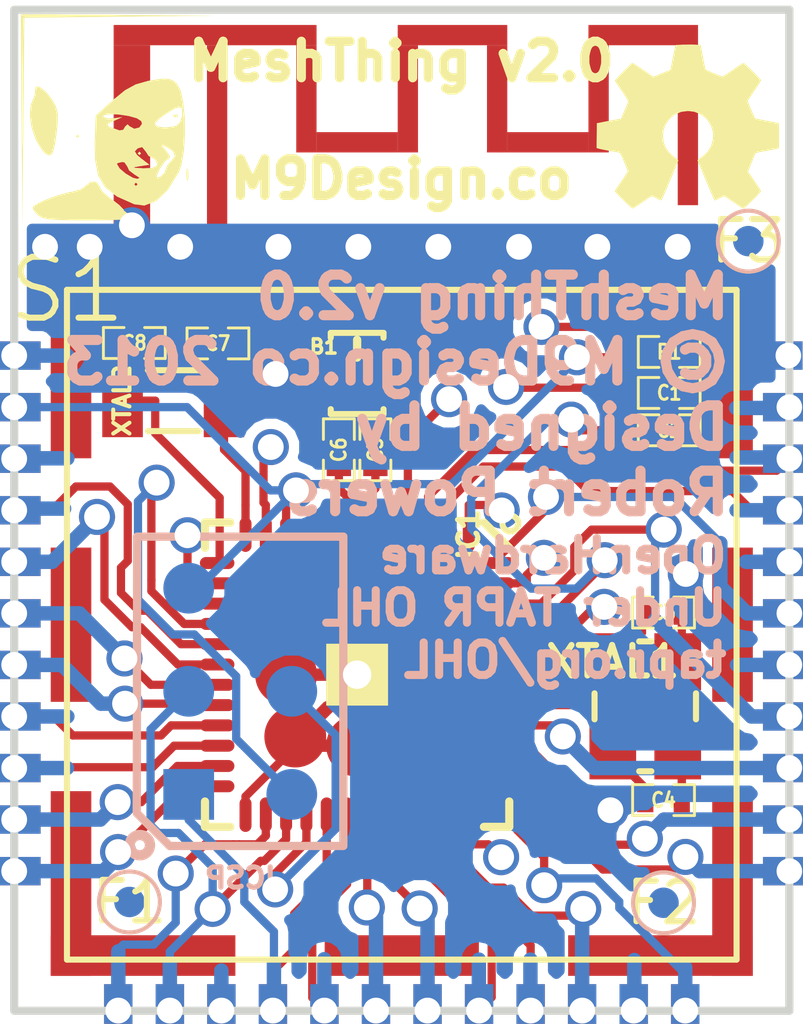
<source format=kicad_pcb>
(kicad_pcb (version 3) (host pcbnew "(2013-12-14 BZR 4555)-product")

  (general
    (links 83)
    (no_connects 0)
    (area 0 0 0 0)
    (thickness 1.6)
    (drawings 7)
    (tracks 584)
    (zones 0)
    (modules 22)
    (nets 47)
  )

  (page A4)
  (title_block
    (title MeshCan1.0)
    (rev 1.0)
  )

  (layers
    (15 F.Cu signal)
    (2 Inner2.Cu power)
    (1 Inner1.Cu signal)
    (0 B.Cu signal)
    (16 B.Adhes user)
    (17 F.Adhes user)
    (18 B.Paste user)
    (19 F.Paste user)
    (20 B.SilkS user hide)
    (21 F.SilkS user)
    (22 B.Mask user)
    (23 F.Mask user)
    (24 Dwgs.User user)
    (25 Cmts.User user)
    (26 Eco1.User user hide)
    (27 Eco2.User user)
    (28 Edge.Cuts user)
  )

  (setup
    (last_trace_width 0.2032)
    (user_trace_width 0.2032)
    (user_trace_width 0.254)
    (user_trace_width 0.3048)
    (user_trace_width 0.3302)
    (user_trace_width 0.3556)
    (trace_clearance 0.2032)
    (zone_clearance 0.2054)
    (zone_45_only yes)
    (trace_min 0.2032)
    (segment_width 0.2)
    (edge_width 0.2)
    (via_size 0.889)
    (via_drill 0.635)
    (via_min_size 0.889)
    (via_min_drill 0.508)
    (uvia_size 0.508)
    (uvia_drill 0.127)
    (uvias_allowed no)
    (uvia_min_size 0.508)
    (uvia_min_drill 0.127)
    (pcb_text_width 0.3)
    (pcb_text_size 1.5 1.5)
    (mod_edge_width 0.15)
    (mod_text_size 1.5 1.5)
    (mod_text_width 0.15)
    (pad_size 1.25 1.25)
    (pad_drill 0)
    (pad_to_mask_clearance 0.2)
    (pad_to_paste_clearance_ratio -0.1)
    (aux_axis_origin 150 100)
    (grid_origin 150 100)
    (visible_elements FFFFCE7B)
    (pcbplotparams
      (layerselection 284983297)
      (usegerberextensions true)
      (excludeedgelayer true)
      (linewidth 0.100000)
      (plotframeref false)
      (viasonmask false)
      (mode 1)
      (useauxorigin true)
      (hpglpennumber 1)
      (hpglpenspeed 20)
      (hpglpendiameter 15)
      (hpglpenoverlay 2)
      (psnegative false)
      (psa4output false)
      (plotreference false)
      (plotvalue false)
      (plotothertext true)
      (plotinvisibletext false)
      (padsonsilk false)
      (subtractmaskfromsilk false)
      (outputformat 1)
      (mirror false)
      (drillshape 0)
      (scaleselection 1)
      (outputdirectory /home/bob/Tmp/))
  )

  (net 0 "")
  (net 1 +3.3V)
  (net 2 GND)
  (net 3 MISO)
  (net 4 MOSI)
  (net 5 "Net-(A1-Pad1)")
  (net 6 "Net-(B1-Pad3)")
  (net 7 "Net-(B1-Pad4)")
  (net 8 "Net-(B1-Pad6)")
  (net 9 "Net-(C1-Pad1)")
  (net 10 "Net-(C2-Pad1)")
  (net 11 "Net-(C3-Pad1)")
  (net 12 "Net-(C4-Pad1)")
  (net 13 "Net-(C5-Pad2)")
  (net 14 "Net-(C6-Pad2)")
  (net 15 "Net-(C7-Pad1)")
  (net 16 "Net-(C8-Pad1)")
  (net 17 PB0/SS)
  (net 18 PB4)
  (net 19 PB5)
  (net 20 PB6)
  (net 21 PB7)
  (net 22 PD4)
  (net 23 PD5)
  (net 24 PD6)
  (net 25 PD7)
  (net 26 PE2)
  (net 27 PE3)
  (net 28 PE4)
  (net 29 PE5)
  (net 30 PE7)
  (net 31 PF0)
  (net 32 PF1)
  (net 33 PF2)
  (net 34 PF3-4)
  (net 35 PF5)
  (net 36 PF6)
  (net 37 PF7)
  (net 38 PG1)
  (net 39 RX0)
  (net 40 RX1)
  (net 41 Reset)
  (net 42 SCK)
  (net 43 SCL)
  (net 44 SDA)
  (net 45 TX0)
  (net 46 TX1)

  (net_class Default "This is the default net class."
    (clearance 0.2032)
    (trace_width 0.2032)
    (via_dia 0.889)
    (via_drill 0.635)
    (uvia_dia 0.508)
    (uvia_drill 0.127)
    (add_net "")
    (add_net +3.3V)
    (add_net GND)
    (add_net "Net-(A1-Pad1)")
    (add_net "Net-(B1-Pad3)")
    (add_net "Net-(B1-Pad4)")
    (add_net "Net-(B1-Pad6)")
    (add_net "Net-(C1-Pad1)")
    (add_net "Net-(C2-Pad1)")
    (add_net "Net-(C3-Pad1)")
    (add_net "Net-(C4-Pad1)")
    (add_net "Net-(C5-Pad2)")
    (add_net "Net-(C6-Pad2)")
    (add_net "Net-(C7-Pad1)")
    (add_net "Net-(C8-Pad1)")
    (add_net PB0/SS)
    (add_net PB6)
    (add_net PB7)
    (add_net PD4)
    (add_net PD5)
    (add_net PD6)
    (add_net PD7)
    (add_net PE2)
    (add_net PE3)
    (add_net PE7)
    (add_net PG1)
    (add_net RX0)
    (add_net RX1)
    (add_net TX0)
    (add_net TX1)
  )

  (net_class 10mil ""
    (clearance 0.2032)
    (trace_width 0.254)
    (via_dia 0.889)
    (via_drill 0.635)
    (uvia_dia 0.508)
    (uvia_drill 0.127)
  )

  (net_class 12mil ""
    (clearance 0.2032)
    (trace_width 0.3048)
    (via_dia 0.889)
    (via_drill 0.635)
    (uvia_dia 0.508)
    (uvia_drill 0.127)
  )

  (net_class 8mil ""
    (clearance 0.2032)
    (trace_width 0.2032)
    (via_dia 0.889)
    (via_drill 0.635)
    (uvia_dia 0.508)
    (uvia_drill 0.127)
    (add_net MISO)
    (add_net MOSI)
    (add_net PB4)
    (add_net PB5)
    (add_net PE4)
    (add_net PE5)
    (add_net PF0)
    (add_net PF1)
    (add_net PF2)
    (add_net PF3-4)
    (add_net PF5)
    (add_net PF6)
    (add_net PF7)
    (add_net Reset)
    (add_net SCK)
    (add_net SCL)
    (add_net SDA)
  )

  (module _MT_QFN50P700X700-49N-MeshThingWPadVias (layer F.Cu) (tedit 525F6B6B) (tstamp 52B461AC)
    (at 148.9 104.05 270)
    (path /51BB00C4)
    (clearance 0.2032)
    (attr smd)
    (fp_text reference IC1 (at -3.45 -2.75 270) (layer F.SilkS)
      (effects (font (size 0.5 0.5) (thickness 0.125)))
    )
    (fp_text value ATMEGA2564/1284/644RFR2 (at 0 -2 270) (layer F.SilkS) hide
      (effects (font (size 0.3 0.3) (thickness 0.075)))
    )
    (fp_circle (center -3.725 -3.775) (end -3.6 -3.625) (layer F.SilkS) (width 0.15))
    (fp_line (start -3.1242 3.74904) (end -3.74904 3.74904) (layer F.SilkS) (width 0.20066))
    (fp_line (start -3.74904 3.74904) (end -3.74904 3.1242) (layer F.SilkS) (width 0.20066))
    (fp_line (start 3.74904 3.1242) (end 3.74904 3.74904) (layer F.SilkS) (width 0.20066))
    (fp_line (start 3.74904 3.74904) (end 3.1242 3.74904) (layer F.SilkS) (width 0.20066))
    (fp_line (start 3.1242 -3.74904) (end 3.74904 -3.74904) (layer F.SilkS) (width 0.20066))
    (fp_line (start 3.74904 -3.74904) (end 3.74904 -3.1242) (layer F.SilkS) (width 0.20066))
    (fp_line (start -3.74904 -3.1242) (end -3.1242 -3.74904) (layer F.SilkS) (width 0.20066))
    (pad 1 smd oval (at -3.44932 -2.75 270) (size 0.8509 0.295) (layers F.Cu F.Paste F.Mask)
      (net 34 PF3-4))
    (pad 2 smd oval (at -3.44932 -2.25 270) (size 0.8509 0.295) (layers F.Cu F.Paste F.Mask)
      (net 35 PF5))
    (pad 3 smd oval (at -3.44932 -1.75 270) (size 0.8509 0.295) (layers F.Cu F.Paste F.Mask)
      (net 36 PF6))
    (pad 4 smd oval (at -3.44932 -1.25 270) (size 0.8509 0.295) (layers F.Cu F.Paste F.Mask)
      (net 37 PF7))
    (pad 5 smd oval (at -3.44932 -0.75 270) (size 0.8509 0.295) (layers F.Cu F.Paste F.Mask)
      (net 2 GND))
    (pad 6 smd oval (at -3.44932 -0.25 270) (size 0.8509 0.295) (layers F.Cu F.Paste F.Mask)
      (net 13 "Net-(C5-Pad2)"))
    (pad 7 smd oval (at -3.44932 0.25 270) (size 0.8509 0.295) (layers F.Cu F.Paste F.Mask)
      (net 14 "Net-(C6-Pad2)"))
    (pad 8 smd oval (at -3.44932 0.75 270) (size 0.8509 0.295) (layers F.Cu F.Paste F.Mask)
      (net 2 GND))
    (pad 9 smd oval (at -3.44932 1.25 270) (size 0.8509 0.295) (layers F.Cu F.Paste F.Mask)
      (net 2 GND))
    (pad 10 smd oval (at -3.44932 1.75 270) (size 0.8509 0.295) (layers F.Cu F.Paste F.Mask)
      (net 41 Reset))
    (pad 11 smd oval (at -3.44932 2.25 270) (size 0.8509 0.295) (layers F.Cu F.Paste F.Mask)
      (net 38 PG1))
    (pad 12 smd oval (at -3.44932 2.75 270) (size 0.8509 0.295) (layers F.Cu F.Paste F.Mask)
      (net 15 "Net-(C7-Pad1)"))
    (pad 25 smd oval (at 3.44932 2.75 270) (size 0.8509 0.295) (layers F.Cu F.Paste F.Mask)
      (net 2 GND))
    (pad 26 smd oval (at 3.44932 2.25 270) (size 0.8509 0.295) (layers F.Cu F.Paste F.Mask)
      (net 17 PB0/SS))
    (pad 27 smd oval (at 3.44932 1.75 270) (size 0.8509 0.295) (layers F.Cu F.Paste F.Mask)
      (net 42 SCK))
    (pad 28 smd oval (at 3.44932 1.25 270) (size 0.8509 0.295) (layers F.Cu F.Paste F.Mask)
      (net 4 MOSI))
    (pad 29 smd oval (at 3.44932 0.75 270) (size 0.8509 0.295) (layers F.Cu F.Paste F.Mask)
      (net 3 MISO))
    (pad 30 smd oval (at 3.44932 0.25 270) (size 0.8509 0.295) (layers F.Cu F.Paste F.Mask)
      (net 18 PB4))
    (pad 31 smd oval (at 3.44932 -0.25 270) (size 0.8509 0.295) (layers F.Cu F.Paste F.Mask)
      (net 19 PB5))
    (pad 32 smd oval (at 3.44932 -0.75 270) (size 0.8509 0.295) (layers F.Cu F.Paste F.Mask)
      (net 20 PB6))
    (pad 33 smd oval (at 3.44932 -1.25 270) (size 0.8509 0.295) (layers F.Cu F.Paste F.Mask)
      (net 21 PB7))
    (pad 34 smd oval (at 3.44932 -1.75 270) (size 0.8509 0.295) (layers F.Cu F.Paste F.Mask)
      (net 39 RX0))
    (pad 35 smd oval (at 3.44932 -2.25 270) (size 0.8509 0.295) (layers F.Cu F.Paste F.Mask)
      (net 45 TX0))
    (pad 36 smd oval (at 3.44932 -2.75 270) (size 0.8509 0.295) (layers F.Cu F.Paste F.Mask)
      (net 26 PE2))
    (pad 13 smd oval (at -2.75 3.44932 270) (size 0.295 0.8509) (layers F.Cu F.Paste F.Mask)
      (net 16 "Net-(C8-Pad1)"))
    (pad 14 smd oval (at -2.25 3.44932 270) (size 0.295 0.8509) (layers F.Cu F.Paste F.Mask)
      (net 2 GND))
    (pad 15 smd oval (at -1.75 3.44932 270) (size 0.295 0.8509) (layers F.Cu F.Paste F.Mask)
      (net 9 "Net-(C1-Pad1)"))
    (pad 16 smd oval (at -1.25 3.44932 270) (size 0.295 0.8509) (layers F.Cu F.Paste F.Mask)
      (net 1 +3.3V))
    (pad 17 smd oval (at -0.75 3.44932 270) (size 0.295 0.8509) (layers F.Cu F.Paste F.Mask)
      (net 43 SCL))
    (pad 18 smd oval (at -0.25 3.44932 270) (size 0.295 0.8509) (layers F.Cu F.Paste F.Mask)
      (net 44 SDA))
    (pad 19 smd oval (at 0.25 3.44932 270) (size 0.295 0.8509) (layers F.Cu F.Paste F.Mask)
      (net 40 RX1))
    (pad 20 smd oval (at 0.75 3.44932 270) (size 0.295 0.8509) (layers F.Cu F.Paste F.Mask)
      (net 46 TX1))
    (pad 21 smd oval (at 1.25 3.44932 270) (size 0.295 0.8509) (layers F.Cu F.Paste F.Mask)
      (net 22 PD4))
    (pad 22 smd oval (at 1.75 3.44932 270) (size 0.295 0.8509) (layers F.Cu F.Paste F.Mask)
      (net 23 PD5))
    (pad 23 smd oval (at 2.25 3.44932 270) (size 0.295 0.8509) (layers F.Cu F.Paste F.Mask)
      (net 24 PD6))
    (pad 24 smd oval (at 2.75 3.44932 270) (size 0.295 0.8509) (layers F.Cu F.Paste F.Mask)
      (net 25 PD7))
    (pad 37 smd oval (at 2.75 -3.44932 270) (size 0.295 0.8509) (layers F.Cu F.Paste F.Mask)
      (net 27 PE3))
    (pad 38 smd oval (at 2.25 -3.44932 270) (size 0.295 0.8509) (layers F.Cu F.Paste F.Mask)
      (net 28 PE4))
    (pad 39 smd oval (at 1.75 -3.44932 270) (size 0.295 0.8509) (layers F.Cu F.Paste F.Mask)
      (net 29 PE5))
    (pad 40 smd oval (at 1.25 -3.44932 270) (size 0.295 0.8509) (layers F.Cu F.Paste F.Mask)
      (net 30 PE7))
    (pad 41 smd oval (at 0.75 -3.44932 270) (size 0.295 0.8509) (layers F.Cu F.Paste F.Mask)
      (net 12 "Net-(C4-Pad1)"))
    (pad 42 smd oval (at 0.25 -3.44932 270) (size 0.295 0.8509) (layers F.Cu F.Paste F.Mask)
      (net 11 "Net-(C3-Pad1)"))
    (pad 43 smd oval (at -0.25 -3.44932 270) (size 0.295 0.8509) (layers F.Cu F.Paste F.Mask)
      (net 2 GND))
    (pad 44 smd oval (at -0.75 -3.44932 270) (size 0.295 0.8509) (layers F.Cu F.Paste F.Mask)
      (net 1 +3.3V))
    (pad 45 smd oval (at -1.25 -3.44932 270) (size 0.295 0.8509) (layers F.Cu F.Paste F.Mask)
      (net 10 "Net-(C2-Pad1)"))
    (pad 46 smd oval (at -1.75 -3.44932 270) (size 0.295 0.8509) (layers F.Cu F.Paste F.Mask)
      (net 31 PF0))
    (pad 47 smd oval (at -2.25 -3.44932 270) (size 0.295 0.8509) (layers F.Cu F.Paste F.Mask)
      (net 32 PF1))
    (pad 48 smd oval (at -2.75 -3.44932 270) (size 0.295 0.8509) (layers F.Cu F.Paste F.Mask)
      (net 33 PF2))
    (pad 49 thru_hole rect (at 0 0 270) (size 1.524 1.524) (drill 0.7) (layers *.Cu F.SilkS)
      (net 2 GND))
    (pad 49 smd circle (at 1.524 1.524 270) (size 1.524 1.524) (layers F.Cu F.Paste F.Mask)
      (net 2 GND))
    (pad 49 smd circle (at 1.524 -1.524 270) (size 1.524 1.524) (layers F.Cu F.Paste F.Mask)
      (net 2 GND))
    (pad 49 smd circle (at -1.524 -1.524 270) (size 1.524 1.524) (layers F.Cu F.Paste F.Mask)
      (net 2 GND))
    (pad 49 smd circle (at -1.524 1.524 270) (size 1.524 1.524) (layers F.Cu F.Paste F.Mask)
      (net 2 GND))
    (pad 49 smd circle (at -1.75 0 270) (size 1.524 1.524) (layers F.Cu F.Paste F.Mask)
      (net 2 GND))
    (pad 49 smd circle (at 1.75 0 270) (size 1.524 1.524) (layers F.Cu F.Paste F.Mask)
      (net 2 GND))
    (pad 49 smd circle (at 0 1.75 270) (size 1.524 1.524) (layers F.Cu F.Paste F.Mask)
      (net 2 GND))
    (pad 49 smd circle (at 0 -1.75 270) (size 1.524 1.524) (layers F.Cu F.Paste F.Mask)
      (net 2 GND))
    (model QFN50P700X700-49N.wrl
      (at (xyz 0 0 0))
      (scale (xyz 1 1 1))
      (rotate (xyz 0 0 0))
    )
  )

  (module _MT_Wuerth748421245-A (layer F.Cu) (tedit 5260474D) (tstamp 51CBAD5D)
    (at 148.9 96.63)
    (path /51BB20BE)
    (attr smd)
    (fp_text reference B1 (at -0.82 -0.66) (layer F.SilkS)
      (effects (font (size 0.35 0.35) (thickness 0.0875)))
    )
    (fp_text value Balun (at 0 -1.84) (layer F.SilkS) hide
      (effects (font (size 1 1) (thickness 0.15)))
    )
    (fp_line (start -0.65 1) (end -0.65 0.88) (layer F.SilkS) (width 0.15))
    (fp_line (start -0.65 -1) (end -0.65 -0.88) (layer F.SilkS) (width 0.15))
    (fp_line (start 0.65 -1) (end 0.65 -0.88) (layer F.SilkS) (width 0.15))
    (fp_line (start 0.65 1) (end 0.65 0.88) (layer F.SilkS) (width 0.15))
    (fp_line (start 0 -0.83) (end 0 -0.39) (layer F.SilkS) (width 0.2032))
    (fp_line (start -0.65 -1) (end 0.65 -1) (layer F.SilkS) (width 0.15))
    (fp_line (start 0.65 1) (end -0.65 1) (layer F.SilkS) (width 0.15))
    (pad 1 smd rect (at -0.825 -0.65) (size 1 0.3) (layers F.Cu F.Paste F.Mask)
      (net 5 "Net-(A1-Pad1)"))
    (pad 2 smd rect (at -0.825 0) (size 1 0.3) (layers F.Cu F.Paste F.Mask)
      (net 2 GND))
    (pad 3 smd rect (at -0.825 0.65) (size 1 0.3) (layers F.Cu F.Paste F.Mask)
      (net 6 "Net-(B1-Pad3)"))
    (pad 4 smd rect (at 0.825 0.65) (size 1 0.3) (layers F.Cu F.Paste F.Mask)
      (net 7 "Net-(B1-Pad4)"))
    (pad 5 smd rect (at 0.825 0) (size 1 0.3) (layers F.Cu F.Paste F.Mask)
      (net 2 GND))
    (pad 6 smd rect (at 0.825 -0.65) (size 1 0.3) (layers F.Cu F.Paste F.Mask)
      (net 8 "Net-(B1-Pad6)"))
  )

  (module SMD_Packages:SM0402_c (layer F.Cu) (tedit 516FD0AE) (tstamp 52B136DF)
    (at 156.59 97.11)
    (path /51BB02F2)
    (attr smd)
    (fp_text reference C1 (at 0 0) (layer F.SilkS)
      (effects (font (size 0.35052 0.3048) (thickness 0.07112)))
    )
    (fp_text value 100n (at 0.09906 0) (layer F.SilkS) hide
      (effects (font (size 0.35052 0.3048) (thickness 0.07112)))
    )
    (fp_line (start -0.254 -0.381) (end -0.762 -0.381) (layer F.SilkS) (width 0.07112))
    (fp_line (start -0.762 -0.381) (end -0.762 0.381) (layer F.SilkS) (width 0.07112))
    (fp_line (start -0.762 0.381) (end -0.254 0.381) (layer F.SilkS) (width 0.07112))
    (fp_line (start 0.254 -0.381) (end 0.762 -0.381) (layer F.SilkS) (width 0.07112))
    (fp_line (start 0.762 -0.381) (end 0.762 0.381) (layer F.SilkS) (width 0.07112))
    (fp_line (start 0.762 0.381) (end 0.254 0.381) (layer F.SilkS) (width 0.07112))
    (pad 1 smd rect (at -0.44958 0) (size 0.39878 0.59944) (layers F.Cu F.Paste F.Mask)
      (net 9 "Net-(C1-Pad1)"))
    (pad 2 smd rect (at 0.44958 0) (size 0.39878 0.59944) (layers F.Cu F.Paste F.Mask)
      (net 2 GND))
    (model smd/capacitors/C0402.wrl
      (at (xyz 0 0 0))
      (scale (xyz 0.27 0.27 0.27))
      (rotate (xyz 0 0 0))
    )
  )

  (module SMD_Packages:SM0402_c (layer F.Cu) (tedit 516FD0AE) (tstamp 52B136EA)
    (at 156.59 98.03)
    (path /51BB0317)
    (attr smd)
    (fp_text reference C2 (at 0 0) (layer F.SilkS)
      (effects (font (size 0.35052 0.3048) (thickness 0.07112)))
    )
    (fp_text value 100n (at 0.09906 0) (layer F.SilkS) hide
      (effects (font (size 0.35052 0.3048) (thickness 0.07112)))
    )
    (fp_line (start -0.254 -0.381) (end -0.762 -0.381) (layer F.SilkS) (width 0.07112))
    (fp_line (start -0.762 -0.381) (end -0.762 0.381) (layer F.SilkS) (width 0.07112))
    (fp_line (start -0.762 0.381) (end -0.254 0.381) (layer F.SilkS) (width 0.07112))
    (fp_line (start 0.254 -0.381) (end 0.762 -0.381) (layer F.SilkS) (width 0.07112))
    (fp_line (start 0.762 -0.381) (end 0.762 0.381) (layer F.SilkS) (width 0.07112))
    (fp_line (start 0.762 0.381) (end 0.254 0.381) (layer F.SilkS) (width 0.07112))
    (pad 1 smd rect (at -0.44958 0) (size 0.39878 0.59944) (layers F.Cu F.Paste F.Mask)
      (net 10 "Net-(C2-Pad1)"))
    (pad 2 smd rect (at 0.44958 0) (size 0.39878 0.59944) (layers F.Cu F.Paste F.Mask)
      (net 2 GND))
    (model smd/capacitors/C0402.wrl
      (at (xyz 0 0 0))
      (scale (xyz 0.27 0.27 0.27))
      (rotate (xyz 0 0 0))
    )
  )

  (module SMD_Packages:SM0402_c (layer F.Cu) (tedit 516FD0AE) (tstamp 52B136F5)
    (at 156.45 102.52)
    (path /51BB05D0)
    (attr smd)
    (fp_text reference C3 (at 0 0) (layer F.SilkS)
      (effects (font (size 0.35052 0.3048) (thickness 0.07112)))
    )
    (fp_text value 10p (at 0.09906 0) (layer F.SilkS) hide
      (effects (font (size 0.35052 0.3048) (thickness 0.07112)))
    )
    (fp_line (start -0.254 -0.381) (end -0.762 -0.381) (layer F.SilkS) (width 0.07112))
    (fp_line (start -0.762 -0.381) (end -0.762 0.381) (layer F.SilkS) (width 0.07112))
    (fp_line (start -0.762 0.381) (end -0.254 0.381) (layer F.SilkS) (width 0.07112))
    (fp_line (start 0.254 -0.381) (end 0.762 -0.381) (layer F.SilkS) (width 0.07112))
    (fp_line (start 0.762 -0.381) (end 0.762 0.381) (layer F.SilkS) (width 0.07112))
    (fp_line (start 0.762 0.381) (end 0.254 0.381) (layer F.SilkS) (width 0.07112))
    (pad 1 smd rect (at -0.44958 0) (size 0.39878 0.59944) (layers F.Cu F.Paste F.Mask)
      (net 11 "Net-(C3-Pad1)"))
    (pad 2 smd rect (at 0.44958 0) (size 0.39878 0.59944) (layers F.Cu F.Paste F.Mask)
      (net 2 GND))
    (model smd/capacitors/C0402.wrl
      (at (xyz 0 0 0))
      (scale (xyz 0.27 0.27 0.27))
      (rotate (xyz 0 0 0))
    )
  )

  (module SMD_Packages:SM0402_c (layer F.Cu) (tedit 516FD0AE) (tstamp 52B13700)
    (at 156.45 107.14 180)
    (path /51BB05DD)
    (attr smd)
    (fp_text reference C4 (at 0 0 180) (layer F.SilkS)
      (effects (font (size 0.35052 0.3048) (thickness 0.07112)))
    )
    (fp_text value 10p (at 0.09906 0 180) (layer F.SilkS) hide
      (effects (font (size 0.35052 0.3048) (thickness 0.07112)))
    )
    (fp_line (start -0.254 -0.381) (end -0.762 -0.381) (layer F.SilkS) (width 0.07112))
    (fp_line (start -0.762 -0.381) (end -0.762 0.381) (layer F.SilkS) (width 0.07112))
    (fp_line (start -0.762 0.381) (end -0.254 0.381) (layer F.SilkS) (width 0.07112))
    (fp_line (start 0.254 -0.381) (end 0.762 -0.381) (layer F.SilkS) (width 0.07112))
    (fp_line (start 0.762 -0.381) (end 0.762 0.381) (layer F.SilkS) (width 0.07112))
    (fp_line (start 0.762 0.381) (end 0.254 0.381) (layer F.SilkS) (width 0.07112))
    (pad 1 smd rect (at -0.44958 0 180) (size 0.39878 0.59944) (layers F.Cu F.Paste F.Mask)
      (net 12 "Net-(C4-Pad1)"))
    (pad 2 smd rect (at 0.44958 0 180) (size 0.39878 0.59944) (layers F.Cu F.Paste F.Mask)
      (net 2 GND))
    (model smd/capacitors/C0402.wrl
      (at (xyz 0 0 0))
      (scale (xyz 0.27 0.27 0.27))
      (rotate (xyz 0 0 0))
    )
  )

  (module SMD_Packages:SM0402_c (layer F.Cu) (tedit 516FD0AE) (tstamp 52B1370B)
    (at 149.35 98.51 270)
    (path /51BB0A6C)
    (attr smd)
    (fp_text reference C5 (at 0 0 270) (layer F.SilkS)
      (effects (font (size 0.35052 0.3048) (thickness 0.07112)))
    )
    (fp_text value 22p (at 0.09906 0 270) (layer F.SilkS) hide
      (effects (font (size 0.35052 0.3048) (thickness 0.07112)))
    )
    (fp_line (start -0.254 -0.381) (end -0.762 -0.381) (layer F.SilkS) (width 0.07112))
    (fp_line (start -0.762 -0.381) (end -0.762 0.381) (layer F.SilkS) (width 0.07112))
    (fp_line (start -0.762 0.381) (end -0.254 0.381) (layer F.SilkS) (width 0.07112))
    (fp_line (start 0.254 -0.381) (end 0.762 -0.381) (layer F.SilkS) (width 0.07112))
    (fp_line (start 0.762 -0.381) (end 0.762 0.381) (layer F.SilkS) (width 0.07112))
    (fp_line (start 0.762 0.381) (end 0.254 0.381) (layer F.SilkS) (width 0.07112))
    (pad 1 smd rect (at -0.44958 0 270) (size 0.39878 0.59944) (layers F.Cu F.Paste F.Mask)
      (net 7 "Net-(B1-Pad4)"))
    (pad 2 smd rect (at 0.44958 0 270) (size 0.39878 0.59944) (layers F.Cu F.Paste F.Mask)
      (net 13 "Net-(C5-Pad2)"))
    (model smd/capacitors/C0402.wrl
      (at (xyz 0 0 0))
      (scale (xyz 0.27 0.27 0.27))
      (rotate (xyz 0 0 0))
    )
  )

  (module SMD_Packages:SM0402_c (layer F.Cu) (tedit 516FD0AE) (tstamp 52B13716)
    (at 148.45 98.51 270)
    (path /51BB0A79)
    (attr smd)
    (fp_text reference C6 (at 0 0 270) (layer F.SilkS)
      (effects (font (size 0.35052 0.3048) (thickness 0.07112)))
    )
    (fp_text value 22p (at 0.09906 0 270) (layer F.SilkS) hide
      (effects (font (size 0.35052 0.3048) (thickness 0.07112)))
    )
    (fp_line (start -0.254 -0.381) (end -0.762 -0.381) (layer F.SilkS) (width 0.07112))
    (fp_line (start -0.762 -0.381) (end -0.762 0.381) (layer F.SilkS) (width 0.07112))
    (fp_line (start -0.762 0.381) (end -0.254 0.381) (layer F.SilkS) (width 0.07112))
    (fp_line (start 0.254 -0.381) (end 0.762 -0.381) (layer F.SilkS) (width 0.07112))
    (fp_line (start 0.762 -0.381) (end 0.762 0.381) (layer F.SilkS) (width 0.07112))
    (fp_line (start 0.762 0.381) (end 0.254 0.381) (layer F.SilkS) (width 0.07112))
    (pad 1 smd rect (at -0.44958 0 270) (size 0.39878 0.59944) (layers F.Cu F.Paste F.Mask)
      (net 6 "Net-(B1-Pad3)"))
    (pad 2 smd rect (at 0.44958 0 270) (size 0.39878 0.59944) (layers F.Cu F.Paste F.Mask)
      (net 14 "Net-(C6-Pad2)"))
    (model smd/capacitors/C0402.wrl
      (at (xyz 0 0 0))
      (scale (xyz 0.27 0.27 0.27))
      (rotate (xyz 0 0 0))
    )
  )

  (module SMD_Packages:SM0402_c (layer F.Cu) (tedit 516FD0AE) (tstamp 52B13721)
    (at 145.47 95.89)
    (path /51BE8D06)
    (attr smd)
    (fp_text reference C7 (at 0 0) (layer F.SilkS)
      (effects (font (size 0.35052 0.3048) (thickness 0.07112)))
    )
    (fp_text value 22p (at 0.09906 0) (layer F.SilkS) hide
      (effects (font (size 0.35052 0.3048) (thickness 0.07112)))
    )
    (fp_line (start -0.254 -0.381) (end -0.762 -0.381) (layer F.SilkS) (width 0.07112))
    (fp_line (start -0.762 -0.381) (end -0.762 0.381) (layer F.SilkS) (width 0.07112))
    (fp_line (start -0.762 0.381) (end -0.254 0.381) (layer F.SilkS) (width 0.07112))
    (fp_line (start 0.254 -0.381) (end 0.762 -0.381) (layer F.SilkS) (width 0.07112))
    (fp_line (start 0.762 -0.381) (end 0.762 0.381) (layer F.SilkS) (width 0.07112))
    (fp_line (start 0.762 0.381) (end 0.254 0.381) (layer F.SilkS) (width 0.07112))
    (pad 1 smd rect (at -0.44958 0) (size 0.39878 0.59944) (layers F.Cu F.Paste F.Mask)
      (net 15 "Net-(C7-Pad1)"))
    (pad 2 smd rect (at 0.44958 0) (size 0.39878 0.59944) (layers F.Cu F.Paste F.Mask)
      (net 2 GND))
    (model smd/capacitors/C0402.wrl
      (at (xyz 0 0 0))
      (scale (xyz 0.27 0.27 0.27))
      (rotate (xyz 0 0 0))
    )
  )

  (module SMD_Packages:SM0402_c (layer F.Cu) (tedit 516FD0AE) (tstamp 52B1372C)
    (at 143.41 95.88 180)
    (path /51BE8D1F)
    (attr smd)
    (fp_text reference C8 (at 0 0 180) (layer F.SilkS)
      (effects (font (size 0.35052 0.3048) (thickness 0.07112)))
    )
    (fp_text value 22p (at 0.09906 0 180) (layer F.SilkS) hide
      (effects (font (size 0.35052 0.3048) (thickness 0.07112)))
    )
    (fp_line (start -0.254 -0.381) (end -0.762 -0.381) (layer F.SilkS) (width 0.07112))
    (fp_line (start -0.762 -0.381) (end -0.762 0.381) (layer F.SilkS) (width 0.07112))
    (fp_line (start -0.762 0.381) (end -0.254 0.381) (layer F.SilkS) (width 0.07112))
    (fp_line (start 0.254 -0.381) (end 0.762 -0.381) (layer F.SilkS) (width 0.07112))
    (fp_line (start 0.762 -0.381) (end 0.762 0.381) (layer F.SilkS) (width 0.07112))
    (fp_line (start 0.762 0.381) (end 0.254 0.381) (layer F.SilkS) (width 0.07112))
    (pad 1 smd rect (at -0.44958 0 180) (size 0.39878 0.59944) (layers F.Cu F.Paste F.Mask)
      (net 16 "Net-(C8-Pad1)"))
    (pad 2 smd rect (at 0.44958 0 180) (size 0.39878 0.59944) (layers F.Cu F.Paste F.Mask)
      (net 2 GND))
    (model smd/capacitors/C0402.wrl
      (at (xyz 0 0 0))
      (scale (xyz 0.27 0.27 0.27))
      (rotate (xyz 0 0 0))
    )
  )

  (module SMD_Packages:SM0402_r (layer F.Cu) (tedit 5141C458) (tstamp 52B13737)
    (at 156.59 96.1 180)
    (path /51BB1C5E)
    (attr smd)
    (fp_text reference R1 (at 0 0 180) (layer F.SilkS)
      (effects (font (size 0.35052 0.3048) (thickness 0.07112)))
    )
    (fp_text value 10k (at 0.09906 0 180) (layer F.SilkS) hide
      (effects (font (size 0.35052 0.3048) (thickness 0.07112)))
    )
    (fp_line (start -0.254 -0.381) (end -0.762 -0.381) (layer F.SilkS) (width 0.07112))
    (fp_line (start -0.762 -0.381) (end -0.762 0.381) (layer F.SilkS) (width 0.07112))
    (fp_line (start -0.762 0.381) (end -0.254 0.381) (layer F.SilkS) (width 0.07112))
    (fp_line (start 0.254 -0.381) (end 0.762 -0.381) (layer F.SilkS) (width 0.07112))
    (fp_line (start 0.762 -0.381) (end 0.762 0.381) (layer F.SilkS) (width 0.07112))
    (fp_line (start 0.762 0.381) (end 0.254 0.381) (layer F.SilkS) (width 0.07112))
    (pad 1 smd rect (at -0.44958 0 180) (size 0.39878 0.59944) (layers F.Cu F.Paste F.Mask)
      (net 1 +3.3V))
    (pad 2 smd rect (at 0.44958 0 180) (size 0.39878 0.59944) (layers F.Cu F.Paste F.Mask)
      (net 41 Reset))
    (model smd/resistors/R0402.wrl
      (at (xyz 0 0 0))
      (scale (xyz 0.27 0.27 0.27))
      (rotate (xyz 0 0 0))
    )
  )

  (module _MT_MC_Pretty:_MT_Fiducial (layer F.Cu) (tedit 52B6533C) (tstamp 52B65AB5)
    (at 156.45 109.67)
    (path /52B65D45)
    (fp_text reference F2 (at 0 0) (layer F.SilkS)
      (effects (font (size 1 1) (thickness 0.15)))
    )
    (fp_text value CONN_1 (at 0.205 -3.26) (layer F.SilkS) hide
      (effects (font (size 1.5 1.5) (thickness 0.15)))
    )
    (fp_circle (center 0 0) (end 0.75 0) (layer B.SilkS) (width 0.1))
    (fp_circle (center 0 0) (end 0.75 0) (layer F.SilkS) (width 0.1))
    (pad "" smd circle (at 0 0) (size 0.74 0.74) (layers F.Cu F.Mask)
      (clearance 0.375))
    (pad "" smd circle (at 0 0) (size 0.75 0.75) (layers B.Cu B.Mask)
      (clearance 0.375))
  )

  (module _MT_MC_Pretty:_MT_Fiducial (layer F.Cu) (tedit 52B6538F) (tstamp 52B65B2B)
    (at 143.29 109.65)
    (path /52B65D33)
    (fp_text reference F1 (at 0 0) (layer F.SilkS)
      (effects (font (size 1 1) (thickness 0.15)))
    )
    (fp_text value CONN_1 (at 0.205 -3.26) (layer F.SilkS) hide
      (effects (font (size 1.5 1.5) (thickness 0.15)))
    )
    (fp_circle (center 0 0) (end 0.75 0) (layer B.SilkS) (width 0.1))
    (fp_circle (center 0 0) (end 0.75 0) (layer F.SilkS) (width 0.1))
    (pad "" smd circle (at 0 0) (size 0.74 0.74) (layers F.Cu F.Mask)
      (clearance 0.375))
    (pad "" smd circle (at 0 0) (size 0.75 0.75) (layers B.Cu B.Mask)
      (clearance 0.375))
  )

  (module _MT_MC_Pretty:16MHz-3.2x2.5mm-TSX-3225 (layer F.Cu) (tedit 52B657E0) (tstamp 51CBAFDF)
    (at 156 104.83)
    (path /52B2759E)
    (fp_text reference XTAL1 (at -0.8 -1.1) (layer F.SilkS)
      (effects (font (size 0.75 0.75) (thickness 0.15)))
    )
    (fp_text value CRYSTAL_SMD-TSX3225 (at 0 -2.93) (layer F.SilkS) hide
      (effects (font (size 1.5 1.5) (thickness 0.15)))
    )
    (fp_line (start 1.25 -0.32) (end 1.25 0.32) (layer F.SilkS) (width 0.15))
    (fp_line (start -0.15 1.6) (end 0.15 1.6) (layer F.SilkS) (width 0.15))
    (fp_line (start -0.15 -1.6) (end 0.15 -1.6) (layer F.SilkS) (width 0.15))
    (fp_line (start -1.25 0.32) (end -1.25 -0.32) (layer F.SilkS) (width 0.15))
    (fp_line (start -1.25 -1.6) (end -1.25 1.6) (layer Eco1.User) (width 0.15))
    (fp_line (start -1.25 -1.6) (end 1.25 -1.6) (layer Eco1.User) (width 0.15))
    (fp_line (start 1.25 1.6) (end -1.25 1.6) (layer Eco1.User) (width 0.15))
    (fp_line (start 1.25 -1.6) (end 1.25 1.6) (layer Eco1.User) (width 0.15))
    (pad 1 smd rect (at -0.8 -1.1) (size 1.15 1.4) (layers F.Cu F.Paste F.Mask)
      (net 11 "Net-(C3-Pad1)"))
    (pad 2 smd rect (at -0.8 1.1) (size 1.15 1.4) (layers F.Cu F.Paste F.Mask)
      (net 2 GND))
    (pad 3 smd rect (at 0.8 1.1) (size 1.15 1.4) (layers F.Cu F.Paste F.Mask)
      (net 12 "Net-(C4-Pad1)"))
    (pad 4 smd rect (at 0.8 -1.1) (size 1.15 1.4) (layers F.Cu F.Paste F.Mask)
      (net 2 GND))
  )

  (module _MT_MC_Pretty:_MC_CanFootprint-34Pin (layer F.Cu) (tedit 52B65838) (tstamp 52B8A06F)
    (at 150 100)
    (path /52B3D926)
    (fp_text reference P1 (at 0 0) (layer F.SilkS) hide
      (effects (font (size 1.5 1.5) (thickness 0.15)))
    )
    (fp_text value CONN34 (at 0 0) (layer F.SilkS) hide
      (effects (font (size 1.5 1.5) (thickness 0.15)))
    )
    (fp_line (start -9.55 12.325) (end -9.55 -12.325) (layer Cmts.User) (width 0.15))
    (fp_line (start -7.8 -12.325) (end 7.8 -12.325) (layer Cmts.User) (width 0.15))
    (fp_line (start 9.55 -12.325) (end 9.55 12.325) (layer Cmts.User) (width 0.15))
    (fp_line (start -7.8 12.325) (end 7.8 12.325) (layer Cmts.User) (width 0.15))
    (pad 23 thru_hole rect (at 6.985 12.325) (size 0.7 1) (drill 0.635 (offset 0 -0.15)) (layers *.Cu *.Mask)
      (net 27 PE3))
    (pad 22 thru_hole rect (at 5.715 12.325) (size 0.7 1) (drill 0.635 (offset 0 -0.15)) (layers *.Cu *.Mask)
      (net 26 PE2))
    (pad 1 thru_hole trapezoid (at -9.55 -3.81) (size 1 0.7) (drill 0.635 (offset 0.15 0)) (layers *.Cu *.Mask)
      (net 1 +3.3V))
    (pad 11 thru_hole trapezoid (at -9.55 8.89) (size 1 0.7) (drill 0.635 (offset 0.15 0)) (layers *.Cu *.Mask)
      (net 25 PD7))
    (pad 2 thru_hole trapezoid (at -9.55 -2.54) (size 1 0.7) (drill 0.635 (offset 0.15 0)) (layers *.Cu *.Mask)
      (net 41 Reset))
    (pad 3 thru_hole trapezoid (at -9.55 -1.27) (size 1 0.7) (drill 0.635 (offset 0.15 0)) (layers *.Cu *.Mask)
      (net 38 PG1))
    (pad 4 thru_hole trapezoid (at -9.55 0) (size 1 0.7) (drill 0.635 (offset 0.15 0)) (layers *.Cu *.Mask)
      (net 43 SCL))
    (pad 5 thru_hole trapezoid (at -9.55 1.27) (size 1 0.7) (drill 0.635 (offset 0.15 0)) (layers *.Cu *.Mask)
      (net 44 SDA))
    (pad 6 thru_hole trapezoid (at -9.55 2.54) (size 1 0.7) (drill 0.635 (offset 0.15 0)) (layers *.Cu *.Mask)
      (net 40 RX1))
    (pad 7 thru_hole trapezoid (at -9.55 3.81) (size 1 0.7) (drill 0.635 (offset 0.15 0)) (layers *.Cu *.Mask)
      (net 46 TX1))
    (pad 8 thru_hole trapezoid (at -9.55 5.08) (size 1 0.7) (drill 0.635 (offset 0.15 0)) (layers *.Cu *.Mask)
      (net 22 PD4))
    (pad 9 thru_hole trapezoid (at -9.55 6.35) (size 1 0.7) (drill 0.635 (offset 0.15 0)) (layers *.Cu *.Mask)
      (net 23 PD5))
    (pad 10 thru_hole trapezoid (at -9.55 7.62) (size 1 0.7) (drill 0.635 (offset 0.15 0)) (layers *.Cu *.Mask)
      (net 24 PD6))
    (pad 12 thru_hole rect (at -6.985 12.325) (size 0.7 1) (drill 0.635 (offset 0 -0.15)) (layers *.Cu *.Mask)
      (net 17 PB0/SS))
    (pad 13 thru_hole rect (at -5.715 12.325) (size 0.7 1) (drill 0.635 (offset 0 -0.15)) (layers *.Cu *.Mask)
      (net 42 SCK))
    (pad 14 thru_hole rect (at -4.445 12.325) (size 0.7 1) (drill 0.635 (offset 0 -0.15)) (layers *.Cu *.Mask)
      (net 4 MOSI))
    (pad 15 thru_hole rect (at -3.175 12.325) (size 0.7 1) (drill 0.635 (offset 0 -0.15)) (layers *.Cu *.Mask)
      (net 3 MISO))
    (pad 16 thru_hole rect (at -1.905 12.325) (size 0.7 1) (drill 0.635 (offset 0 -0.15)) (layers *.Cu *.Mask)
      (net 18 PB4))
    (pad 17 thru_hole rect (at -0.635 12.325) (size 0.7 1) (drill 0.635 (offset 0 -0.15)) (layers *.Cu *.Mask)
      (net 19 PB5))
    (pad 18 thru_hole rect (at 0.635 12.325) (size 0.7 1) (drill 0.635 (offset 0 -0.15)) (layers *.Cu *.Mask)
      (net 20 PB6))
    (pad 19 thru_hole rect (at 1.905 12.325) (size 0.7 1) (drill 0.635 (offset 0 -0.15)) (layers *.Cu *.Mask)
      (net 21 PB7))
    (pad 20 thru_hole rect (at 3.175 12.325) (size 0.7 1) (drill 0.635 (offset 0 -0.15)) (layers *.Cu *.Mask)
      (net 39 RX0))
    (pad 21 thru_hole rect (at 4.445 12.325) (size 0.7 1) (drill 0.635 (offset 0 -0.15)) (layers *.Cu *.Mask)
      (net 45 TX0))
    (pad 34 thru_hole rect (at 9.525 -3.81) (size 1 0.7) (drill 0.6299 (offset -0.15 0)) (layers *.Cu *.Mask)
      (net 2 GND))
    (pad 24 thru_hole rect (at 9.55 8.89) (size 1 0.7) (drill 0.6299 (offset -0.15 0)) (layers *.Cu *.Mask)
      (net 28 PE4))
    (pad 25 thru_hole rect (at 9.55 7.62) (size 1 0.7) (drill 0.6299 (offset -0.15 0)) (layers *.Cu *.Mask)
      (net 29 PE5))
    (pad 26 thru_hole rect (at 9.55 6.35) (size 1 0.7) (drill 0.6299 (offset -0.15 0)) (layers *.Cu *.Mask)
      (net 30 PE7))
    (pad 27 thru_hole rect (at 9.55 5.08) (size 1 0.7) (drill 0.6299 (offset -0.15 0)) (layers *.Cu *.Mask)
      (net 31 PF0))
    (pad 28 thru_hole rect (at 9.55 3.81) (size 1 0.7) (drill 0.6299 (offset -0.15 0)) (layers *.Cu *.Mask)
      (net 32 PF1))
    (pad 29 thru_hole rect (at 9.55 2.54) (size 1 0.7) (drill 0.6299 (offset -0.15 0)) (layers *.Cu *.Mask)
      (net 33 PF2))
    (pad 30 thru_hole rect (at 9.55 1.27) (size 1 0.7) (drill 0.6299 (offset -0.15 0)) (layers *.Cu *.Mask)
      (net 34 PF3-4))
    (pad 31 thru_hole rect (at 9.55 0) (size 1 0.7) (drill 0.6299 (offset -0.15 0)) (layers *.Cu *.Mask)
      (net 35 PF5))
    (pad 32 thru_hole rect (at 9.55 -1.27) (size 1 0.7) (drill 0.6299 (offset -0.15 0)) (layers *.Cu *.Mask)
      (net 36 PF6))
    (pad 33 thru_hole rect (at 9.55 -2.54) (size 1 0.7) (drill 0.6299 (offset -0.15 0)) (layers *.Cu *.Mask)
      (net 37 PF7))
  )

  (module _MT_MC_Pretty:_MT_MC_EMIShield-16.5x16.5 (layer F.Cu) (tedit 52B658C6) (tstamp 52B98D64)
    (at 150 102.82)
    (path /52B27D84)
    (fp_text reference S1 (at -8.25 -8.25) (layer F.SilkS)
      (effects (font (size 1.5 1.5) (thickness 0.15)))
    )
    (fp_text value RFShield (at 0 0) (layer F.SilkS) hide
      (effects (font (size 1.5 1.5) (thickness 0.15)))
    )
    (fp_line (start -8.25 8.25) (end -8.25 -8.25) (layer F.SilkS) (width 0.15))
    (fp_line (start -8.25 8.25) (end 8.25 8.25) (layer F.SilkS) (width 0.15))
    (fp_line (start 8.25 8.25) (end 8.25 -8.25) (layer F.SilkS) (width 0.15))
    (fp_line (start 8.25 -8.25) (end -8.25 -8.25) (layer F.SilkS) (width 0.15))
    (pad "" smd rect (at 0 -8.15) (size 3.8 1) (layers F.Cu F.Paste F.Mask))
    (pad "" smd rect (at 0 8.15) (size 3.8 1) (layers F.Cu F.Paste F.Mask))
    (pad "" smd rect (at -8.15 0) (size 1 3.8) (layers F.Cu F.Paste F.Mask))
    (pad "" smd rect (at 8.15 0) (size 1 3.8) (layers F.Cu F.Paste F.Mask))
    (pad "" smd rect (at -8.15 -6.375) (size 1 4.55) (layers F.Cu F.Paste F.Mask))
    (pad "" smd rect (at -8.15 6.375) (size 1 4.55) (layers F.Cu F.Paste F.Mask))
    (pad "" smd rect (at 8.15 6.375) (size 1 4.55) (layers F.Cu F.Paste F.Mask))
    (pad "" smd rect (at 8.15 -6.375) (size 1 4.55) (layers F.Cu F.Paste F.Mask))
    (pad "" smd rect (at -6.375 -8.15) (size 4.55 1) (layers F.Cu F.Paste F.Mask))
    (pad "" smd rect (at 6.375 -8.15) (size 4.55 1) (layers F.Cu F.Paste F.Mask))
    (pad "" smd rect (at 6.375 8.15) (size 4.55 1) (layers F.Cu F.Paste F.Mask))
    (pad "" smd rect (at -6.375 8.15) (size 4.55 1) (layers F.Cu F.Paste F.Mask))
  )

  (module _MT_MC_Pretty:_MT_IFA-2.4GHzPCBAntenna (layer F.Cu) (tedit 52B659BB) (tstamp 52B136C7)
    (at 150 90.595)
    (path /52B26C06)
    (fp_text reference A1 (at 0 -3.84) (layer F.SilkS) hide
      (effects (font (size 1.5 1.5) (thickness 0.15)))
    )
    (fp_text value ANTENNA (at 0 4.32) (layer F.SilkS) hide
      (effects (font (size 1.5 1.5) (thickness 0.15)))
    )
    (fp_text user "Comment Line - Ground plane fill 2nd layer below middle of line." (at 1.84 5.64) (layer F.SilkS) hide
      (effects (font (size 0.5 0.5) (thickness 0.125)))
    )
    (fp_text user CuKeepout (at 7.89 -3.48) (layer F.SilkS) hide
      (effects (font (size 1 1) (thickness 0.15)))
    )
    (fp_text user ViaToGnd (at -6.63 3.33) (layer F.SilkS) hide
      (effects (font (size 0.5 0.5) (thickness 0.125)))
    )
    (fp_line (start -6.85 2.4) (end -6.45 2.4) (layer Cmts.User) (width 0.15))
    (fp_line (start -6.65 2.6) (end -6.65 2.2) (layer Cmts.User) (width 0.15))
    (fp_line (start -7.6 2.35) (end 7.6 2.35) (layer Cmts.User) (width 0.1))
    (fp_text user "FeedPoint-50 Ohm" (at -0.57 2.42) (layer F.SilkS) hide
      (effects (font (size 0.5 0.5) (thickness 0.125)))
    )
    (fp_line (start 7.6 -2.85) (end -7.6 -2.85) (layer Eco1.User) (width 0.15))
    (fp_line (start 7.6 2.85) (end 7.6 -2.85) (layer Eco1.User) (width 0.15))
    (fp_line (start -7.6 2.85) (end 7.6 2.85) (layer Eco1.User) (width 0.15))
    (fp_line (start -7.6 2.85) (end -7.6 -2.85) (layer Eco1.User) (width 0.15))
    (pad "" smd rect (at 0.15 -0.73) (size 0.5 2.64) (layers F.Cu F.Paste F.Mask))
    (pad "" smd rect (at 2.35 -0.73) (size 0.5 2.64) (layers F.Cu F.Paste F.Mask))
    (pad "" smd rect (at 4.85 -0.73) (size 0.5 2.64) (layers F.Cu F.Paste F.Mask))
    (pad "" smd rect (at -2.35 -0.73) (size 0.5 2.64) (layers F.Cu F.Paste F.Mask))
    (pad "" smd rect (at 1.25 -2.3) (size 2.7 0.5) (layers F.Cu F.Paste F.Mask))
    (pad "" smd rect (at 5.95 -2.3) (size 2.7 0.5) (layers F.Cu F.Paste F.Mask))
    (pad "" smd rect (at 3.6 0.34) (size 2 0.5) (layers F.Cu F.Paste F.Mask))
    (pad "" smd rect (at -1.1 0.34) (size 2 0.5) (layers F.Cu F.Paste F.Mask))
    (pad "" smd rect (at 7.05 -0.08) (size 0.5 3.94) (layers F.Cu F.Paste F.Mask))
    (pad "" smd rect (at -4.6 -2.3) (size 5 0.5) (layers F.Cu F.Paste F.Mask))
    (pad 1 smd rect (at -4.55 0.4) (size 0.5 4.9) (layers F.Cu F.Paste F.Mask)
      (net 5 "Net-(A1-Pad1)"))
    (pad 2 smd rect (at -6.65 0.4) (size 0.9 4.9) (layers F.Cu F.Paste F.Mask)
      (net 2 GND))
  )

  (module _MT_MC_Pretty:_MC_TF32D-32768-Crystal (layer F.Cu) (tedit 52B65A63) (tstamp 525CD493)
    (at 144.37 97.3)
    (path /51BE8BFD)
    (fp_text reference XTAL2 (at -1.26 0 90) (layer F.SilkS)
      (effects (font (size 0.4 0.4) (thickness 0.1)))
    )
    (fp_text value 32kHz (at 1.31 0.01 90) (layer F.SilkS) hide
      (effects (font (size 0.5 0.5) (thickness 0.125)))
    )
    (fp_line (start -0.625 -0.75) (end 0.625 -0.75) (layer F.SilkS) (width 0.15))
    (fp_line (start -0.625 0.75) (end 0.625 0.75) (layer F.SilkS) (width 0.15))
    (pad 2 smd rect (at 1.25 0) (size 1 1.8) (layers F.Cu F.Paste F.Mask)
      (net 15 "Net-(C7-Pad1)"))
    (pad 1 smd rect (at -1.25 0) (size 1 1.8) (layers F.Cu F.Paste F.Mask)
      (net 16 "Net-(C8-Pad1)"))
  )

  (module _MT_MC_Pretty:_MT_Fiducial (layer F.Cu) (tedit 52B65B83) (tstamp 52B74FF0)
    (at 158.54 93.37)
    (path /52B65D55)
    (fp_text reference F3 (at 0 0) (layer F.SilkS)
      (effects (font (size 1 1) (thickness 0.15)))
    )
    (fp_text value CONN_1 (at 0.205 -3.26) (layer F.SilkS) hide
      (effects (font (size 1.5 1.5) (thickness 0.15)))
    )
    (fp_circle (center 0 0) (end 0.75 0) (layer B.SilkS) (width 0.1))
    (fp_circle (center 0 0) (end 0.75 0) (layer F.SilkS) (width 0.1))
    (pad "" smd circle (at 0 0) (size 0.74 0.74) (layers F.Cu F.Mask)
      (clearance 0.375))
    (pad "" smd circle (at 0 0) (size 0.75 0.75) (layers B.Cu B.Mask)
      (clearance 0.375))
  )

  (module _MT_MC_Pretty:_MC_LOGO-PrettyLady (layer F.Cu) (tedit 52B664C2) (tstamp 52B76668)
    (at 142.9 90.32)
    (fp_text reference PrettyLady (at 0 3.302) (layer F.SilkS) hide
      (effects (font (thickness 0.3048)))
    )
    (fp_text value PrettyLady (at 0 -3.302) (layer F.SilkS) hide
      (effects (font (thickness 0.3048)))
    )
    (fp_poly (pts (xy 2.413 -2.5019) (xy 0.10668 -2.47904) (xy -2.19964 -2.45364) (xy -2.22504 0.0635)
      (xy -2.2479 2.58064) (xy -2.26822 0.02032) (xy -2.286 -2.54) (xy 0.0635 -2.52222)
      (xy 2.413 -2.5019) (xy 2.413 -2.5019)) (layer F.SilkS) (width 0.00254))
    (fp_poly (pts (xy 0.59182 2.45364) (xy 0.51054 2.4892) (xy 0.27432 2.51714) (xy -0.09652 2.53238)
      (xy -0.58166 2.54) (xy -1.0541 2.53746) (xy -1.38684 2.5273) (xy -1.61036 2.50952)
      (xy -1.75514 2.4765) (xy -1.84912 2.42316) (xy -1.905 2.36982) (xy -1.98882 2.26568)
      (xy -1.9812 2.19456) (xy -1.86182 2.11582) (xy -1.67386 2.032) (xy -1.3843 1.92278)
      (xy -1.10236 1.84658) (xy -1.016 1.83134) (xy -0.80264 1.77292) (xy -0.66802 1.66878)
      (xy -0.66548 1.66624) (xy -0.54864 1.57988) (xy -0.41402 1.6002) (xy -0.34036 1.70942)
      (xy -0.34036 1.72212) (xy -0.27432 1.82626) (xy -0.1143 1.97104) (xy -0.04318 2.0193)
      (xy 0.1397 2.16154) (xy 0.24384 2.27076) (xy 0.254 2.29616) (xy 0.32258 2.35458)
      (xy 0.42164 2.36982) (xy 0.5588 2.40538) (xy 0.59182 2.45364) (xy 0.59182 2.45364)) (layer F.SilkS) (width 0.00254))
    (fp_poly (pts (xy 1.75768 0.42418) (xy 1.73228 0.82042) (xy 1.6891 1.07188) (xy 1.6891 -0.04826)
      (xy 1.6891 -0.19304) (xy 1.62814 -0.254) (xy 1.4986 -0.21082) (xy 1.31572 -0.1016)
      (xy 1.13792 0.02794) (xy 1.02616 0.13716) (xy 1.016 0.16764) (xy 1.08712 0.2286)
      (xy 1.25984 0.25146) (xy 1.46558 0.2286) (xy 1.55702 0.20066) (xy 1.64338 0.10922)
      (xy 1.6891 -0.04826) (xy 1.6891 1.07188) (xy 1.67386 1.16078) (xy 1.60274 1.3589)
      (xy 1.5113 1.50368) (xy 1.5113 0.96012) (xy 1.46558 0.84074) (xy 1.3335 0.75184)
      (xy 1.20396 0.68834) (xy 1.19888 0.71374) (xy 1.30302 0.83312) (xy 1.38938 0.96012)
      (xy 1.3716 1.01346) (xy 1.36906 1.016) (xy 1.26746 1.08204) (xy 1.15316 1.24968)
      (xy 1.143 1.26746) (xy 1.07188 1.41478) (xy 1.07188 1.143) (xy 1.01854 1.0287)
      (xy 0.97028 1.016) (xy 0.85852 0.94742) (xy 0.79502 0.84836) (xy 0.70358 0.73406)
      (xy 0.6985 0.73406) (xy 0.6985 0.16256) (xy 0.68072 0.09398) (xy 0.5715 0.02286)
      (xy 0.37084 -0.03302) (xy 0.13208 -0.06858) (xy -0.08382 -0.07874) (xy -0.2286 -0.05588)
      (xy -0.254 -0.02286) (xy -0.18288 0.0254) (xy -0.02286 0.02794) (xy 0.21082 -0.00508)
      (xy 0 0.09144) (xy -0.14478 0.16256) (xy -0.1397 0.21082) (xy -0.04318 0.25654)
      (xy 0.14478 0.32258) (xy 0.23622 0.30734) (xy 0.28194 0.23114) (xy 0.3429 0.17272)
      (xy 0.3937 0.22098) (xy 0.508 0.28194) (xy 0.63246 0.25146) (xy 0.6985 0.16256)
      (xy 0.6985 0.73406) (xy 0.59182 0.76454) (xy 0.52324 0.8382) (xy 0.57658 0.9271)
      (xy 0.6731 1.00838) (xy 0.88138 1.1684) (xy 0.62992 1.2065) (xy 0.50292 1.22936)
      (xy 0.52324 1.2446) (xy 0.70358 1.25476) (xy 0.72644 1.2573) (xy 0.96012 1.24714)
      (xy 1.06172 1.18872) (xy 1.07188 1.143) (xy 1.07188 1.41478) (xy 1.06426 1.43256)
      (xy 1.06934 1.4859) (xy 1.14046 1.46812) (xy 1.25476 1.36906) (xy 1.27 1.31318)
      (xy 1.32842 1.17094) (xy 1.397 1.09982) (xy 1.5113 0.96012) (xy 1.5113 1.50368)
      (xy 1.33604 1.78816) (xy 1.05156 2.06248) (xy 0.75438 2.17424) (xy 0.64008 2.15646)
      (xy 0.64008 1.49098) (xy 0.54102 1.42494) (xy 0.52832 1.41986) (xy 0.381 1.3081)
      (xy 0.33782 1.21412) (xy 0.26924 1.11252) (xy 0.21082 1.09982) (xy 0.09652 1.12776)
      (xy 0.08382 1.15316) (xy 0.14986 1.26238) (xy 0.30226 1.38938) (xy 0.47752 1.49098)
      (xy 0.5842 1.51638) (xy 0.64008 1.49098) (xy 0.64008 2.15646) (xy 0.59182 2.15138)
      (xy 0.59182 1.651) (xy 0.54864 1.60782) (xy 0.508 1.651) (xy 0.54864 1.69164)
      (xy 0.59182 1.651) (xy 0.59182 2.15138) (xy 0.508 2.14122) (xy 0.08128 1.95072)
      (xy -0.20828 1.72466) (xy -0.38354 1.43002) (xy -0.45974 1.03378) (xy -0.46482 0.59182)
      (xy -0.43942 -0.04318) (xy -0.00762 -0.4318) (xy 0.28194 -0.66802) (xy 0.54356 -0.81026)
      (xy 0.84582 -0.89662) (xy 0.90424 -0.90678) (xy 1.18872 -0.94996) (xy 1.36398 -0.94742)
      (xy 1.4859 -0.89408) (xy 1.55448 -0.83566) (xy 1.651 -0.65786) (xy 1.7145 -0.36068)
      (xy 1.7526 0.01524) (xy 1.75768 0.42418) (xy 1.75768 0.42418)) (layer F.SilkS) (width 0.00254))
    (fp_poly (pts (xy 1.84658 1.47574) (xy 1.83134 1.54432) (xy 1.8034 1.5494) (xy 1.79324 1.41478)
      (xy 1.79324 1.397) (xy 1.80594 1.26492) (xy 1.83134 1.27762) (xy 1.83642 1.29032)
      (xy 1.84658 1.47574) (xy 1.84658 1.47574)) (layer F.SilkS) (width 0.00254))
    (fp_poly (pts (xy -1.37668 -0.09398) (xy -1.37922 0.14986) (xy -1.397 0.3175) (xy -1.4478 0.67564)
      (xy -1.50368 0.88138) (xy -1.57988 0.94742) (xy -1.68402 0.89408) (xy -1.7526 0.8255)
      (xy -1.90754 0.57658) (xy -2.0193 0.26162) (xy -2.06756 -0.05588) (xy -2.03962 -0.31242)
      (xy -2.01676 -0.36322) (xy -1.94564 -0.54864) (xy -1.93548 -0.65786) (xy -1.9177 -0.75946)
      (xy -1.82118 -0.7493) (xy -1.68148 -0.64262) (xy -1.5367 -0.4699) (xy -1.42494 -0.27686)
      (xy -1.37668 -0.09398) (xy -1.37668 -0.09398)) (layer F.SilkS) (width 0.00254))
    (fp_poly (pts (xy -0.84836 0.46482) (xy -0.889 0.508) (xy -0.93218 0.46482) (xy -0.889 0.42164)
      (xy -0.84836 0.46482) (xy -0.84836 0.46482)) (layer F.SilkS) (width 0.00254))
    (fp_poly (pts (xy 0.67564 0.889) (xy 0.635 0.92964) (xy 0.59182 0.889) (xy 0.635 0.84582)
      (xy 0.67564 0.889) (xy 0.67564 0.889)) (layer F.SilkS) (width 0.00254))
    (fp_poly (pts (xy 1.57988 -0.05842) (xy 1.56718 -0.00762) (xy 1.524 0) (xy 1.45288 -0.03302)
      (xy 1.46558 -0.05842) (xy 1.56718 -0.06858) (xy 1.57988 -0.05842) (xy 1.57988 -0.05842)) (layer F.SilkS) (width 0.00254))
  )

  (module _MT_MC_Pretty:_MC_pin_pad_3x2 (layer B.Cu) (tedit 52B674D8) (tstamp 52B7745F)
    (at 146.02 104.46 90)
    (descr "Double rangee de contacts 2 x 4 pins")
    (tags CONN)
    (path /52B66679)
    (fp_text reference H1 (at 0 3.81 90) (layer B.SilkS) hide
      (effects (font (size 1.016 1.016) (thickness 0.2032)) (justify mirror))
    )
    (fp_text value ICSP (at 0 -3.81 90) (layer B.SilkS) hide
      (effects (font (size 1.016 1.016) (thickness 0.2032)) (justify mirror))
    )
    (fp_text user ICSP (at -4.6 0 360) (layer B.SilkS)
      (effects (font (size 0.5 0.5) (thickness 0.125)) (justify mirror))
    )
    (fp_line (start -3.81 2.52) (end -3.81 -1.74) (layer B.SilkS) (width 0.2032))
    (fp_line (start 3.81 -2.54) (end -3 -2.55) (layer B.SilkS) (width 0.2032))
    (fp_line (start -3.01 -2.54) (end -3.81 -1.74) (layer B.SilkS) (width 0.2032))
    (fp_circle (center -3.79 -2.474) (end -4.04 -2.474) (layer B.SilkS) (width 0.254))
    (fp_line (start -3.81 2.54) (end 3.81 2.54) (layer B.SilkS) (width 0.2032))
    (fp_line (start 3.81 2.54) (end 3.81 -2.54) (layer B.SilkS) (width 0.2032))
    (pad 1 smd rect (at -2.54 -1.27 90) (size 1.25 1.25) (layers B.Cu B.Mask)
      (net 3 MISO))
    (pad 2 smd circle (at -2.54 1.27 90) (size 1.25 1.25) (layers B.Cu B.Mask)
      (net 1 +3.3V))
    (pad 3 smd circle (at 0 -1.27 90) (size 1.25 1.25) (layers B.Cu B.Mask)
      (net 42 SCK))
    (pad 4 smd circle (at 0 1.27 90) (size 1.25 1.25) (layers B.Cu B.Mask)
      (net 4 MOSI))
    (pad 5 smd circle (at 2.54 -1.27 90) (size 1.25 1.25) (layers B.Cu B.Mask)
      (net 41 Reset))
    (pad 6 smd circle (at 2.54 1.27 90) (size 1.25 1.25) (layers B.Cu B.Mask)
      (net 2 GND))
    (model pin_array/pins_array_3x2.wrl
      (at (xyz 0 0 0))
      (scale (xyz 1 1 1))
      (rotate (xyz 0 0 0))
    )
  )

  (module _MT_OHW_LOGO:LOGO (layer F.Cu) (tedit 0) (tstamp 52B780D8)
    (at 157.05 90.55)
    (fp_text reference G*** (at 0 2.38506) (layer F.SilkS) hide
      (effects (font (size 0.2032 0.2032) (thickness 0.04064)))
    )
    (fp_text value LOGO (at 0 -2.38506) (layer F.SilkS) hide
      (effects (font (size 0.2032 0.2032) (thickness 0.04064)))
    )
    (fp_poly (pts (xy -1.36398 2.0193) (xy -1.33858 2.00914) (xy -1.28778 1.97358) (xy -1.21158 1.92532)
      (xy -1.12268 1.8669) (xy -1.03378 1.80594) (xy -0.96012 1.75768) (xy -0.90932 1.72466)
      (xy -0.889 1.71196) (xy -0.8763 1.71704) (xy -0.83312 1.73736) (xy -0.77216 1.76784)
      (xy -0.7366 1.78816) (xy -0.68072 1.81102) (xy -0.65278 1.8161) (xy -0.6477 1.80848)
      (xy -0.62738 1.7653) (xy -0.59436 1.69164) (xy -0.55118 1.59512) (xy -0.50292 1.48082)
      (xy -0.45212 1.35636) (xy -0.39878 1.2319) (xy -0.35052 1.11252) (xy -0.3048 1.0033)
      (xy -0.26924 0.91694) (xy -0.24638 0.85598) (xy -0.23876 0.82804) (xy -0.2413 0.82296)
      (xy -0.26924 0.79502) (xy -0.3175 0.75946) (xy -0.42418 0.6731) (xy -0.53086 0.54102)
      (xy -0.59436 0.3937) (xy -0.61468 0.22606) (xy -0.5969 0.07366) (xy -0.53594 -0.07366)
      (xy -0.43434 -0.20574) (xy -0.30988 -0.3048) (xy -0.16256 -0.36576) (xy 0 -0.38608)
      (xy 0.15494 -0.3683) (xy 0.30734 -0.30988) (xy 0.43942 -0.20828) (xy 0.4953 -0.14478)
      (xy 0.5715 -0.01016) (xy 0.61722 0.13208) (xy 0.6223 0.17018) (xy 0.61468 0.32766)
      (xy 0.56896 0.48006) (xy 0.48514 0.61468) (xy 0.3683 0.72644) (xy 0.3556 0.7366)
      (xy 0.29972 0.77724) (xy 0.26416 0.80518) (xy 0.23622 0.82804) (xy 0.43688 1.31064)
      (xy 0.4699 1.38938) (xy 0.52578 1.52146) (xy 0.57404 1.63576) (xy 0.61214 1.72466)
      (xy 0.64008 1.78562) (xy 0.65024 1.81102) (xy 0.65278 1.81102) (xy 0.67056 1.8161)
      (xy 0.70612 1.80086) (xy 0.7747 1.76784) (xy 0.82042 1.74498) (xy 0.87122 1.72212)
      (xy 0.89408 1.71196) (xy 0.9144 1.72212) (xy 0.96266 1.75514) (xy 1.03378 1.8034)
      (xy 1.12268 1.86182) (xy 1.20396 1.9177) (xy 1.28016 1.9685) (xy 1.33604 2.00406)
      (xy 1.36144 2.01676) (xy 1.36652 2.01676) (xy 1.38938 2.00406) (xy 1.43256 1.9685)
      (xy 1.4986 1.905) (xy 1.59258 1.81356) (xy 1.60782 1.79832) (xy 1.68402 1.72212)
      (xy 1.74498 1.65608) (xy 1.78816 1.61036) (xy 1.8034 1.5875) (xy 1.8034 1.5875)
      (xy 1.78816 1.5621) (xy 1.75514 1.50622) (xy 1.70434 1.43002) (xy 1.64338 1.33858)
      (xy 1.48336 1.10744) (xy 1.56972 0.88646) (xy 1.59766 0.82042) (xy 1.63068 0.7366)
      (xy 1.65862 0.67818) (xy 1.67132 0.65278) (xy 1.69418 0.64516) (xy 1.75514 0.62992)
      (xy 1.8415 0.61214) (xy 1.94564 0.59436) (xy 2.0447 0.57404) (xy 2.1336 0.5588)
      (xy 2.19964 0.5461) (xy 2.22758 0.54102) (xy 2.2352 0.53594) (xy 2.24028 0.5207)
      (xy 2.24536 0.49022) (xy 2.2479 0.43688) (xy 2.2479 0.35052) (xy 2.2479 0.22606)
      (xy 2.2479 0.21336) (xy 2.2479 0.09398) (xy 2.24536 0) (xy 2.24282 -0.05842)
      (xy 2.23774 -0.08382) (xy 2.23774 -0.08382) (xy 2.2098 -0.09144) (xy 2.1463 -0.10414)
      (xy 2.0574 -0.12192) (xy 1.95072 -0.14224) (xy 1.9431 -0.14224) (xy 1.83642 -0.1651)
      (xy 1.74752 -0.18288) (xy 1.68656 -0.19558) (xy 1.65862 -0.20574) (xy 1.65354 -0.21336)
      (xy 1.63322 -0.254) (xy 1.60274 -0.32004) (xy 1.56718 -0.40132) (xy 1.53162 -0.48514)
      (xy 1.50114 -0.5588) (xy 1.48082 -0.61468) (xy 1.47574 -0.64008) (xy 1.47574 -0.64262)
      (xy 1.49098 -0.66802) (xy 1.52908 -0.72136) (xy 1.57988 -0.79756) (xy 1.64084 -0.889)
      (xy 1.64592 -0.89662) (xy 1.70688 -0.98552) (xy 1.75768 -1.06172) (xy 1.7907 -1.1176)
      (xy 1.8034 -1.14046) (xy 1.8034 -1.143) (xy 1.78308 -1.1684) (xy 1.73736 -1.2192)
      (xy 1.67132 -1.28778) (xy 1.59258 -1.36906) (xy 1.56718 -1.39192) (xy 1.48082 -1.47828)
      (xy 1.41986 -1.53416) (xy 1.38176 -1.56464) (xy 1.36398 -1.56972) (xy 1.36144 -1.56972)
      (xy 1.33604 -1.55448) (xy 1.27762 -1.51638) (xy 1.20142 -1.46558) (xy 1.10998 -1.40208)
      (xy 1.1049 -1.397) (xy 1.01346 -1.33604) (xy 0.9398 -1.28524) (xy 0.88646 -1.25222)
      (xy 0.8636 -1.23698) (xy 0.85852 -1.23698) (xy 0.82296 -1.24714) (xy 0.75692 -1.27)
      (xy 0.67818 -1.30048) (xy 0.5969 -1.3335) (xy 0.5207 -1.36652) (xy 0.46482 -1.39192)
      (xy 0.43688 -1.40716) (xy 0.43688 -1.40716) (xy 0.42672 -1.44018) (xy 0.41148 -1.50876)
      (xy 0.39116 -1.6002) (xy 0.37084 -1.70942) (xy 0.3683 -1.7272) (xy 0.34798 -1.83642)
      (xy 0.3302 -1.92532) (xy 0.3175 -1.98628) (xy 0.31242 -2.01168) (xy 0.29718 -2.01422)
      (xy 0.24384 -2.01676) (xy 0.1651 -2.0193) (xy 0.06604 -2.02184) (xy -0.03302 -2.0193)
      (xy -0.13208 -2.0193) (xy -0.21844 -2.01422) (xy -0.2794 -2.01168) (xy -0.3048 -2.0066)
      (xy -0.3048 -2.00406) (xy -0.31496 -1.97104) (xy -0.32766 -1.905) (xy -0.34798 -1.81102)
      (xy -0.3683 -1.69926) (xy -0.37338 -1.68148) (xy -0.3937 -1.5748) (xy -0.41148 -1.4859)
      (xy -0.42418 -1.42494) (xy -0.42926 -1.40208) (xy -0.43942 -1.397) (xy -0.48514 -1.37668)
      (xy -0.55626 -1.34874) (xy -0.64516 -1.31318) (xy -0.8509 -1.22936) (xy -1.10236 -1.40208)
      (xy -1.12522 -1.41732) (xy -1.21666 -1.47828) (xy -1.29286 -1.52908) (xy -1.34366 -1.5621)
      (xy -1.36398 -1.5748) (xy -1.36652 -1.5748) (xy -1.39192 -1.55194) (xy -1.44272 -1.50622)
      (xy -1.5113 -1.43764) (xy -1.59004 -1.3589) (xy -1.64846 -1.30048) (xy -1.71958 -1.22936)
      (xy -1.76276 -1.1811) (xy -1.78562 -1.15062) (xy -1.79578 -1.13284) (xy -1.79324 -1.12014)
      (xy -1.778 -1.09474) (xy -1.7399 -1.03886) (xy -1.68656 -0.96266) (xy -1.6256 -0.87376)
      (xy -1.5748 -0.79756) (xy -1.52146 -0.71374) (xy -1.4859 -0.65278) (xy -1.4732 -0.62484)
      (xy -1.47574 -0.61214) (xy -1.49352 -0.56134) (xy -1.524 -0.48768) (xy -1.5621 -0.39878)
      (xy -1.64846 -0.19812) (xy -1.78054 -0.17272) (xy -1.85928 -0.15748) (xy -1.97104 -0.13716)
      (xy -2.07772 -0.11684) (xy -2.24282 -0.08382) (xy -2.2479 0.52324) (xy -2.2225 0.53594)
      (xy -2.19964 0.54102) (xy -2.13614 0.55626) (xy -2.04978 0.57404) (xy -1.94564 0.59182)
      (xy -1.85674 0.6096) (xy -1.76784 0.62484) (xy -1.70434 0.63754) (xy -1.6764 0.64516)
      (xy -1.66878 0.65278) (xy -1.64846 0.69596) (xy -1.61544 0.76454) (xy -1.57988 0.84836)
      (xy -1.54432 0.93218) (xy -1.51384 1.01092) (xy -1.49098 1.07188) (xy -1.48336 1.10236)
      (xy -1.49606 1.12522) (xy -1.52908 1.17856) (xy -1.57734 1.25222) (xy -1.6383 1.34112)
      (xy -1.69926 1.43002) (xy -1.75006 1.50622) (xy -1.78562 1.55956) (xy -1.80086 1.58496)
      (xy -1.79324 1.6002) (xy -1.75768 1.64338) (xy -1.69164 1.71196) (xy -1.59258 1.81102)
      (xy -1.5748 1.82626) (xy -1.49606 1.90246) (xy -1.43002 1.96342) (xy -1.3843 2.00406)
      (xy -1.36398 2.0193)) (layer F.SilkS) (width 0.00254))
  )

  (gr_line (start 159.55 87.67) (end 140.45 87.67) (angle 90) (layer Edge.Cuts) (width 0.2))
  (gr_line (start 159.55 112.33) (end 159.55 87.67) (angle 90) (layer Edge.Cuts) (width 0.2))
  (gr_line (start 140.45 112.33) (end 159.55 112.33) (angle 90) (layer Edge.Cuts) (width 0.2))
  (gr_line (start 140.45 87.7) (end 140.45 112.31) (angle 90) (layer Edge.Cuts) (width 0.2))
  (gr_text "OpenHardware\nUnder TAPR OHL\ntapr.org/OHL" (at 158.1 102.41) (layer B.SilkS)
    (effects (font (size 0.8 0.8) (thickness 0.2)) (justify left mirror))
  )
  (gr_text "MeshThing v2.0\n\nM9Design.co" (at 149.99 90.39) (layer F.SilkS)
    (effects (font (size 0.9 0.9) (thickness 0.225)))
  )
  (gr_text "MeshThing v2.0\n© M9Design.co 2013\nDesigned by \nRobert Powers\n" (at 158.19 97.16) (layer B.SilkS)
    (effects (font (size 1 1) (thickness 0.25)) (justify left mirror))
  )

  (segment (start 147.29 107) (end 145.92 105.63) (width 0.2032) (layer B.Cu) (net 1))
  (segment (start 143.5 99.78) (end 143.96 99.32) (width 0.2032) (layer B.Cu) (net 1) (tstamp 52B77C13))
  (segment (start 143.5 102.2) (end 143.5 99.78) (width 0.2032) (layer B.Cu) (net 1) (tstamp 52B77C11))
  (segment (start 144.36 103.06) (end 143.5 102.2) (width 0.2032) (layer B.Cu) (net 1) (tstamp 52B77C10))
  (segment (start 144.89 103.06) (end 144.36 103.06) (width 0.2032) (layer B.Cu) (net 1) (tstamp 52B77C0E))
  (segment (start 145.92 104.09) (end 144.89 103.06) (width 0.2032) (layer B.Cu) (net 1) (tstamp 52B77C0C))
  (segment (start 145.92 105.63) (end 145.92 104.09) (width 0.2032) (layer B.Cu) (net 1) (tstamp 52B77C0A))
  (segment (start 143.96 99.32) (end 143.96 101.8548) (width 0.2032) (layer Inner1.Cu) (net 1))
  (segment (start 143.96 101.8548) (end 144.4856 102.3804) (width 0.2032) (layer Inner1.Cu) (net 1) (tstamp 52B773ED))
  (segment (start 143.96 99.32) (end 144.7056 99.32) (width 0.2032) (layer Inner1.Cu) (net 1))
  (segment (start 143.8302 99.4498) (end 143.96 99.32) (width 0.2032) (layer F.Cu) (net 1) (tstamp 52B773E5))
  (via (at 143.96 99.32) (size 0.889) (layers F.Cu B.Cu) (net 1))
  (segment (start 143.8302 101.725) (end 143.8302 99.4498) (width 0.2032) (layer F.Cu) (net 1))
  (segment (start 144.7056 99.32) (end 145.236 99.8504) (width 0.2032) (layer Inner1.Cu) (net 1) (tstamp 52B773E9))
  (segment (start 140.45 96.19) (end 140.47 96.17) (width 0.3556) (layer Inner1.Cu) (net 1))
  (segment (start 140.47 96.17) (end 141.4051 96.17) (width 0.3556) (layer Inner1.Cu) (net 1) (tstamp 52B6509E))
  (segment (start 140.45 96.19) (end 141.76 96.19) (width 0.3556) (layer B.Cu) (net 1))
  (segment (start 144.4856 102.3804) (end 154.9894 102.3804) (width 0.2032) (layer Inner1.Cu) (net 1) (tstamp 52B62347))
  (segment (start 153.8266 103.3) (end 154.7462 102.3804) (width 0.2032) (layer F.Cu) (net 1))
  (segment (start 154.7462 102.3804) (end 154.9894 102.3804) (width 0.2032) (layer F.Cu) (net 1))
  (segment (start 152.3493 103.3) (end 153.8266 103.3) (width 0.2032) (layer F.Cu) (net 1))
  (via (at 154.9894 102.3804) (size 0.889) (layers F.Cu B.Cu) (net 1))
  (via (at 153.4432 95.4826) (size 0.889) (layers F.Cu B.Cu) (net 1))
  (segment (start 140.45 96.17) (end 141.4051 96.17) (width 0.2032) (layer Inner1.Cu) (net 1))
  (segment (start 157.0396 96.1) (end 157.0396 95.4952) (width 0.2032) (layer F.Cu) (net 1))
  (segment (start 144.6394 102.8) (end 145.4507 102.8) (width 0.2032) (layer F.Cu) (net 1))
  (segment (start 143.8302 101.9908) (end 144.6394 102.8) (width 0.2032) (layer F.Cu) (net 1))
  (segment (start 143.8302 101.725) (end 143.8302 101.9908) (width 0.2032) (layer F.Cu) (net 1))
  (segment (start 145.6452 100.2596) (end 145.236 99.8504) (width 0.2032) (layer Inner1.Cu) (net 1))
  (segment (start 147.7048 100.2596) (end 145.6452 100.2596) (width 0.2032) (layer Inner1.Cu) (net 1))
  (segment (start 148.1729 99.7915) (end 147.7048 100.2596) (width 0.2032) (layer Inner1.Cu) (net 1))
  (segment (start 148.1729 97.4967) (end 148.1729 99.7915) (width 0.2032) (layer Inner1.Cu) (net 1))
  (segment (start 142.7318 97.4967) (end 141.4051 96.17) (width 0.2032) (layer Inner1.Cu) (net 1))
  (segment (start 148.1729 97.4967) (end 142.7318 97.4967) (width 0.2032) (layer Inner1.Cu) (net 1))
  (segment (start 153.4437 95.4821) (end 153.4432 95.4826) (width 0.2032) (layer F.Cu) (net 1))
  (segment (start 157.0265 95.4821) (end 153.4437 95.4821) (width 0.2032) (layer F.Cu) (net 1))
  (segment (start 157.0396 95.4952) (end 157.0265 95.4821) (width 0.2032) (layer F.Cu) (net 1))
  (segment (start 150.2596 95.41) (end 148.1729 97.4967) (width 0.2032) (layer Inner1.Cu) (net 1))
  (segment (start 153.3706 95.41) (end 150.2596 95.41) (width 0.2032) (layer Inner1.Cu) (net 1))
  (segment (start 153.4432 95.4826) (end 153.3706 95.41) (width 0.2032) (layer Inner1.Cu) (net 1))
  (segment (start 154.82 93.51) (end 156.8 93.51) (width 0.254) (layer F.Cu) (net 2))
  (segment (start 154.82 93.51) (end 156.8 93.51) (width 0.254) (layer F.Cu) (net 2))
  (via (at 154.82 93.51) (size 0.889) (layers F.Cu B.Cu) (net 2))
  (segment (start 150.9 93.51) (end 149.92 93.51) (width 0.254) (layer F.Cu) (net 2))
  (segment (start 148.93 93.51) (end 147.94 93.51) (width 0.254) (layer F.Cu) (net 2))
  (segment (start 146.96 93.51) (end 154.81 93.51) (width 0.3556) (layer F.Cu) (net 2))
  (segment (start 154.81 93.51) (end 154.82 93.51) (width 0.254) (layer F.Cu) (net 2) (tstamp 52B63C08))
  (via (at 146.96 93.51) (size 0.889) (layers F.Cu B.Cu) (net 2))
  (via (at 146.8904 96.6426) (size 0.889) (layers F.Cu B.Cu) (net 2))
  (segment (start 146.96 93.51) (end 146.96 96.573) (width 0.2032) (layer B.Cu) (net 2) (tstamp 52B78115))
  (segment (start 146.96 96.573) (end 146.8904 96.6426) (width 0.2032) (layer B.Cu) (net 2))
  (segment (start 147.94 93.51) (end 146.96 93.51) (width 0.254) (layer F.Cu) (net 2))
  (via (at 148.93 93.51) (size 0.889) (layers F.Cu B.Cu) (net 2))
  (segment (start 149.92 93.51) (end 148.93 93.51) (width 0.254) (layer F.Cu) (net 2))
  (via (at 150.9 93.51) (size 0.889) (layers F.Cu B.Cu) (net 2))
  (segment (start 151.9 93.51) (end 150.9 93.51) (width 0.254) (layer F.Cu) (net 2))
  (via (at 152.89 93.51) (size 0.889) (layers F.Cu B.Cu) (net 2))
  (segment (start 152.89 93.51) (end 151.9 93.51) (width 0.254) (layer F.Cu) (net 2))
  (via (at 156.8 93.51) (size 0.889) (layers F.Cu B.Cu) (net 2))
  (segment (start 154.82 93.51) (end 155.8 93.51) (width 0.254) (layer F.Cu) (net 2))
  (segment (start 155.8 93.51) (end 156.8 93.51) (width 0.254) (layer F.Cu) (net 2))
  (segment (start 159.525 96.19) (end 158.405 96.19) (width 0.3556) (layer F.Cu) (net 2))
  (segment (start 158.405 96.19) (end 158.15 96.445) (width 0.3556) (layer F.Cu) (net 2) (tstamp 52B64F10))
  (segment (start 142.31 93.51) (end 141.21 93.51) (width 0.254) (layer F.Cu) (net 2))
  (via (at 141.21 93.51) (size 0.889) (layers F.Cu B.Cu) (net 2))
  (segment (start 141.21 93.51) (end 143.35 93.51) (width 0.254) (layer F.Cu) (net 2))
  (via (at 142.31 93.51) (size 0.889) (layers F.Cu B.Cu) (net 2))
  (segment (start 143.35 93.51) (end 144.54 93.51) (width 0.254) (layer F.Cu) (net 2))
  (via (at 144.54 93.51) (size 0.889) (layers F.Cu B.Cu) (net 2))
  (segment (start 145.45068 101.8) (end 147.11 101.8) (width 0.2032) (layer F.Cu) (net 2))
  (segment (start 147.376 102.066) (end 147.376 102.526) (width 0.2032) (layer F.Cu) (net 2) (tstamp 52B62D10))
  (segment (start 147.11 101.8) (end 147.376 102.066) (width 0.2032) (layer F.Cu) (net 2) (tstamp 52B62D08))
  (segment (start 159.525 96.19) (end 158.26 96.19) (width 0.3556) (layer B.Cu) (net 2))
  (segment (start 145.91958 95.89) (end 146.1378 95.89) (width 0.2032) (layer F.Cu) (net 2))
  (segment (start 147.2699 96.63) (end 147.2573 96.6426) (width 0.2032) (layer F.Cu) (net 2))
  (segment (start 147.2573 96.6426) (end 146.8904 96.6426) (width 0.2032) (layer F.Cu) (net 2))
  (segment (start 147.2699 96.63) (end 148.075 96.63) (width 0.2032) (layer F.Cu) (net 2))
  (segment (start 146.1378 95.89) (end 146.8904 96.6426) (width 0.2032) (layer F.Cu) (net 2) (tstamp 52B3EB3C))
  (via (at 143.35 92.98) (size 0.889) (layers F.Cu B.Cu) (net 2))
  (via (at 155.1419 107.3905) (size 0.889) (layers F.Cu B.Cu) (net 2))
  (via (at 156.9992 101.5695) (size 0.889) (layers F.Cu B.Cu) (net 2))
  (segment (start 156.9 103.63) (end 156.8 103.73) (width 0.2032) (layer F.Cu) (net 2))
  (segment (start 156.9 102.52) (end 156.9 103.63) (width 0.2032) (layer F.Cu) (net 2))
  (segment (start 155.2 106.04) (end 155.2 105.93) (width 0.2032) (layer F.Cu) (net 2))
  (segment (start 156 106.84) (end 155.2 106.04) (width 0.2032) (layer F.Cu) (net 2))
  (segment (start 156 107.14) (end 156 106.84) (width 0.2032) (layer F.Cu) (net 2))
  (segment (start 143.35 90.995) (end 143.35 92.98) (width 0.254) (layer F.Cu) (net 2))
  (segment (start 143.35 94.395) (end 143.625 94.67) (width 0.2032) (layer F.Cu) (net 2))
  (segment (start 143.35 92.98) (end 143.35 93.51) (width 0.2032) (layer F.Cu) (net 2))
  (segment (start 143.35 93.51) (end 143.35 94.395) (width 0.2032) (layer F.Cu) (net 2) (tstamp 52B63C0F))
  (segment (start 158.425 96.17) (end 158.15 96.445) (width 0.2032) (layer F.Cu) (net 2))
  (segment (start 149 104.05) (end 149 105.8) (width 0.3048) (layer F.Cu) (net 2))
  (segment (start 147.25 102.752) (end 147.25 104.05) (width 0.3048) (layer F.Cu) (net 2))
  (segment (start 147.25 104.05) (end 147.25 105.348) (width 0.3048) (layer F.Cu) (net 2))
  (segment (start 150.75 105.348) (end 150.75 104.05) (width 0.3048) (layer F.Cu) (net 2))
  (segment (start 150.75 104.05) (end 150.75 102.752) (width 0.3048) (layer F.Cu) (net 2))
  (segment (start 149 102.3) (end 149 104.05) (width 0.3048) (layer F.Cu) (net 2))
  (segment (start 149 104.05) (end 150.65 104.05) (width 0.3048) (layer F.Cu) (net 2))
  (segment (start 150.65 104.05) (end 150.75 104.05) (width 0.3048) (layer F.Cu) (net 2))
  (segment (start 149 105.8) (end 150.298 105.8) (width 0.3048) (layer F.Cu) (net 2))
  (segment (start 149 104.05) (end 148.9 104.05) (width 0.3048) (layer F.Cu) (net 2))
  (segment (start 152.449 103.8) (end 152.3493 103.8) (width 0.2032) (layer F.Cu) (net 2))
  (segment (start 151 103.8) (end 150.75 104.05) (width 0.2032) (layer F.Cu) (net 2))
  (segment (start 152.3493 103.8) (end 151 103.8) (width 0.2032) (layer F.Cu) (net 2))
  (segment (start 158.425 96.17) (end 158.15 96.445) (width 0.2032) (layer F.Cu) (net 2))
  (segment (start 159.55 96.17) (end 159.525 96.17) (width 0.2032) (layer F.Cu) (net 2))
  (segment (start 159.525 96.17) (end 158.425 96.17) (width 0.2032) (layer F.Cu) (net 2))
  (segment (start 148.9 105.8) (end 149 105.8) (width 0.3048) (layer F.Cu) (net 2))
  (segment (start 149 102.3) (end 148.9 102.3) (width 0.3048) (layer F.Cu) (net 2))
  (segment (start 156.8996 102.52) (end 156.9 102.52) (width 0.2032) (layer F.Cu) (net 2))
  (segment (start 145.92 95.89) (end 145.92 95.5898) (width 0.2032) (layer F.Cu) (net 2))
  (segment (start 143.64 94.66) (end 143.625 94.67) (width 0.2032) (layer F.Cu) (net 2))
  (segment (start 145.29 94.66) (end 143.64 94.66) (width 0.2032) (layer F.Cu) (net 2))
  (segment (start 145.92 95.2896) (end 145.29 94.66) (width 0.2032) (layer F.Cu) (net 2))
  (segment (start 145.92 95.5898) (end 145.92 95.2896) (width 0.2032) (layer F.Cu) (net 2))
  (segment (start 145.9196 95.5902) (end 145.9196 95.89) (width 0.2032) (layer F.Cu) (net 2))
  (segment (start 145.92 95.5898) (end 145.9196 95.5902) (width 0.2032) (layer F.Cu) (net 2))
  (segment (start 156.0004 107.14) (end 156 107.14) (width 0.2032) (layer F.Cu) (net 2))
  (segment (start 156 107.14) (end 155.4959 107.14) (width 0.2032) (layer F.Cu) (net 2))
  (segment (start 156.8996 102.52) (end 156.8996 101.9152) (width 0.2032) (layer F.Cu) (net 2))
  (segment (start 157.04 97.57) (end 157.04 98.03) (width 0.2032) (layer F.Cu) (net 2))
  (segment (start 157.0396 97.5704) (end 157.0396 98.03) (width 0.2032) (layer F.Cu) (net 2))
  (segment (start 157.04 97.57) (end 157.0396 97.5704) (width 0.2032) (layer F.Cu) (net 2))
  (segment (start 157.2625 97.11) (end 157.0396 97.11) (width 0.2032) (layer F.Cu) (net 2))
  (segment (start 157.485 97.11) (end 157.2625 97.11) (width 0.2032) (layer F.Cu) (net 2))
  (segment (start 158.15 96.445) (end 157.485 97.11) (width 0.2032) (layer F.Cu) (net 2))
  (segment (start 157.04 97.11) (end 157.04 97.57) (width 0.2032) (layer F.Cu) (net 2))
  (segment (start 157.2625 97.11) (end 157.04 97.11) (width 0.2032) (layer F.Cu) (net 2))
  (segment (start 148.075 96.63) (end 149.725 96.63) (width 0.2032) (layer F.Cu) (net 2))
  (segment (start 148.9 104.05) (end 147.25 104.05) (width 0.3048) (layer F.Cu) (net 2))
  (segment (start 147.25 104.05) (end 147.15 104.05) (width 0.2032) (layer F.Cu) (net 2))
  (segment (start 149 104.05) (end 148.238 103.288) (width 0.3048) (layer F.Cu) (net 2))
  (segment (start 148.238 103.288) (end 147.476 102.526) (width 0.3048) (layer F.Cu) (net 2))
  (segment (start 148.138 103.288) (end 147.376 102.526) (width 0.2032) (layer F.Cu) (net 2))
  (segment (start 148.238 103.288) (end 148.138 103.288) (width 0.2032) (layer F.Cu) (net 2))
  (segment (start 149 104.05) (end 150.424 102.626) (width 0.3048) (layer F.Cu) (net 2))
  (segment (start 150.424 102.626) (end 150.524 102.526) (width 0.3048) (layer F.Cu) (net 2))
  (segment (start 150.424 102.626) (end 150.424 102.526) (width 0.2032) (layer F.Cu) (net 2))
  (segment (start 149 104.05) (end 150.424 105.474) (width 0.3048) (layer F.Cu) (net 2))
  (segment (start 150.424 105.474) (end 150.524 105.574) (width 0.3048) (layer F.Cu) (net 2))
  (segment (start 150.424 105.474) (end 150.424 105.574) (width 0.2032) (layer F.Cu) (net 2))
  (segment (start 149 104.05) (end 148.238 104.812) (width 0.3048) (layer F.Cu) (net 2))
  (segment (start 148.238 104.812) (end 147.476 105.574) (width 0.3048) (layer F.Cu) (net 2))
  (segment (start 148.138 104.812) (end 147.376 105.574) (width 0.2032) (layer F.Cu) (net 2))
  (segment (start 148.238 104.812) (end 148.138 104.812) (width 0.2032) (layer F.Cu) (net 2))
  (segment (start 148.9 102.3) (end 148.5409 102.3) (width 0.3048) (layer F.Cu) (net 2))
  (segment (start 148.5409 102.3) (end 147.702 102.3) (width 0.3048) (layer F.Cu) (net 2))
  (segment (start 145.4507 101.8) (end 146.1813 101.8) (width 0.2032) (layer F.Cu) (net 2))
  (segment (start 147.702 105.8) (end 148.9 105.8) (width 0.3048) (layer F.Cu) (net 2))
  (segment (start 146.15 107.05) (end 146.15 107.4993) (width 0.2032) (layer F.Cu) (net 2))
  (segment (start 147.4 105.8) (end 146.15 107.05) (width 0.2032) (layer F.Cu) (net 2))
  (segment (start 147.702 105.8) (end 147.4 105.8) (width 0.2032) (layer F.Cu) (net 2))
  (segment (start 148.15 100.6007) (end 148.15 101.3313) (width 0.2032) (layer F.Cu) (net 2))
  (segment (start 147.65 100.6007) (end 147.65 101.3313) (width 0.2032) (layer F.Cu) (net 2))
  (segment (start 148.15 101.3313) (end 147.8219 101.3313) (width 0.2032) (layer F.Cu) (net 2))
  (segment (start 147.8219 101.3313) (end 147.65 101.3313) (width 0.2032) (layer F.Cu) (net 2))
  (segment (start 147.8219 101.8) (end 146.1813 101.8) (width 0.2032) (layer F.Cu) (net 2))
  (segment (start 147.8219 101.8) (end 147.8219 101.3313) (width 0.2032) (layer F.Cu) (net 2))
  (segment (start 149.65 102.3) (end 149.65 100.6007) (width 0.2032) (layer F.Cu) (net 2))
  (segment (start 150.298 102.3) (end 149.65 102.3) (width 0.3048) (layer F.Cu) (net 2))
  (segment (start 149.65 102.3) (end 149 102.3) (width 0.3048) (layer F.Cu) (net 2))
  (segment (start 156.8996 101.6691) (end 156.9992 101.5695) (width 0.2032) (layer F.Cu) (net 2))
  (segment (start 156.8996 101.9152) (end 156.8996 101.6691) (width 0.2032) (layer F.Cu) (net 2))
  (segment (start 155.2454 107.3905) (end 155.1419 107.3905) (width 0.2032) (layer F.Cu) (net 2))
  (segment (start 155.4959 107.14) (end 155.2454 107.3905) (width 0.2032) (layer F.Cu) (net 2))
  (segment (start 142.96 95.88) (end 142.96 95.6073) (width 0.2032) (layer F.Cu) (net 2))
  (segment (start 142.96 95.3346) (end 143.625 94.67) (width 0.2032) (layer F.Cu) (net 2))
  (segment (start 142.96 95.6073) (end 142.96 95.3346) (width 0.2032) (layer F.Cu) (net 2))
  (segment (start 142.9604 95.6077) (end 142.9604 95.88) (width 0.2032) (layer F.Cu) (net 2))
  (segment (start 142.96 95.6073) (end 142.9604 95.6077) (width 0.2032) (layer F.Cu) (net 2))
  (segment (start 144.75 107) (end 144.75 107.62526) (width 0.2032) (layer B.Cu) (net 3))
  (segment (start 146.12 108.99526) (end 146.12 109.65) (width 0.2032) (layer B.Cu) (net 3) (tstamp 52B77C00))
  (segment (start 144.75 107.62526) (end 146.12 108.99526) (width 0.2032) (layer B.Cu) (net 3) (tstamp 52B77BFF))
  (segment (start 146.85 111.16) (end 146.85 110.38) (width 0.2032) (layer B.Cu) (net 3))
  (segment (start 146.85 112.3) (end 146.85 111.16) (width 0.3556) (layer B.Cu) (net 3) (tstamp 52B62C44))
  (segment (start 146.825 112.325) (end 146.85 112.3) (width 0.3556) (layer B.Cu) (net 3))
  (segment (start 146.85 110.38) (end 146.12 109.65) (width 0.2032) (layer B.Cu) (net 3) (tstamp 52B7757E))
  (segment (start 146.825 112.305) (end 146.825 111.3499) (width 0.2032) (layer F.Cu) (net 3))
  (segment (start 148.15 107.4993) (end 148.15 108.2299) (width 0.2032) (layer F.Cu) (net 3))
  (segment (start 147.3488 110.8261) (end 146.825 111.3499) (width 0.2032) (layer F.Cu) (net 3))
  (segment (start 147.3488 109.9404) (end 147.3488 110.8261) (width 0.2032) (layer F.Cu) (net 3))
  (segment (start 148.15 109.1392) (end 147.3488 109.9404) (width 0.2032) (layer F.Cu) (net 3))
  (segment (start 148.15 108.2299) (end 148.15 109.1392) (width 0.2032) (layer F.Cu) (net 3))
  (segment (start 147.29 104.46) (end 148.37 105.54) (width 0.2032) (layer B.Cu) (net 4))
  (segment (start 148.37 107.85) (end 146.88 109.34) (width 0.2032) (layer B.Cu) (net 4) (tstamp 52B77C06))
  (segment (start 148.37 105.54) (end 148.37 107.85) (width 0.2032) (layer B.Cu) (net 4) (tstamp 52B77C04))
  (segment (start 145.555 112.325) (end 145.555 110.665) (width 0.2032) (layer Inner1.Cu) (net 4))
  (segment (start 146.88 108.95) (end 147.65 108.18) (width 0.2032) (layer F.Cu) (net 4) (tstamp 52B77555))
  (segment (start 146.88 109.34) (end 146.88 108.95) (width 0.2032) (layer F.Cu) (net 4) (tstamp 52B77554))
  (via (at 146.88 109.34) (size 0.889) (layers F.Cu B.Cu) (net 4))
  (segment (start 145.555 110.665) (end 146.88 109.34) (width 0.2032) (layer Inner1.Cu) (net 4) (tstamp 52B7754F))
  (segment (start 145.555 111.3392) (end 145.555 112.325) (width 0.3556) (layer B.Cu) (net 4) (tstamp 52B62AE0))
  (segment (start 145.555 111.3392) (end 145.555 112.325) (width 0.2032) (layer B.Cu) (net 4) (tstamp 52B6280A))
  (segment (start 145.555 111.3392) (end 145.555 112.325) (width 0.2032) (layer B.Cu) (net 4) (tstamp 52B62806))
  (segment (start 147.65 107.4993) (end 147.65 108.18) (width 0.2032) (layer F.Cu) (net 4))
  (segment (start 148.075 95.98) (end 147.63 95.98) (width 0.3556) (layer F.Cu) (net 5))
  (segment (start 146.9 95.25) (end 146.9 94.62) (width 0.3556) (layer F.Cu) (net 5) (tstamp 52B63B9B))
  (segment (start 147.63 95.98) (end 146.9 95.25) (width 0.3556) (layer F.Cu) (net 5) (tstamp 52B63B9A))
  (segment (start 145.45 90.995) (end 145.45 93.17) (width 0.3556) (layer F.Cu) (net 5))
  (segment (start 145.45 93.17) (end 146.9 94.62) (width 0.3556) (layer F.Cu) (net 5) (tstamp 52B63B94))
  (segment (start 148.075 95.98) (end 148.16 95.98) (width 0.2032) (layer F.Cu) (net 5))
  (segment (start 148.16 95.98) (end 148.175 95.98) (width 0.2032) (layer F.Cu) (net 5))
  (segment (start 148.3509 97.5559) (end 148.075 97.28) (width 0.2032) (layer F.Cu) (net 6))
  (segment (start 148.45 97.5559) (end 148.3509 97.5559) (width 0.2032) (layer F.Cu) (net 6))
  (segment (start 148.45 98.0604) (end 148.45 97.5559) (width 0.2032) (layer F.Cu) (net 6))
  (segment (start 149.4491 97.5559) (end 149.725 97.28) (width 0.2032) (layer F.Cu) (net 7))
  (segment (start 149.35 97.5559) (end 149.4491 97.5559) (width 0.2032) (layer F.Cu) (net 7))
  (segment (start 149.35 98.0604) (end 149.35 97.5559) (width 0.2032) (layer F.Cu) (net 7))
  (via (at 152.5697 96.9607) (size 0.889) (layers F.Cu B.Cu) (net 9))
  (via (at 144.7201 100.6157) (size 0.889) (layers F.Cu B.Cu) (net 9))
  (segment (start 145.4507 102.3) (end 144.7201 102.3) (width 0.2032) (layer F.Cu) (net 9))
  (segment (start 156.1404 97.11) (end 155.6359 97.11) (width 0.2032) (layer F.Cu) (net 9))
  (segment (start 144.7201 102.3) (end 144.7201 100.6157) (width 0.2032) (layer F.Cu) (net 9))
  (segment (start 148.8625 100.6679) (end 152.5697 96.9607) (width 0.2032) (layer Inner1.Cu) (net 9))
  (segment (start 144.7723 100.6679) (end 148.8625 100.6679) (width 0.2032) (layer Inner1.Cu) (net 9))
  (segment (start 144.7201 100.6157) (end 144.7723 100.6679) (width 0.2032) (layer Inner1.Cu) (net 9))
  (segment (start 152.5903 96.9813) (end 152.5697 96.9607) (width 0.2032) (layer F.Cu) (net 9))
  (segment (start 155.5072 96.9813) (end 152.5903 96.9813) (width 0.2032) (layer F.Cu) (net 9))
  (segment (start 155.6359 97.11) (end 155.5072 96.9813) (width 0.2032) (layer F.Cu) (net 9))
  (segment (start 154.1756 97.7668) (end 153.6332 97.7668) (width 0.2032) (layer B.Cu) (net 10))
  (segment (start 154.3014 101.93) (end 155.0013 101.2301) (width 0.2032) (layer B.Cu) (net 10) (tstamp 52B6279B))
  (segment (start 153.19 101.93) (end 154.3014 101.93) (width 0.2032) (layer B.Cu) (net 10) (tstamp 52B62793))
  (segment (start 151.71 100.45) (end 153.19 101.93) (width 0.2032) (layer B.Cu) (net 10) (tstamp 52B6278B))
  (segment (start 151.71 99.69) (end 151.71 100.45) (width 0.2032) (layer B.Cu) (net 10) (tstamp 52B62786))
  (segment (start 153.6332 97.7668) (end 151.71 99.69) (width 0.2032) (layer B.Cu) (net 10) (tstamp 52B6277D))
  (via (at 154.1756 97.7668) (size 0.889) (layers F.Cu B.Cu) (net 10))
  (via (at 155.0013 101.2301) (size 0.889) (layers F.Cu B.Cu) (net 10))
  (segment (start 152.3493 102.8) (end 153.0799 102.8) (width 0.2032) (layer F.Cu) (net 10))
  (segment (start 153.0799 102.8) (end 153.5095 102.8) (width 0.2032) (layer F.Cu) (net 10))
  (segment (start 153.5095 102.8) (end 155.0013 101.3082) (width 0.2032) (layer F.Cu) (net 10))
  (segment (start 155.0013 101.3082) (end 155.0013 101.2301) (width 0.2032) (layer F.Cu) (net 10))
  (segment (start 156.1404 98.03) (end 155.6359 98.03) (width 0.2032) (layer F.Cu) (net 10))
  (segment (start 154.4388 98.03) (end 154.1756 97.7668) (width 0.2032) (layer F.Cu) (net 10))
  (segment (start 155.6359 98.03) (end 154.4388 98.03) (width 0.2032) (layer F.Cu) (net 10))
  (segment (start 156 102.52) (end 155.96 102.56) (width 0.2032) (layer F.Cu) (net 11))
  (segment (start 155.92 103.01) (end 155.2 103.73) (width 0.2032) (layer F.Cu) (net 11))
  (segment (start 155.92 102.6) (end 155.92 103.01) (width 0.2032) (layer F.Cu) (net 11))
  (segment (start 155.96 102.56) (end 155.92 102.6) (width 0.2032) (layer F.Cu) (net 11))
  (segment (start 155.9604 102.56) (end 156.0004 102.52) (width 0.2032) (layer F.Cu) (net 11))
  (segment (start 155.96 102.56) (end 155.9604 102.56) (width 0.2032) (layer F.Cu) (net 11))
  (segment (start 155.2 104.166) (end 155.2 103.73) (width 0.2032) (layer F.Cu) (net 11))
  (segment (start 155.066 104.3) (end 155.2 104.166) (width 0.2032) (layer F.Cu) (net 11))
  (segment (start 152.449 104.3) (end 155.066 104.3) (width 0.2032) (layer F.Cu) (net 11))
  (segment (start 152.449 104.3) (end 152.3493 104.3) (width 0.2032) (layer F.Cu) (net 11))
  (segment (start 156.9 107.14) (end 156.9 106.585) (width 0.2032) (layer F.Cu) (net 12))
  (segment (start 156.9 106.03) (end 156.8 105.93) (width 0.2032) (layer F.Cu) (net 12))
  (segment (start 156.9 106.585) (end 156.9 106.03) (width 0.2032) (layer F.Cu) (net 12))
  (segment (start 156.8996 106.5854) (end 156.8996 107.14) (width 0.2032) (layer F.Cu) (net 12))
  (segment (start 156.9 106.585) (end 156.8996 106.5854) (width 0.2032) (layer F.Cu) (net 12))
  (segment (start 156.8 105.79) (end 156.8 105.93) (width 0.2032) (layer F.Cu) (net 12))
  (segment (start 155.81 104.8) (end 156.8 105.79) (width 0.2032) (layer F.Cu) (net 12))
  (segment (start 152.449 104.8) (end 155.81 104.8) (width 0.2032) (layer F.Cu) (net 12))
  (segment (start 152.449 104.8) (end 152.3493 104.8) (width 0.2032) (layer F.Cu) (net 12))
  (segment (start 149.15 99.6641) (end 149.15 100.6007) (width 0.2032) (layer F.Cu) (net 13))
  (segment (start 149.35 99.4641) (end 149.15 99.6641) (width 0.2032) (layer F.Cu) (net 13))
  (segment (start 149.35 98.9596) (end 149.35 99.4641) (width 0.2032) (layer F.Cu) (net 13))
  (segment (start 148.65 99.6641) (end 148.65 100.6007) (width 0.2032) (layer F.Cu) (net 14))
  (segment (start 148.45 99.4641) (end 148.65 99.6641) (width 0.2032) (layer F.Cu) (net 14))
  (segment (start 148.45 98.9596) (end 148.45 99.4641) (width 0.2032) (layer F.Cu) (net 14))
  (segment (start 146.15 100.6007) (end 146.15 99.8701) (width 0.2032) (layer F.Cu) (net 15))
  (segment (start 145.0204 96.7004) (end 145.0204 95.89) (width 0.2032) (layer F.Cu) (net 15))
  (segment (start 145.62 97.3) (end 145.0204 96.7004) (width 0.2032) (layer F.Cu) (net 15))
  (segment (start 145.62 97.3) (end 145.62 98.5051) (width 0.2032) (layer F.Cu) (net 15))
  (segment (start 146.15 99.0351) (end 145.62 98.5051) (width 0.2032) (layer F.Cu) (net 15))
  (segment (start 146.15 99.8701) (end 146.15 99.0351) (width 0.2032) (layer F.Cu) (net 15))
  (segment (start 143.8596 96.5604) (end 143.8596 95.88) (width 0.2032) (layer F.Cu) (net 16))
  (segment (start 143.12 97.3) (end 143.8596 96.5604) (width 0.2032) (layer F.Cu) (net 16))
  (segment (start 145.5123 101.2384) (end 145.4507 101.3) (width 0.2032) (layer F.Cu) (net 16))
  (segment (start 145.5123 99.6923) (end 145.5123 101.2384) (width 0.2032) (layer F.Cu) (net 16))
  (segment (start 143.9251 98.1051) (end 145.5123 99.6923) (width 0.2032) (layer F.Cu) (net 16))
  (segment (start 143.9251 97.3) (end 143.9251 98.1051) (width 0.2032) (layer F.Cu) (net 16))
  (segment (start 143.12 97.3) (end 143.9251 97.3) (width 0.2032) (layer F.Cu) (net 16))
  (segment (start 145.85 108.23) (end 145.15 108.23) (width 0.2032) (layer F.Cu) (net 17))
  (segment (start 143.88526 110.7) (end 143.14 110.7) (width 0.2032) (layer B.Cu) (net 17) (tstamp 52B77BE7))
  (segment (start 144.43 110.15526) (end 143.88526 110.7) (width 0.2032) (layer B.Cu) (net 17) (tstamp 52B77BE6))
  (segment (start 144.43 108.95) (end 144.43 110.15526) (width 0.2032) (layer B.Cu) (net 17) (tstamp 52B77BE5))
  (via (at 144.43 108.95) (size 0.889) (layers F.Cu B.Cu) (net 17))
  (segment (start 145.15 108.23) (end 144.43 108.95) (width 0.2032) (layer F.Cu) (net 17) (tstamp 52B77BE3))
  (segment (start 143.015 112.325) (end 143.015 110.825) (width 0.2032) (layer B.Cu) (net 17))
  (segment (start 143.015 110.825) (end 143.14 110.7) (width 0.2032) (layer B.Cu) (net 17) (tstamp 52B775BE))
  (segment (start 146.65 108.02) (end 146.44 108.23) (width 0.2032) (layer F.Cu) (net 17) (tstamp 52B774AA))
  (segment (start 145.85 108.23) (end 146 108.23) (width 0.2032) (layer F.Cu) (net 17) (tstamp 52B775C5))
  (segment (start 146.65 107.9908) (end 146.65 108.02) (width 0.2032) (layer F.Cu) (net 17))
  (segment (start 146.44 108.23) (end 146 108.23) (width 0.2032) (layer F.Cu) (net 17) (tstamp 52B774AB))
  (segment (start 143.015 110.8657) (end 143.015 112.325) (width 0.3556) (layer B.Cu) (net 17) (tstamp 52B62AD7))
  (segment (start 143.015 110.8657) (end 143.015 112.325) (width 0.2032) (layer B.Cu) (net 17) (tstamp 52B627EE))
  (segment (start 146.65 107.9908) (end 146.65 107.9908) (width 0.2032) (layer F.Cu) (net 17))
  (segment (start 146.65 107.4993) (end 146.65 107.9908) (width 0.2032) (layer F.Cu) (net 17))
  (segment (start 148.095 112.325) (end 148.09 112.32) (width 0.3556) (layer B.Cu) (net 18))
  (segment (start 148.09 112.32) (end 148.09 111.06) (width 0.3556) (layer B.Cu) (net 18) (tstamp 52B62C3F))
  (segment (start 147.7948 112.0048) (end 148.095 112.305) (width 0.2032) (layer F.Cu) (net 18))
  (segment (start 147.7948 110.0696) (end 147.7948 112.0048) (width 0.2032) (layer F.Cu) (net 18))
  (segment (start 148.65 109.2144) (end 147.7948 110.0696) (width 0.2032) (layer F.Cu) (net 18))
  (segment (start 148.65 107.4993) (end 148.65 109.2144) (width 0.2032) (layer F.Cu) (net 18))
  (segment (start 149.1393 109.7852) (end 149.365 110.0109) (width 0.3556) (layer B.Cu) (net 19))
  (segment (start 149.365 110.0109) (end 149.365 112.325) (width 0.3556) (layer B.Cu) (net 19) (tstamp 52B62AE3))
  (segment (start 149.365 110.0109) (end 149.365 112.325) (width 0.2032) (layer B.Cu) (net 19) (tstamp 52B62819))
  (via (at 149.1393 109.7852) (size 0.889) (layers F.Cu B.Cu) (net 19))
  (segment (start 149.15 107.4993) (end 149.15 108.2299) (width 0.2032) (layer F.Cu) (net 19))
  (segment (start 149.15 109.7745) (end 149.1393 109.7852) (width 0.2032) (layer F.Cu) (net 19))
  (segment (start 149.15 108.2299) (end 149.15 109.7745) (width 0.2032) (layer F.Cu) (net 19))
  (segment (start 150.4413 109.8104) (end 150.635 110.0041) (width 0.3556) (layer B.Cu) (net 20))
  (segment (start 150.635 110.0041) (end 150.635 112.325) (width 0.3556) (layer B.Cu) (net 20) (tstamp 52B62AE6))
  (segment (start 150.635 110.0041) (end 150.635 112.325) (width 0.2032) (layer B.Cu) (net 20) (tstamp 52B6281D))
  (via (at 150.4413 109.8104) (size 0.889) (layers F.Cu B.Cu) (net 20))
  (segment (start 149.65 109.0191) (end 149.65 107.4993) (width 0.2032) (layer F.Cu) (net 20))
  (segment (start 150.4413 109.8104) (end 149.65 109.0191) (width 0.2032) (layer F.Cu) (net 20))
  (segment (start 151.905 112.325) (end 151.9 112.32) (width 0.3556) (layer B.Cu) (net 21))
  (segment (start 151.9 112.32) (end 151.9 111.07) (width 0.3556) (layer B.Cu) (net 21) (tstamp 52B62C20))
  (segment (start 150.15 108.459) (end 150.15 108.2299) (width 0.2032) (layer F.Cu) (net 21))
  (segment (start 151.8006 110.1096) (end 150.15 108.459) (width 0.2032) (layer F.Cu) (net 21))
  (segment (start 151.9898 110.1096) (end 151.8006 110.1096) (width 0.2032) (layer F.Cu) (net 21))
  (segment (start 152.2152 110.335) (end 151.9898 110.1096) (width 0.2032) (layer F.Cu) (net 21))
  (segment (start 152.2152 111.9948) (end 152.2152 110.335) (width 0.2032) (layer F.Cu) (net 21))
  (segment (start 151.905 112.305) (end 152.2152 111.9948) (width 0.2032) (layer F.Cu) (net 21))
  (segment (start 150.15 107.4993) (end 150.15 108.2299) (width 0.2032) (layer F.Cu) (net 21))
  (segment (start 140.45 105.08) (end 141.76 105.08) (width 0.3556) (layer B.Cu) (net 22))
  (segment (start 140.45 105.06) (end 141.4051 105.06) (width 0.2032) (layer F.Cu) (net 22))
  (segment (start 141.8924 105.5473) (end 141.4051 105.06) (width 0.2032) (layer F.Cu) (net 22))
  (segment (start 144.0684 105.5473) (end 141.8924 105.5473) (width 0.2032) (layer F.Cu) (net 22))
  (segment (start 144.3157 105.3) (end 144.0684 105.5473) (width 0.2032) (layer F.Cu) (net 22))
  (segment (start 145.4507 105.3) (end 144.3157 105.3) (width 0.2032) (layer F.Cu) (net 22))
  (segment (start 140.45 106.35) (end 141.75 106.35) (width 0.3556) (layer B.Cu) (net 23))
  (segment (start 140.45 106.33) (end 141.4051 106.33) (width 0.2032) (layer F.Cu) (net 23))
  (segment (start 143.8609 106.33) (end 141.4051 106.33) (width 0.2032) (layer F.Cu) (net 23))
  (segment (start 144.3909 105.8) (end 143.8609 106.33) (width 0.2032) (layer F.Cu) (net 23))
  (segment (start 145.4507 105.8) (end 144.3909 105.8) (width 0.2032) (layer F.Cu) (net 23))
  (segment (start 140.45 107.62) (end 142.57 107.62) (width 0.3556) (layer B.Cu) (net 24))
  (segment (start 142.57 107.62) (end 143 107.19) (width 0.3556) (layer B.Cu) (net 24) (tstamp 52B7810A))
  (segment (start 145.45068 106.3) (end 144.47 106.3) (width 0.2032) (layer F.Cu) (net 24))
  (segment (start 143.58 107.19) (end 143 107.19) (width 0.2032) (layer F.Cu) (net 24) (tstamp 52B77412))
  (segment (start 144.47 106.3) (end 143.58 107.19) (width 0.2032) (layer F.Cu) (net 24) (tstamp 52B77411))
  (via (at 143 107.19) (size 0.889) (layers F.Cu B.Cu) (net 24))
  (segment (start 142.57 107.62) (end 143 107.19) (width 0.2032) (layer B.Cu) (net 24) (tstamp 52B77405))
  (segment (start 143.01 108.42) (end 143.05 108.42) (width 0.2032) (layer F.Cu) (net 25))
  (via (at 143.01 108.42) (size 0.889) (layers F.Cu B.Cu) (net 25))
  (segment (start 143.01 108.42) (end 142.54 108.89) (width 0.2032) (layer B.Cu) (net 25) (tstamp 52B773AC))
  (segment (start 142.54 108.89) (end 140.45 108.89) (width 0.2032) (layer B.Cu) (net 25) (tstamp 52B773AD))
  (segment (start 143.05 108.42) (end 144.67 106.8) (width 0.2032) (layer F.Cu) (net 25) (tstamp 52B773B6))
  (segment (start 144.67 106.8) (end 145.45068 106.8) (width 0.2032) (layer F.Cu) (net 25) (tstamp 52B773B7))
  (segment (start 143.2095 108.3391) (end 142.6586 108.89) (width 0.3556) (layer B.Cu) (net 25))
  (segment (start 142.6586 108.89) (end 140.45 108.89) (width 0.3556) (layer B.Cu) (net 25) (tstamp 52B62ACA))
  (segment (start 155.715 112.325) (end 155.73 112.31) (width 0.3556) (layer B.Cu) (net 26))
  (segment (start 155.73 112.31) (end 155.73 111.08) (width 0.3556) (layer B.Cu) (net 26) (tstamp 52B62C61))
  (segment (start 155.715 112.325) (end 155.715 111.3499) (width 0.3556) (layer Inner1.Cu) (net 26))
  (via (at 152.4484 108.5466) (size 0.889) (layers F.Cu B.Cu) (net 26))
  (segment (start 155.715 112.305) (end 155.715 111.3499) (width 0.2032) (layer Inner1.Cu) (net 26))
  (segment (start 151.65 107.4993) (end 151.65 108.2299) (width 0.2032) (layer F.Cu) (net 26))
  (segment (start 152.4484 109.2366) (end 152.4484 108.5466) (width 0.2032) (layer Inner1.Cu) (net 26))
  (segment (start 154.5617 111.3499) (end 152.4484 109.2366) (width 0.2032) (layer Inner1.Cu) (net 26))
  (segment (start 155.715 111.3499) (end 154.5617 111.3499) (width 0.2032) (layer Inner1.Cu) (net 26))
  (segment (start 152.1317 108.2299) (end 152.4484 108.5466) (width 0.2032) (layer F.Cu) (net 26))
  (segment (start 151.65 108.2299) (end 152.1317 108.2299) (width 0.2032) (layer F.Cu) (net 26))
  (segment (start 155.22 109.5) (end 155.36 109.64) (width 0.2032) (layer B.Cu) (net 27))
  (segment (start 156.88 111.26) (end 156.985 111.26) (width 0.2032) (layer B.Cu) (net 27) (tstamp 52B65B17))
  (segment (start 156.985 111.365) (end 156.88 111.26) (width 0.2032) (layer B.Cu) (net 27) (tstamp 52B65B16))
  (segment (start 156.985 111.425) (end 156.985 111.365) (width 0.2032) (layer B.Cu) (net 27) (tstamp 52B65B15))
  (segment (start 155.36 109.8) (end 156.985 111.425) (width 0.2032) (layer B.Cu) (net 27) (tstamp 52B65B14))
  (segment (start 155.36 109.64) (end 155.36 109.8) (width 0.2032) (layer B.Cu) (net 27) (tstamp 52B65B13))
  (segment (start 153.5087 109.2368) (end 153.6755 109.07) (width 0.2032) (layer B.Cu) (net 27))
  (segment (start 154.79 109.07) (end 155.22 109.5) (width 0.2032) (layer B.Cu) (net 27) (tstamp 52B65B0E))
  (segment (start 153.6755 109.07) (end 154.79 109.07) (width 0.2032) (layer B.Cu) (net 27) (tstamp 52B65B0D))
  (segment (start 156.985 112.325) (end 156.985 111.26) (width 0.3556) (layer B.Cu) (net 27))
  (segment (start 153.5087 109.2368) (end 153.5087 108.5467) (width 0.2032) (layer F.Cu) (net 27))
  (segment (start 153.5087 108.5467) (end 152.8454 107.8834) (width 0.2032) (layer F.Cu) (net 27))
  (segment (start 152.8454 107.8834) (end 152.8454 106.8) (width 0.2032) (layer F.Cu) (net 27))
  (segment (start 152.5226 106.8) (end 152.8454 106.8) (width 0.2032) (layer F.Cu) (net 27))
  (segment (start 152.3493 106.8) (end 152.5226 106.8) (width 0.2032) (layer F.Cu) (net 27))
  (via (at 153.5087 109.2368) (size 0.889) (layers F.Cu B.Cu) (net 27))
  (segment (start 159.55 108.89) (end 157.34 108.89) (width 0.3556) (layer B.Cu) (net 28))
  (segment (start 157.34 108.89) (end 156.99 108.54) (width 0.3556) (layer B.Cu) (net 28) (tstamp 52B65AE6))
  (segment (start 153.251802 107.1459) (end 153.251802 107.144102) (width 0.2032) (layer F.Cu) (net 28) (tstamp 52B65AAA))
  (segment (start 154.955902 108.85) (end 153.251802 107.1459) (width 0.2032) (layer F.Cu) (net 28) (tstamp 52B65AA7))
  (segment (start 156.68 108.85) (end 154.955902 108.85) (width 0.2032) (layer F.Cu) (net 28) (tstamp 52B65AA6))
  (segment (start 156.99 108.54) (end 156.68 108.85) (width 0.2032) (layer F.Cu) (net 28) (tstamp 52B65AA5))
  (via (at 156.99 108.54) (size 0.889) (layers F.Cu B.Cu) (net 28))
  (segment (start 153.2536 107.1459) (end 153.251802 107.144102) (width 0.2032) (layer F.Cu) (net 28))
  (segment (start 153.2536 106.5733) (end 153.2536 107.1459) (width 0.2032) (layer F.Cu) (net 28))
  (segment (start 152.9803 106.3) (end 153.2536 106.5733) (width 0.2032) (layer F.Cu) (net 28))
  (segment (start 152.3493 106.3) (end 152.9803 106.3) (width 0.2032) (layer F.Cu) (net 28))
  (segment (start 159.55 107.62) (end 156.46 107.62) (width 0.3556) (layer B.Cu) (net 29))
  (segment (start 156.46 107.62) (end 155.99 108.09) (width 0.3556) (layer B.Cu) (net 29) (tstamp 52B65AEB))
  (segment (start 155.99 108.09) (end 156.46 107.62) (width 0.2032) (layer B.Cu) (net 29))
  (segment (start 154.9305 108.2395) (end 155.8405 108.2395) (width 0.2032) (layer F.Cu) (net 29))
  (via (at 155.99 108.09) (size 0.889) (layers F.Cu B.Cu) (net 29))
  (segment (start 155.8405 108.2395) (end 155.99 108.09) (width 0.2032) (layer F.Cu) (net 29) (tstamp 52B65A91))
  (segment (start 152.34932 105.8) (end 153.0799 105.8) (width 0.2032) (layer F.Cu) (net 29))
  (segment (start 153.0799 105.8) (end 153.70852 106.42862) (width 0.2032) (layer F.Cu) (net 29) (tstamp 52B65A89))
  (segment (start 153.70852 106.42862) (end 153.70852 107.01752) (width 0.2032) (layer F.Cu) (net 29) (tstamp 52B65A8A))
  (segment (start 153.70852 107.01752) (end 154.9305 108.2395) (width 0.2032) (layer F.Cu) (net 29) (tstamp 52B65A8B))
  (segment (start 154.9305 108.2395) (end 154.9375 108.2465) (width 0.2032) (layer F.Cu) (net 29) (tstamp 52B65A8F))
  (segment (start 152.3493 105.8) (end 153.0799 105.8) (width 0.2032) (layer F.Cu) (net 29))
  (segment (start 153.7128 106.4329) (end 153.0799 105.8) (width 0.2032) (layer F.Cu) (net 29))
  (segment (start 153.7128 107.0218) (end 153.7128 106.4329) (width 0.2032) (layer F.Cu) (net 29))
  (segment (start 154.9375 108.2465) (end 153.7128 107.0218) (width 0.2032) (layer F.Cu) (net 29))
  (segment (start 153.9688 105.5724) (end 154.7464 106.35) (width 0.3556) (layer B.Cu) (net 30))
  (segment (start 154.7464 106.35) (end 159.55 106.35) (width 0.3556) (layer B.Cu) (net 30) (tstamp 52B62B19))
  (via (at 153.9688 105.5724) (size 0.889) (layers F.Cu B.Cu) (net 30))
  (segment (start 154.7264 106.33) (end 153.9688 105.5724) (width 0.2032) (layer B.Cu) (net 30))
  (segment (start 159.55 106.33) (end 154.7264 106.33) (width 0.2032) (layer B.Cu) (net 30))
  (segment (start 153.6964 105.3) (end 153.9688 105.5724) (width 0.2032) (layer F.Cu) (net 30))
  (segment (start 152.3493 105.3) (end 153.6964 105.3) (width 0.2032) (layer F.Cu) (net 30))
  (segment (start 159.55 105.08) (end 158.6149 105.08) (width 0.3556) (layer B.Cu) (net 31))
  (segment (start 158.6149 105.08) (end 156.2429 102.708) (width 0.3556) (layer B.Cu) (net 31) (tstamp 52B62B21))
  (via (at 156.454 100.477) (size 0.889) (layers F.Cu B.Cu) (net 31))
  (segment (start 159.55 105.06) (end 158.5949 105.06) (width 0.2032) (layer B.Cu) (net 31))
  (segment (start 152.3493 102.3) (end 153.0799 102.3) (width 0.2032) (layer F.Cu) (net 31))
  (segment (start 156.2429 100.6881) (end 156.454 100.477) (width 0.2032) (layer B.Cu) (net 31))
  (segment (start 156.2429 102.708) (end 156.2429 100.6881) (width 0.2032) (layer B.Cu) (net 31))
  (segment (start 158.5949 105.06) (end 156.2429 102.708) (width 0.2032) (layer B.Cu) (net 31))
  (segment (start 154.6787 100.477) (end 156.454 100.477) (width 0.2032) (layer F.Cu) (net 31))
  (segment (start 154.2516 100.9041) (end 154.6787 100.477) (width 0.2032) (layer F.Cu) (net 31))
  (segment (start 154.2516 101.4827) (end 154.2516 100.9041) (width 0.2032) (layer F.Cu) (net 31))
  (segment (start 153.4343 102.3) (end 154.2516 101.4827) (width 0.2032) (layer F.Cu) (net 31))
  (segment (start 153.0799 102.3) (end 153.4343 102.3) (width 0.2032) (layer F.Cu) (net 31))
  (segment (start 159.55 103.81) (end 158.26 103.81) (width 0.3556) (layer B.Cu) (net 32))
  (segment (start 159.55 103.81) (end 158.26 103.81) (width 0.2032) (layer B.Cu) (net 32))
  (segment (start 159.55 103.81) (end 158.165 103.81) (width 0.3556) (layer Inner1.Cu) (net 32))
  (segment (start 158.165 103.81) (end 158.145 103.79) (width 0.3556) (layer Inner1.Cu) (net 32) (tstamp 52B62B97))
  (via (at 153.502 101.1721) (size 0.889) (layers F.Cu B.Cu) (net 32))
  (segment (start 152.3493 101.8) (end 153.0799 101.8) (width 0.2032) (layer F.Cu) (net 32))
  (segment (start 153.0799 101.5942) (end 153.502 101.1721) (width 0.2032) (layer F.Cu) (net 32))
  (segment (start 153.0799 101.8) (end 153.0799 101.5942) (width 0.2032) (layer F.Cu) (net 32))
  (segment (start 158.145 103.79) (end 159.55 103.79) (width 0.2032) (layer Inner1.Cu) (net 32))
  (segment (start 155.7509 101.3959) (end 158.145 103.79) (width 0.2032) (layer Inner1.Cu) (net 32))
  (segment (start 155.7509 100.8447) (end 155.7509 101.3959) (width 0.2032) (layer Inner1.Cu) (net 32))
  (segment (start 155.3516 100.4454) (end 155.7509 100.8447) (width 0.2032) (layer Inner1.Cu) (net 32))
  (segment (start 154.4174 100.4454) (end 155.3516 100.4454) (width 0.2032) (layer Inner1.Cu) (net 32))
  (segment (start 153.6907 101.1721) (end 154.4174 100.4454) (width 0.2032) (layer Inner1.Cu) (net 32))
  (segment (start 153.502 101.1721) (end 153.6907 101.1721) (width 0.2032) (layer Inner1.Cu) (net 32))
  (segment (start 159.55 102.54) (end 158.51 102.54) (width 0.3556) (layer B.Cu) (net 33))
  (segment (start 157.85 101.88) (end 157.85 100.8081) (width 0.3556) (layer B.Cu) (net 33) (tstamp 52B62B2D))
  (segment (start 158.51 102.54) (end 157.85 101.88) (width 0.3556) (layer B.Cu) (net 33) (tstamp 52B62B29))
  (via (at 153.5546 99.6728) (size 0.889) (layers F.Cu B.Cu) (net 33))
  (segment (start 156.7147 99.6728) (end 153.5546 99.6728) (width 0.2032) (layer B.Cu) (net 33))
  (segment (start 157.85 100.8081) (end 156.7147 99.6728) (width 0.2032) (layer B.Cu) (net 33) (tstamp 52B62B39))
  (segment (start 153.5546 99.9811) (end 153.5546 99.6728) (width 0.2032) (layer F.Cu) (net 33))
  (segment (start 152.3493 101.1864) (end 153.5546 99.9811) (width 0.2032) (layer F.Cu) (net 33))
  (segment (start 152.3493 101.3) (end 152.3493 101.1864) (width 0.2032) (layer F.Cu) (net 33))
  (segment (start 159.55 101.27) (end 158.48 101.27) (width 0.3556) (layer B.Cu) (net 34))
  (segment (start 159.55 101.27) (end 158.6149 101.27) (width 0.3556) (layer Inner1.Cu) (net 34))
  (segment (start 158.6149 101.27) (end 158.5949 101.25) (width 0.3556) (layer Inner1.Cu) (net 34) (tstamp 52B62B8A))
  (via (at 152.462 100.0049) (size 0.889) (layers F.Cu B.Cu) (net 34))
  (segment (start 159.55 101.25) (end 158.5949 101.25) (width 0.2032) (layer Inner1.Cu) (net 34))
  (segment (start 151.65 100.6007) (end 151.65 99.8701) (width 0.2032) (layer F.Cu) (net 34))
  (segment (start 152.3272 99.8701) (end 152.462 100.0049) (width 0.2032) (layer F.Cu) (net 34))
  (segment (start 151.65 99.8701) (end 152.3272 99.8701) (width 0.2032) (layer F.Cu) (net 34))
  (segment (start 157.0641 99.7192) (end 158.5949 101.25) (width 0.2032) (layer Inner1.Cu) (net 34))
  (segment (start 154.5683 99.7192) (end 157.0641 99.7192) (width 0.2032) (layer Inner1.Cu) (net 34))
  (segment (start 153.8651 100.4224) (end 154.5683 99.7192) (width 0.2032) (layer Inner1.Cu) (net 34))
  (segment (start 152.8795 100.4224) (end 153.8651 100.4224) (width 0.2032) (layer Inner1.Cu) (net 34))
  (segment (start 152.462 100.0049) (end 152.8795 100.4224) (width 0.2032) (layer Inner1.Cu) (net 34))
  (segment (start 159.55 100) (end 158.25 100) (width 0.3556) (layer B.Cu) (net 35))
  (segment (start 159.55 99.98) (end 158.5949 99.98) (width 0.2032) (layer F.Cu) (net 35))
  (segment (start 158.1428 99.5279) (end 158.5949 99.98) (width 0.2032) (layer F.Cu) (net 35))
  (segment (start 154.599 99.5279) (end 158.1428 99.5279) (width 0.2032) (layer F.Cu) (net 35))
  (segment (start 153.9942 98.9231) (end 154.599 99.5279) (width 0.2032) (layer F.Cu) (net 35))
  (segment (start 152.0101 98.9231) (end 153.9942 98.9231) (width 0.2032) (layer F.Cu) (net 35))
  (segment (start 151.15 99.7832) (end 152.0101 98.9231) (width 0.2032) (layer F.Cu) (net 35))
  (segment (start 151.15 100.6007) (end 151.15 99.7832) (width 0.2032) (layer F.Cu) (net 35))
  (segment (start 159.55 98.73) (end 159.52 98.7) (width 0.3556) (layer B.Cu) (net 36))
  (segment (start 159.52 98.7) (end 158.25 98.7) (width 0.3556) (layer B.Cu) (net 36) (tstamp 52B62C7D))
  (segment (start 159.2349 99.0251) (end 159.55 98.71) (width 0.2032) (layer F.Cu) (net 36))
  (segment (start 154.6715 99.0251) (end 159.2349 99.0251) (width 0.2032) (layer F.Cu) (net 36))
  (segment (start 154.1628 98.5164) (end 154.6715 99.0251) (width 0.2032) (layer F.Cu) (net 36))
  (segment (start 151.7938 98.5164) (end 154.1628 98.5164) (width 0.2032) (layer F.Cu) (net 36))
  (segment (start 150.65 99.6602) (end 151.7938 98.5164) (width 0.2032) (layer F.Cu) (net 36))
  (segment (start 150.65 100.6007) (end 150.65 99.6602) (width 0.2032) (layer F.Cu) (net 36))
  (segment (start 151.1665 97.2635) (end 151.1765 97.2635) (width 0.2032) (layer Inner1.Cu) (net 37))
  (segment (start 151.1765 97.2635) (end 152.2804 96.1596) (width 0.2032) (layer Inner1.Cu) (net 37) (tstamp 52B63BA7))
  (segment (start 150.15 98.6575) (end 150.15 98.28) (width 0.2032) (layer F.Cu) (net 37))
  (via (at 151.1665 97.2635) (size 0.889) (layers F.Cu B.Cu) (net 37))
  (segment (start 150.15 98.28) (end 151.1665 97.2635) (width 0.2032) (layer F.Cu) (net 37) (tstamp 52B63BA1))
  (segment (start 159.55 97.46) (end 159.53 97.48) (width 0.3556) (layer B.Cu) (net 37))
  (segment (start 159.53 97.48) (end 158.24 97.48) (width 0.3556) (layer B.Cu) (net 37) (tstamp 52B62C84))
  (segment (start 159.55 97.46) (end 158.6149 97.46) (width 0.3556) (layer Inner1.Cu) (net 37))
  (segment (start 158.6149 97.46) (end 158.172 97.0171) (width 0.3556) (layer Inner1.Cu) (net 37) (tstamp 52B62B7B))
  (segment (start 159.55 97.44) (end 158.5949 97.44) (width 0.2032) (layer Inner1.Cu) (net 37))
  (segment (start 152.8288 96.1596) (end 152.2804 96.1596) (width 0.2032) (layer Inner1.Cu) (net 37))
  (segment (start 153.6863 97.0171) (end 152.8288 96.1596) (width 0.2032) (layer Inner1.Cu) (net 37))
  (segment (start 158.172 97.0171) (end 153.6863 97.0171) (width 0.2032) (layer Inner1.Cu) (net 37))
  (segment (start 158.5949 97.44) (end 158.172 97.0171) (width 0.2032) (layer Inner1.Cu) (net 37))
  (segment (start 150.15 100.6007) (end 150.15 98.6575) (width 0.2032) (layer F.Cu) (net 37))
  (segment (start 140.45 98.73) (end 140.46 98.72) (width 0.3556) (layer B.Cu) (net 38))
  (segment (start 140.46 98.72) (end 141.76 98.72) (width 0.3556) (layer B.Cu) (net 38) (tstamp 52B62CA5))
  (segment (start 140.45 98.73) (end 141.3851 98.73) (width 0.3556) (layer Inner1.Cu) (net 38))
  (segment (start 141.3851 98.73) (end 141.4051 98.71) (width 0.3556) (layer Inner1.Cu) (net 38) (tstamp 52B62BA7))
  (via (at 146.7728 98.443) (size 0.889) (layers F.Cu B.Cu) (net 38))
  (segment (start 146.65 100.6007) (end 146.65 99.8701) (width 0.2032) (layer F.Cu) (net 38))
  (segment (start 140.45 98.71) (end 141.4051 98.71) (width 0.2032) (layer Inner1.Cu) (net 38))
  (segment (start 141.6721 98.443) (end 146.7728 98.443) (width 0.2032) (layer Inner1.Cu) (net 38))
  (segment (start 141.4051 98.71) (end 141.6721 98.443) (width 0.2032) (layer Inner1.Cu) (net 38))
  (segment (start 146.5935 98.6223) (end 146.7728 98.443) (width 0.2032) (layer F.Cu) (net 38))
  (segment (start 146.5935 99.8136) (end 146.5935 98.6223) (width 0.2032) (layer F.Cu) (net 38))
  (segment (start 146.65 99.8701) (end 146.5935 99.8136) (width 0.2032) (layer F.Cu) (net 38))
  (segment (start 153.175 112.325) (end 153.17 112.32) (width 0.3556) (layer B.Cu) (net 39))
  (segment (start 153.17 112.32) (end 153.17 111.07) (width 0.3556) (layer B.Cu) (net 39) (tstamp 52B62C37))
  (segment (start 150.65 107.4993) (end 150.65 108.2299) (width 0.2032) (layer F.Cu) (net 39))
  (segment (start 153.175 112.305) (end 153.175 111.3499) (width 0.2032) (layer F.Cu) (net 39))
  (segment (start 150.65 108.3838) (end 150.65 108.2299) (width 0.2032) (layer F.Cu) (net 39))
  (segment (start 151.9691 109.7029) (end 150.65 108.3838) (width 0.2032) (layer F.Cu) (net 39))
  (segment (start 152.1584 109.7029) (end 151.9691 109.7029) (width 0.2032) (layer F.Cu) (net 39))
  (segment (start 153.175 110.7195) (end 152.1584 109.7029) (width 0.2032) (layer F.Cu) (net 39))
  (segment (start 153.175 111.3499) (end 153.175 110.7195) (width 0.2032) (layer F.Cu) (net 39))
  (segment (start 140.45 102.54) (end 142.0567 102.54) (width 0.3556) (layer B.Cu) (net 40))
  (segment (start 142.0567 102.54) (end 143.1673 103.6506) (width 0.3556) (layer B.Cu) (net 40) (tstamp 52B62AC0))
  (segment (start 142.0567 102.54) (end 143.1673 103.6506) (width 0.2032) (layer B.Cu) (net 40) (tstamp 52B627D4))
  (via (at 143.1673 103.6506) (size 0.889) (layers F.Cu B.Cu) (net 40))
  (segment (start 145.4507 104.3) (end 144.7201 104.3) (width 0.2032) (layer F.Cu) (net 40))
  (segment (start 143.8167 104.3) (end 143.1673 103.6506) (width 0.2032) (layer F.Cu) (net 40))
  (segment (start 144.7201 104.3) (end 143.8167 104.3) (width 0.2032) (layer F.Cu) (net 40))
  (segment (start 144.75 101.92) (end 144.9826 101.92) (width 0.2032) (layer B.Cu) (net 41))
  (segment (start 144.9826 101.92) (end 147.3926 99.51) (width 0.2032) (layer B.Cu) (net 41) (tstamp 52B77C16))
  (segment (start 147.3926 99.51) (end 146.76 99.51) (width 0.2032) (layer B.Cu) (net 41))
  (segment (start 144.71 97.46) (end 140.45 97.46) (width 0.2032) (layer B.Cu) (net 41) (tstamp 52B773DE))
  (segment (start 146.76 99.51) (end 144.71 97.46) (width 0.2032) (layer B.Cu) (net 41) (tstamp 52B773DD))
  (via (at 147.3926 99.51) (size 0.889) (layers F.Cu B.Cu) (net 41))
  (via (at 154.3169 96.2317) (size 0.889) (layers F.Cu B.Cu) (net 41))
  (segment (start 156.1404 96.1) (end 155.6359 96.1) (width 0.2032) (layer F.Cu) (net 41))
  (segment (start 147.15 99.7526) (end 147.3926 99.51) (width 0.2032) (layer F.Cu) (net 41))
  (segment (start 147.15 100.6007) (end 147.15 99.7526) (width 0.2032) (layer F.Cu) (net 41))
  (segment (start 147.3926 99.3568) (end 147.3926 99.51) (width 0.2032) (layer B.Cu) (net 41))
  (segment (start 155.5042 96.2317) (end 154.3169 96.2317) (width 0.2032) (layer F.Cu) (net 41))
  (segment (start 155.6359 96.1) (end 155.5042 96.2317) (width 0.2032) (layer F.Cu) (net 41))
  (segment (start 154.3169 96.2737) (end 154.3169 96.2317) (width 0.2032) (layer B.Cu) (net 41))
  (segment (start 151.2338 99.3568) (end 154.3169 96.2737) (width 0.2032) (layer B.Cu) (net 41))
  (segment (start 147.3926 99.3568) (end 151.2338 99.3568) (width 0.2032) (layer B.Cu) (net 41))
  (segment (start 145.34 109.82) (end 145.34 108.79) (width 0.2032) (layer B.Cu) (net 42))
  (segment (start 143.81 105.4) (end 144.75 104.46) (width 0.2032) (layer B.Cu) (net 42) (tstamp 52B77BFB))
  (segment (start 143.81 107.76) (end 143.81 105.4) (width 0.2032) (layer B.Cu) (net 42) (tstamp 52B77BFA))
  (segment (start 144 107.95) (end 143.81 107.76) (width 0.2032) (layer B.Cu) (net 42) (tstamp 52B77BF9))
  (segment (start 144.5 107.95) (end 144 107.95) (width 0.2032) (layer B.Cu) (net 42) (tstamp 52B77BF8))
  (segment (start 145.34 108.79) (end 144.5 107.95) (width 0.2032) (layer B.Cu) (net 42) (tstamp 52B77BF6))
  (segment (start 146.613598 108.636402) (end 146.523598 108.636402) (width 0.2032) (layer F.Cu) (net 42))
  (segment (start 146.523598 108.636402) (end 146.13 109.03) (width 0.2032) (layer F.Cu) (net 42) (tstamp 52B775AA))
  (segment (start 144.285 112.325) (end 144.285 110.875) (width 0.2032) (layer B.Cu) (net 42))
  (segment (start 145.34 109.82) (end 146.13 109.03) (width 0.2032) (layer F.Cu) (net 42) (tstamp 52B775A4))
  (via (at 145.34 109.82) (size 0.889) (layers F.Cu B.Cu) (net 42))
  (segment (start 144.285 110.875) (end 145.34 109.82) (width 0.2032) (layer B.Cu) (net 42) (tstamp 52B775A1))
  (segment (start 147.15 108.1) (end 147.15 107.49932) (width 0.2032) (layer F.Cu) (net 42) (tstamp 52B77512))
  (segment (start 146.613598 108.636402) (end 147.15 108.1) (width 0.2032) (layer F.Cu) (net 42) (tstamp 52B77511))
  (segment (start 144.285 111.1536) (end 144.285 112.325) (width 0.3556) (layer B.Cu) (net 42) (tstamp 52B62ADD))
  (segment (start 144.285 111.1536) (end 144.285 112.325) (width 0.2032) (layer B.Cu) (net 42) (tstamp 52B62800))
  (segment (start 140.45 100) (end 140.49 99.96) (width 0.3556) (layer B.Cu) (net 43))
  (segment (start 140.49 99.96) (end 141.68 99.96) (width 0.3556) (layer B.Cu) (net 43) (tstamp 52B62CAB))
  (segment (start 140.45 99.98) (end 141.4051 99.98) (width 0.2032) (layer F.Cu) (net 43))
  (segment (start 144.5587 103.3) (end 145.4507 103.3) (width 0.2032) (layer F.Cu) (net 43))
  (segment (start 143.7333 102.4746) (end 144.5587 103.3) (width 0.2032) (layer F.Cu) (net 43))
  (segment (start 143.5197 102.4746) (end 143.7333 102.4746) (width 0.2032) (layer F.Cu) (net 43))
  (segment (start 143.0806 102.0355) (end 143.5197 102.4746) (width 0.2032) (layer F.Cu) (net 43))
  (segment (start 143.0806 101.4145) (end 143.0806 102.0355) (width 0.2032) (layer F.Cu) (net 43))
  (segment (start 143.2484 101.2467) (end 143.0806 101.4145) (width 0.2032) (layer F.Cu) (net 43))
  (segment (start 143.2484 99.8539) (end 143.2484 101.2467) (width 0.2032) (layer F.Cu) (net 43))
  (segment (start 142.8094 99.4149) (end 143.2484 99.8539) (width 0.2032) (layer F.Cu) (net 43))
  (segment (start 141.9702 99.4149) (end 142.8094 99.4149) (width 0.2032) (layer F.Cu) (net 43))
  (segment (start 141.4051 99.98) (end 141.9702 99.4149) (width 0.2032) (layer F.Cu) (net 43))
  (segment (start 140.45 101.27) (end 141.3851 101.27) (width 0.3556) (layer B.Cu) (net 44))
  (segment (start 141.3851 101.27) (end 142.4906 100.1645) (width 0.3556) (layer B.Cu) (net 44) (tstamp 52B62AB6))
  (segment (start 141.3851 101.27) (end 142.4906 100.1645) (width 0.2032) (layer B.Cu) (net 44) (tstamp 52B627AA))
  (via (at 142.4906 100.1645) (size 0.889) (layers F.Cu B.Cu) (net 44))
  (segment (start 142.6739 100.3478) (end 142.4906 100.1645) (width 0.2032) (layer F.Cu) (net 44))
  (segment (start 142.6739 102.204) (end 142.6739 100.3478) (width 0.2032) (layer F.Cu) (net 44))
  (segment (start 143.3512 102.8813) (end 142.6739 102.204) (width 0.2032) (layer F.Cu) (net 44))
  (segment (start 143.5648 102.8813) (end 143.3512 102.8813) (width 0.2032) (layer F.Cu) (net 44))
  (segment (start 144.4835 103.8) (end 143.5648 102.8813) (width 0.2032) (layer F.Cu) (net 44))
  (segment (start 145.4507 103.8) (end 144.4835 103.8) (width 0.2032) (layer F.Cu) (net 44))
  (segment (start 154.471 109.8199) (end 154.445 109.8459) (width 0.3556) (layer B.Cu) (net 45))
  (segment (start 154.445 109.8459) (end 154.445 112.325) (width 0.3556) (layer B.Cu) (net 45) (tstamp 52B62AEA))
  (via (at 154.471 109.8199) (size 0.889) (layers F.Cu B.Cu) (net 45))
  (segment (start 151.15 107.4993) (end 151.15 108.2299) (width 0.2032) (layer F.Cu) (net 45))
  (segment (start 154.445 112.305) (end 154.445 109.8459) (width 0.2032) (layer B.Cu) (net 45))
  (segment (start 151.15 108.3085) (end 151.15 108.2299) (width 0.2032) (layer F.Cu) (net 45))
  (segment (start 152.1377 109.2962) (end 151.15 108.3085) (width 0.2032) (layer F.Cu) (net 45))
  (segment (start 152.508 109.2962) (end 152.1377 109.2962) (width 0.2032) (layer F.Cu) (net 45))
  (segment (start 153.1982 109.9864) (end 152.508 109.2962) (width 0.2032) (layer F.Cu) (net 45))
  (segment (start 154.3045 109.9864) (end 153.1982 109.9864) (width 0.2032) (layer F.Cu) (net 45))
  (segment (start 154.471 109.8199) (end 154.3045 109.9864) (width 0.2032) (layer F.Cu) (net 45))
  (segment (start 140.45 103.81) (end 141.63 103.81) (width 0.3556) (layer B.Cu) (net 46))
  (segment (start 142.5846 104.7646) (end 143.1811 104.7646) (width 0.3556) (layer B.Cu) (net 46) (tstamp 52B62CBD))
  (segment (start 141.63 103.81) (end 142.5846 104.7646) (width 0.3556) (layer B.Cu) (net 46) (tstamp 52B62CB1))
  (via (at 143.1811 104.7646) (size 0.889) (layers F.Cu B.Cu) (net 46))
  (segment (start 145.4507 104.8) (end 144.7201 104.8) (width 0.2032) (layer F.Cu) (net 46))
  (segment (start 144.6847 104.7646) (end 143.1811 104.7646) (width 0.2032) (layer F.Cu) (net 46))
  (segment (start 144.7201 104.8) (end 144.6847 104.7646) (width 0.2032) (layer F.Cu) (net 46))

  (zone (net 0) (net_name "") (layer F.Cu) (tstamp 52B98AE7) (hatch edge 0.508)
    (connect_pads (clearance 0.508))
    (min_thickness 0.254)
    (keepout (tracks not_allowed) (vias not_allowed) (copperpour allowed))
    (fill (arc_segments 16) (thermal_gap 0.508) (thermal_bridge_width 0.508))
    (polygon
      (pts
        (xy 159.39 92.94) (xy 140.27 92.94) (xy 140.27 87.43) (xy 159.39 87.43)
      )
    )
  )
  (zone (net 0) (net_name "") (layer B.Cu) (tstamp 52B98AE8) (hatch edge 0.508)
    (connect_pads (clearance 0.508))
    (min_thickness 0.254)
    (keepout (tracks not_allowed) (vias not_allowed) (copperpour allowed))
    (fill (arc_segments 16) (thermal_gap 0.508) (thermal_bridge_width 0.508))
    (polygon
      (pts
        (xy 159.38 92.94) (xy 140.28 92.94) (xy 140.28 87.46) (xy 159.38 87.46)
      )
    )
  )
  (zone (net 2) (net_name GND) (layer Inner2.Cu) (tstamp 52B629A7) (hatch edge 0.508)
    (connect_pads yes (clearance 0.254))
    (min_thickness 0.254)
    (fill (arc_segments 16) (thermal_gap 0.508) (thermal_bridge_width 0.508))
    (polygon
      (pts
        (xy 140.76 96.19) (xy 140.76 92.94) (xy 159.21 92.94) (xy 159.21 112.01) (xy 140.76 112.01)
        (xy 140.76 96.17)
      )
    )
    (filled_polygon
      (pts
        (xy 159.083 111.883) (xy 157.815643 111.883) (xy 157.815643 108.376518) (xy 157.690233 108.073002) (xy 157.458219 107.840583)
        (xy 157.279643 107.766431) (xy 157.279643 100.313518) (xy 157.154233 100.010002) (xy 156.922219 99.777583) (xy 156.618923 99.651643)
        (xy 156.290518 99.651357) (xy 155.987002 99.776767) (xy 155.754583 100.008781) (xy 155.628643 100.312077) (xy 155.628357 100.640482)
        (xy 155.663124 100.724626) (xy 155.469519 100.530683) (xy 155.166223 100.404743) (xy 155.142543 100.404722) (xy 155.142543 96.068218)
        (xy 155.017133 95.764702) (xy 154.785119 95.532283) (xy 154.481823 95.406343) (xy 154.268767 95.406157) (xy 154.268843 95.319118)
        (xy 154.143433 95.015602) (xy 153.911419 94.783183) (xy 153.608123 94.657243) (xy 153.279718 94.656957) (xy 152.976202 94.782367)
        (xy 152.743783 95.014381) (xy 152.617843 95.317677) (xy 152.617557 95.646082) (xy 152.742967 95.949598) (xy 152.974981 96.182017)
        (xy 153.278277 96.307957) (xy 153.491332 96.308142) (xy 153.491257 96.395182) (xy 153.616667 96.698698) (xy 153.848681 96.931117)
        (xy 153.942316 96.969998) (xy 153.708602 97.066567) (xy 153.476183 97.298581) (xy 153.395343 97.493264) (xy 153.395343 96.797218)
        (xy 153.269933 96.493702) (xy 153.037919 96.261283) (xy 152.734623 96.135343) (xy 152.406218 96.135057) (xy 152.102702 96.260467)
        (xy 151.870283 96.492481) (xy 151.780084 96.709702) (xy 151.634719 96.564083) (xy 151.331423 96.438143) (xy 151.003018 96.437857)
        (xy 150.699502 96.563267) (xy 150.467083 96.795281) (xy 150.341143 97.098577) (xy 150.340857 97.426982) (xy 150.466267 97.730498)
        (xy 150.698281 97.962917) (xy 151.001577 98.088857) (xy 151.329982 98.089143) (xy 151.633498 97.963733) (xy 151.865917 97.731719)
        (xy 151.956115 97.514497) (xy 152.101481 97.660117) (xy 152.404777 97.786057) (xy 152.733182 97.786343) (xy 153.036698 97.660933)
        (xy 153.269117 97.428919) (xy 153.395057 97.125623) (xy 153.395343 96.797218) (xy 153.395343 97.493264) (xy 153.350243 97.601877)
        (xy 153.349957 97.930282) (xy 153.475367 98.233798) (xy 153.707381 98.466217) (xy 154.010677 98.592157) (xy 154.339082 98.592443)
        (xy 154.642598 98.467033) (xy 154.875017 98.235019) (xy 155.000957 97.931723) (xy 155.001243 97.603318) (xy 154.875833 97.299802)
        (xy 154.643819 97.067383) (xy 154.550183 97.028501) (xy 154.783898 96.931933) (xy 155.016317 96.699919) (xy 155.142257 96.396623)
        (xy 155.142543 96.068218) (xy 155.142543 100.404722) (xy 154.837818 100.404457) (xy 154.534302 100.529867) (xy 154.301883 100.761881)
        (xy 154.263694 100.853849) (xy 154.202233 100.705102) (xy 153.970219 100.472683) (xy 153.875557 100.433375) (xy 154.021598 100.373033)
        (xy 154.254017 100.141019) (xy 154.379957 99.837723) (xy 154.380243 99.509318) (xy 154.254833 99.205802) (xy 154.022819 98.973383)
        (xy 153.719523 98.847443) (xy 153.391118 98.847157) (xy 153.087602 98.972567) (xy 152.855183 99.204581) (xy 152.830481 99.264068)
        (xy 152.626923 99.179543) (xy 152.298518 99.179257) (xy 151.995002 99.304667) (xy 151.762583 99.536681) (xy 151.636643 99.839977)
        (xy 151.636357 100.168382) (xy 151.761767 100.471898) (xy 151.993781 100.704317) (xy 152.297077 100.830257) (xy 152.625482 100.830543)
        (xy 152.775774 100.768443) (xy 152.676643 101.007177) (xy 152.676357 101.335582) (xy 152.801767 101.639098) (xy 153.033781 101.871517)
        (xy 153.337077 101.997457) (xy 153.665482 101.997743) (xy 153.968998 101.872333) (xy 154.201417 101.640319) (xy 154.239605 101.54835)
        (xy 154.301067 101.697098) (xy 154.403076 101.799285) (xy 154.289983 101.912181) (xy 154.164043 102.215477) (xy 154.163757 102.543882)
        (xy 154.289167 102.847398) (xy 154.521181 103.079817) (xy 154.824477 103.205757) (xy 155.152882 103.206043) (xy 155.456398 103.080633)
        (xy 155.688817 102.848619) (xy 155.814757 102.545323) (xy 155.815043 102.216918) (xy 155.689633 101.913402) (xy 155.587623 101.811214)
        (xy 155.700717 101.698319) (xy 155.826657 101.395023) (xy 155.826943 101.066618) (xy 155.792175 100.982473) (xy 155.985781 101.176417)
        (xy 156.289077 101.302357) (xy 156.617482 101.302643) (xy 156.920998 101.177233) (xy 157.153417 100.945219) (xy 157.279357 100.641923)
        (xy 157.279643 100.313518) (xy 157.279643 107.766431) (xy 157.154923 107.714643) (xy 156.826518 107.714357) (xy 156.742349 107.749134)
        (xy 156.690233 107.623002) (xy 156.458219 107.390583) (xy 156.154923 107.264643) (xy 155.826518 107.264357) (xy 155.523002 107.389767)
        (xy 155.290583 107.621781) (xy 155.164643 107.925077) (xy 155.164357 108.253482) (xy 155.289767 108.556998) (xy 155.521781 108.789417)
        (xy 155.825077 108.915357) (xy 156.153482 108.915643) (xy 156.23765 108.880865) (xy 156.289767 109.006998) (xy 156.521781 109.239417)
        (xy 156.825077 109.365357) (xy 157.153482 109.365643) (xy 157.456998 109.240233) (xy 157.689417 109.008219) (xy 157.815357 108.704923)
        (xy 157.815643 108.376518) (xy 157.815643 111.883) (xy 157.716 111.883) (xy 157.716 111.599214) (xy 157.657996 111.45918)
        (xy 157.550819 111.352004) (xy 157.410785 111.294) (xy 157.259214 111.294) (xy 156.559214 111.294) (xy 156.41918 111.352004)
        (xy 156.35 111.421184) (xy 156.280819 111.352004) (xy 156.140785 111.294) (xy 155.989214 111.294) (xy 155.296643 111.294)
        (xy 155.296643 109.656418) (xy 155.171233 109.352902) (xy 154.939219 109.120483) (xy 154.794443 109.060366) (xy 154.794443 105.408918)
        (xy 154.669033 105.105402) (xy 154.437019 104.872983) (xy 154.133723 104.747043) (xy 153.805318 104.746757) (xy 153.501802 104.872167)
        (xy 153.269383 105.104181) (xy 153.143443 105.407477) (xy 153.143157 105.735882) (xy 153.268567 106.039398) (xy 153.500581 106.271817)
        (xy 153.803877 106.397757) (xy 154.132282 106.398043) (xy 154.435798 106.272633) (xy 154.668217 106.040619) (xy 154.794157 105.737323)
        (xy 154.794443 105.408918) (xy 154.794443 109.060366) (xy 154.635923 108.994543) (xy 154.307518 108.994257) (xy 154.302527 108.996318)
        (xy 154.208933 108.769802) (xy 153.976919 108.537383) (xy 153.673623 108.411443) (xy 153.345218 108.411157) (xy 153.273992 108.440586)
        (xy 153.274043 108.383118) (xy 153.148633 108.079602) (xy 152.916619 107.847183) (xy 152.613323 107.721243) (xy 152.284918 107.720957)
        (xy 151.981402 107.846367) (xy 151.748983 108.078381) (xy 151.623043 108.381677) (xy 151.622757 108.710082) (xy 151.748167 109.013598)
        (xy 151.980181 109.246017) (xy 152.283477 109.371957) (xy 152.611882 109.372243) (xy 152.683107 109.342813) (xy 152.683057 109.400282)
        (xy 152.808467 109.703798) (xy 153.040481 109.936217) (xy 153.343777 110.062157) (xy 153.672182 110.062443) (xy 153.677172 110.060381)
        (xy 153.770767 110.286898) (xy 154.002781 110.519317) (xy 154.306077 110.645257) (xy 154.634482 110.645543) (xy 154.937998 110.520133)
        (xy 155.170417 110.288119) (xy 155.296357 109.984823) (xy 155.296643 109.656418) (xy 155.296643 111.294) (xy 155.289214 111.294)
        (xy 155.14918 111.352004) (xy 155.08 111.421184) (xy 155.010819 111.352004) (xy 154.870785 111.294) (xy 154.719214 111.294)
        (xy 154.019214 111.294) (xy 153.87918 111.352004) (xy 153.81 111.421184) (xy 153.740819 111.352004) (xy 153.600785 111.294)
        (xy 153.449214 111.294) (xy 152.749214 111.294) (xy 152.60918 111.352004) (xy 152.54 111.421184) (xy 152.470819 111.352004)
        (xy 152.330785 111.294) (xy 152.179214 111.294) (xy 151.479214 111.294) (xy 151.33918 111.352004) (xy 151.27 111.421184)
        (xy 151.266943 111.418127) (xy 151.266943 109.646918) (xy 151.141533 109.343402) (xy 150.909519 109.110983) (xy 150.606223 108.985043)
        (xy 150.277818 108.984757) (xy 149.974302 109.110167) (xy 149.802782 109.281387) (xy 149.607519 109.085783) (xy 149.304223 108.959843)
        (xy 148.975818 108.959557) (xy 148.672302 109.084967) (xy 148.439883 109.316981) (xy 148.313943 109.620277) (xy 148.313657 109.948682)
        (xy 148.439067 110.252198) (xy 148.671081 110.484617) (xy 148.974377 110.610557) (xy 149.302782 110.610843) (xy 149.606298 110.485433)
        (xy 149.777817 110.314212) (xy 149.973081 110.509817) (xy 150.276377 110.635757) (xy 150.604782 110.636043) (xy 150.908298 110.510633)
        (xy 151.140717 110.278619) (xy 151.266657 109.975323) (xy 151.266943 109.646918) (xy 151.266943 111.418127) (xy 151.200819 111.352004)
        (xy 151.060785 111.294) (xy 150.909214 111.294) (xy 150.209214 111.294) (xy 150.06918 111.352004) (xy 150 111.421184)
        (xy 149.930819 111.352004) (xy 149.790785 111.294) (xy 149.639214 111.294) (xy 148.939214 111.294) (xy 148.79918 111.352004)
        (xy 148.73 111.421184) (xy 148.660819 111.352004) (xy 148.520785 111.294) (xy 148.369214 111.294) (xy 148.218243 111.294)
        (xy 148.218243 99.346518) (xy 148.092833 99.043002) (xy 147.860819 98.810583) (xy 147.565009 98.687751) (xy 147.598157 98.607923)
        (xy 147.598443 98.279518) (xy 147.473033 97.976002) (xy 147.241019 97.743583) (xy 146.937723 97.617643) (xy 146.609318 97.617357)
        (xy 146.305802 97.742767) (xy 146.073383 97.974781) (xy 145.947443 98.278077) (xy 145.947157 98.606482) (xy 146.072567 98.909998)
        (xy 146.304581 99.142417) (xy 146.60039 99.265248) (xy 146.567243 99.345077) (xy 146.566957 99.673482) (xy 146.692367 99.976998)
        (xy 146.924381 100.209417) (xy 147.227677 100.335357) (xy 147.556082 100.335643) (xy 147.859598 100.210233) (xy 148.092017 99.978219)
        (xy 148.217957 99.674923) (xy 148.218243 99.346518) (xy 148.218243 111.294) (xy 147.705643 111.294) (xy 147.705643 109.176518)
        (xy 147.580233 108.873002) (xy 147.348219 108.640583) (xy 147.044923 108.514643) (xy 146.716518 108.514357) (xy 146.413002 108.639767)
        (xy 146.180583 108.871781) (xy 146.054643 109.175077) (xy 146.054458 109.387429) (xy 146.040233 109.353002) (xy 145.808219 109.120583)
        (xy 145.545743 109.011593) (xy 145.545743 100.452218) (xy 145.420333 100.148702) (xy 145.188319 99.916283) (xy 144.885023 99.790343)
        (xy 144.657487 99.790144) (xy 144.659417 99.788219) (xy 144.785357 99.484923) (xy 144.785643 99.156518) (xy 144.660233 98.853002)
        (xy 144.428219 98.620583) (xy 144.124923 98.494643) (xy 143.796518 98.494357) (xy 143.493002 98.619767) (xy 143.260583 98.851781)
        (xy 143.134643 99.155077) (xy 143.134357 99.483482) (xy 143.259767 99.786998) (xy 143.491781 100.019417) (xy 143.795077 100.145357)
        (xy 144.022612 100.145555) (xy 144.020683 100.147481) (xy 143.894743 100.450777) (xy 143.894457 100.779182) (xy 144.019867 101.082698)
        (xy 144.251881 101.315117) (xy 144.555177 101.441057) (xy 144.883582 101.441343) (xy 145.187098 101.315933) (xy 145.419517 101.083919)
        (xy 145.545457 100.780623) (xy 145.545743 100.452218) (xy 145.545743 109.011593) (xy 145.504923 108.994643) (xy 145.255461 108.994425)
        (xy 145.255643 108.786518) (xy 145.130233 108.483002) (xy 144.898219 108.250583) (xy 144.594923 108.124643) (xy 144.266518 108.124357)
        (xy 144.006743 108.231693) (xy 144.006743 104.601118) (xy 143.881333 104.297602) (xy 143.784646 104.200746) (xy 143.866717 104.118819)
        (xy 143.992657 103.815523) (xy 143.992943 103.487118) (xy 143.867533 103.183602) (xy 143.635519 102.951183) (xy 143.332223 102.825243)
        (xy 143.316243 102.825229) (xy 143.316243 100.001018) (xy 143.190833 99.697502) (xy 142.958819 99.465083) (xy 142.655523 99.339143)
        (xy 142.327118 99.338857) (xy 142.023602 99.464267) (xy 141.791183 99.696281) (xy 141.665243 99.999577) (xy 141.664957 100.327982)
        (xy 141.790367 100.631498) (xy 142.022381 100.863917) (xy 142.325677 100.989857) (xy 142.654082 100.990143) (xy 142.957598 100.864733)
        (xy 143.190017 100.632719) (xy 143.315957 100.329423) (xy 143.316243 100.001018) (xy 143.316243 102.825229) (xy 143.003818 102.824957)
        (xy 142.700302 102.950367) (xy 142.467883 103.182381) (xy 142.341943 103.485677) (xy 142.341657 103.814082) (xy 142.467067 104.117598)
        (xy 142.563753 104.214453) (xy 142.481683 104.296381) (xy 142.355743 104.599677) (xy 142.355457 104.928082) (xy 142.480867 105.231598)
        (xy 142.712881 105.464017) (xy 143.016177 105.589957) (xy 143.344582 105.590243) (xy 143.648098 105.464833) (xy 143.880517 105.232819)
        (xy 144.006457 104.929523) (xy 144.006743 104.601118) (xy 144.006743 108.231693) (xy 143.963002 108.249767) (xy 143.835538 108.377008)
        (xy 143.835643 108.256518) (xy 143.710233 107.953002) (xy 143.557443 107.799945) (xy 143.699417 107.658219) (xy 143.825357 107.354923)
        (xy 143.825643 107.026518) (xy 143.700233 106.723002) (xy 143.468219 106.490583) (xy 143.164923 106.364643) (xy 142.836518 106.364357)
        (xy 142.533002 106.489767) (xy 142.300583 106.721781) (xy 142.174643 107.025077) (xy 142.174357 107.353482) (xy 142.299767 107.656998)
        (xy 142.452556 107.810054) (xy 142.310583 107.951781) (xy 142.184643 108.255077) (xy 142.184357 108.583482) (xy 142.309767 108.886998)
        (xy 142.541781 109.119417) (xy 142.845077 109.245357) (xy 143.173482 109.245643) (xy 143.476998 109.120233) (xy 143.604461 108.992991)
        (xy 143.604357 109.113482) (xy 143.729767 109.416998) (xy 143.961781 109.649417) (xy 144.265077 109.775357) (xy 144.514538 109.775574)
        (xy 144.514357 109.983482) (xy 144.639767 110.286998) (xy 144.871781 110.519417) (xy 145.175077 110.645357) (xy 145.503482 110.645643)
        (xy 145.806998 110.520233) (xy 146.039417 110.288219) (xy 146.165357 109.984923) (xy 146.165541 109.77257) (xy 146.179767 109.806998)
        (xy 146.411781 110.039417) (xy 146.715077 110.165357) (xy 147.043482 110.165643) (xy 147.346998 110.040233) (xy 147.579417 109.808219)
        (xy 147.705357 109.504923) (xy 147.705643 109.176518) (xy 147.705643 111.294) (xy 147.669214 111.294) (xy 147.52918 111.352004)
        (xy 147.46 111.421184) (xy 147.390819 111.352004) (xy 147.250785 111.294) (xy 147.099214 111.294) (xy 146.399214 111.294)
        (xy 146.25918 111.352004) (xy 146.19 111.421184) (xy 146.120819 111.352004) (xy 145.980785 111.294) (xy 145.829214 111.294)
        (xy 145.129214 111.294) (xy 144.98918 111.352004) (xy 144.92 111.421184) (xy 144.850819 111.352004) (xy 144.710785 111.294)
        (xy 144.559214 111.294) (xy 143.859214 111.294) (xy 143.71918 111.352004) (xy 143.65 111.421184) (xy 143.580819 111.352004)
        (xy 143.440785 111.294) (xy 143.289214 111.294) (xy 142.589214 111.294) (xy 142.44918 111.352004) (xy 142.342004 111.459181)
        (xy 142.284 111.599215) (xy 142.284 111.750786) (xy 142.284 111.883) (xy 140.887 111.883) (xy 140.887 109.621)
        (xy 141.175786 109.621) (xy 141.31582 109.562996) (xy 141.422996 109.455819) (xy 141.481 109.315785) (xy 141.481 109.164214)
        (xy 141.481 108.464214) (xy 141.422996 108.32418) (xy 141.353815 108.255) (xy 141.422996 108.185819) (xy 141.481 108.045785)
        (xy 141.481 107.894214) (xy 141.481 107.194214) (xy 141.422996 107.05418) (xy 141.353815 106.985) (xy 141.422996 106.915819)
        (xy 141.481 106.775785) (xy 141.481 106.624214) (xy 141.481 105.924214) (xy 141.422996 105.78418) (xy 141.353815 105.715)
        (xy 141.422996 105.645819) (xy 141.481 105.505785) (xy 141.481 105.354214) (xy 141.481 104.654214) (xy 141.422996 104.51418)
        (xy 141.353815 104.445) (xy 141.422996 104.375819) (xy 141.481 104.235785) (xy 141.481 104.084214) (xy 141.481 103.384214)
        (xy 141.422996 103.24418) (xy 141.353815 103.175) (xy 141.422996 103.105819) (xy 141.481 102.965785) (xy 141.481 102.814214)
        (xy 141.481 102.114214) (xy 141.422996 101.97418) (xy 141.353815 101.905) (xy 141.422996 101.835819) (xy 141.481 101.695785)
        (xy 141.481 101.544214) (xy 141.481 100.844214) (xy 141.422996 100.70418) (xy 141.353815 100.635) (xy 141.422996 100.565819)
        (xy 141.481 100.425785) (xy 141.481 100.274214) (xy 141.481 99.574214) (xy 141.422996 99.43418) (xy 141.353815 99.365)
        (xy 141.422996 99.295819) (xy 141.481 99.155785) (xy 141.481 99.004214) (xy 141.481 98.304214) (xy 141.422996 98.16418)
        (xy 141.353815 98.095) (xy 141.422996 98.025819) (xy 141.481 97.885785) (xy 141.481 97.734214) (xy 141.481 97.034214)
        (xy 141.422996 96.89418) (xy 141.353815 96.825) (xy 141.422996 96.755819) (xy 141.481 96.615785) (xy 141.481 96.464214)
        (xy 141.481 95.764214) (xy 141.422996 95.62418) (xy 141.315819 95.517004) (xy 141.175785 95.459) (xy 141.024214 95.459)
        (xy 140.887 95.459) (xy 140.887 93.067) (xy 159.083 93.067) (xy 159.083 96.729) (xy 158.824214 96.729)
        (xy 158.68418 96.787004) (xy 158.577004 96.894181) (xy 158.519 97.034215) (xy 158.519 97.185786) (xy 158.519 97.885786)
        (xy 158.577004 98.02582) (xy 158.646184 98.094999) (xy 158.577004 98.164181) (xy 158.519 98.304215) (xy 158.519 98.455786)
        (xy 158.519 99.155786) (xy 158.577004 99.29582) (xy 158.646184 99.364999) (xy 158.577004 99.434181) (xy 158.519 99.574215)
        (xy 158.519 99.725786) (xy 158.519 100.425786) (xy 158.577004 100.56582) (xy 158.646184 100.634999) (xy 158.577004 100.704181)
        (xy 158.519 100.844215) (xy 158.519 100.995786) (xy 158.519 101.695786) (xy 158.577004 101.83582) (xy 158.646184 101.904999)
        (xy 158.577004 101.974181) (xy 158.519 102.114215) (xy 158.519 102.265786) (xy 158.519 102.965786) (xy 158.577004 103.10582)
        (xy 158.646184 103.174999) (xy 158.577004 103.244181) (xy 158.519 103.384215) (xy 158.519 103.535786) (xy 158.519 104.235786)
        (xy 158.577004 104.37582) (xy 158.646184 104.444999) (xy 158.577004 104.514181) (xy 158.519 104.654215) (xy 158.519 104.805786)
        (xy 158.519 105.505786) (xy 158.577004 105.64582) (xy 158.646184 105.714999) (xy 158.577004 105.784181) (xy 158.519 105.924215)
        (xy 158.519 106.075786) (xy 158.519 106.775786) (xy 158.577004 106.91582) (xy 158.646184 106.984999) (xy 158.577004 107.054181)
        (xy 158.519 107.194215) (xy 158.519 107.345786) (xy 158.519 108.045786) (xy 158.577004 108.18582) (xy 158.646184 108.254999)
        (xy 158.577004 108.324181) (xy 158.519 108.464215) (xy 158.519 108.615786) (xy 158.519 109.315786) (xy 158.577004 109.45582)
        (xy 158.684181 109.562996) (xy 158.824215 109.621) (xy 158.975786 109.621) (xy 159.083 109.621) (xy 159.083 111.883)
      )
    )
  )
  (zone (net 1) (net_name +3.3V) (layer Inner1.Cu) (tstamp 52B629F1) (hatch edge 0.508)
    (connect_pads yes (clearance 0.2054))
    (min_thickness 0.2054)
    (fill (arc_segments 16) (thermal_gap 0.508) (thermal_bridge_width 0.508))
    (polygon
      (pts
        (xy 159.21 112.01) (xy 140.76 112.01) (xy 140.76 95.84) (xy 159.21 95.84)
      )
    )
    (filled_polygon
      (pts
        (xy 151.917896 95.9427) (xy 151.339968 96.520627) (xy 151.316858 96.511031) (xy 151.017455 96.51077) (xy 150.740743 96.625105)
        (xy 150.528849 96.83663) (xy 150.414031 97.113142) (xy 150.41377 97.412545) (xy 150.528105 97.689257) (xy 150.73963 97.901151)
        (xy 150.958826 97.992169) (xy 148.692796 100.2582) (xy 147.552608 100.2582) (xy 147.818357 100.148395) (xy 148.030251 99.93687)
        (xy 148.145069 99.660358) (xy 148.14533 99.360955) (xy 148.030995 99.084243) (xy 147.81947 98.872349) (xy 147.542958 98.757531)
        (xy 147.457129 98.757456) (xy 147.525269 98.593358) (xy 147.52553 98.293955) (xy 147.411195 98.017243) (xy 147.19967 97.805349)
        (xy 146.923158 97.690531) (xy 146.623755 97.69027) (xy 146.347043 97.804605) (xy 146.135149 98.01613) (xy 146.128019 98.0333)
        (xy 141.6721 98.0333) (xy 141.515315 98.064487) (xy 141.382398 98.153298) (xy 141.345708 98.189988) (xy 141.274525 98.118805)
        (xy 141.217053 98.095) (xy 141.274525 98.071195) (xy 141.361195 97.984525) (xy 141.4081 97.871285) (xy 141.4081 97.748715)
        (xy 141.4081 97.048715) (xy 141.361195 96.935475) (xy 141.274525 96.848805) (xy 141.217053 96.825) (xy 141.274525 96.801195)
        (xy 141.361195 96.714525) (xy 141.4081 96.601285) (xy 141.4081 96.478715) (xy 141.4081 95.9427) (xy 146.613496 95.9427)
        (xy 146.464643 96.004205) (xy 146.252749 96.21573) (xy 146.137931 96.492242) (xy 146.13767 96.791645) (xy 146.252005 97.068357)
        (xy 146.46353 97.280251) (xy 146.740042 97.395069) (xy 147.039445 97.39533) (xy 147.316157 97.280995) (xy 147.528051 97.06947)
        (xy 147.642869 96.792958) (xy 147.64313 96.493555) (xy 147.528795 96.216843) (xy 147.31727 96.004949) (xy 147.167358 95.9427)
        (xy 151.917896 95.9427)
      )
    )
    (filled_polygon
      (pts
        (xy 159.1073 111.9073) (xy 157.74273 111.9073) (xy 157.74273 108.390955) (xy 157.628395 108.114243) (xy 157.41687 107.902349)
        (xy 157.140358 107.787531) (xy 156.840955 107.78727) (xy 156.702813 107.844348) (xy 156.628395 107.664243) (xy 156.41687 107.452349)
        (xy 156.140358 107.337531) (xy 155.894546 107.337316) (xy 155.89463 107.241455) (xy 155.780295 106.964743) (xy 155.56877 106.752849)
        (xy 155.292258 106.638031) (xy 154.992855 106.63777) (xy 154.72153 106.749879) (xy 154.72153 105.423355) (xy 154.607195 105.146643)
        (xy 154.39567 104.934749) (xy 154.119158 104.819931) (xy 153.819755 104.81967) (xy 153.543043 104.934005) (xy 153.331149 105.14553)
        (xy 153.216331 105.422042) (xy 153.21607 105.721445) (xy 153.330405 105.998157) (xy 153.54193 106.210051) (xy 153.818442 106.324869)
        (xy 154.117845 106.32513) (xy 154.394557 106.210795) (xy 154.606451 105.99927) (xy 154.721269 105.722758) (xy 154.72153 105.423355)
        (xy 154.72153 106.749879) (xy 154.716143 106.752105) (xy 154.504249 106.96363) (xy 154.389431 107.240142) (xy 154.38917 107.539545)
        (xy 154.503505 107.816257) (xy 154.71503 108.028151) (xy 154.991542 108.142969) (xy 155.237353 108.143183) (xy 155.23727 108.239045)
        (xy 155.351605 108.515757) (xy 155.56313 108.727651) (xy 155.839642 108.842469) (xy 156.139045 108.84273) (xy 156.277186 108.785651)
        (xy 156.351605 108.965757) (xy 156.56313 109.177651) (xy 156.839642 109.292469) (xy 157.139045 109.29273) (xy 157.415757 109.178395)
        (xy 157.627651 108.96687) (xy 157.742469 108.690358) (xy 157.74273 108.390955) (xy 157.74273 111.9073) (xy 157.6431 111.9073)
        (xy 157.6431 111.613715) (xy 157.596195 111.500475) (xy 157.509525 111.413805) (xy 157.396285 111.3669) (xy 157.273715 111.3669)
        (xy 156.573715 111.3669) (xy 156.460475 111.413805) (xy 156.373805 111.500475) (xy 156.35 111.557946) (xy 156.326195 111.500475)
        (xy 156.239525 111.413805) (xy 156.2009 111.397806) (xy 156.2009 111.3499) (xy 156.163913 111.163954) (xy 156.058583 111.006317)
        (xy 155.900946 110.900987) (xy 155.715 110.864) (xy 155.529054 110.900987) (xy 155.470367 110.9402) (xy 154.731403 110.9402)
        (xy 154.363609 110.572406) (xy 154.620045 110.57263) (xy 154.896757 110.458295) (xy 155.108651 110.24677) (xy 155.223469 109.970258)
        (xy 155.22373 109.670855) (xy 155.109395 109.394143) (xy 154.89787 109.182249) (xy 154.621358 109.067431) (xy 154.321955 109.06717)
        (xy 154.261426 109.092179) (xy 154.26143 109.087755) (xy 154.147095 108.811043) (xy 153.93557 108.599149) (xy 153.659058 108.484331)
        (xy 153.359655 108.48407) (xy 153.200997 108.549625) (xy 153.20113 108.397555) (xy 153.086795 108.120843) (xy 152.87527 107.908949)
        (xy 152.598758 107.794131) (xy 152.299355 107.79387) (xy 152.022643 107.908205) (xy 151.810749 108.11973) (xy 151.695931 108.396242)
        (xy 151.69567 108.695645) (xy 151.810005 108.972357) (xy 152.02153 109.184251) (xy 152.0387 109.19138) (xy 152.0387 109.2366)
        (xy 152.069887 109.393385) (xy 152.158698 109.526302) (xy 154.009377 111.37698) (xy 153.920475 111.413805) (xy 153.833805 111.500475)
        (xy 153.81 111.557946) (xy 153.786195 111.500475) (xy 153.699525 111.413805) (xy 153.586285 111.3669) (xy 153.463715 111.3669)
        (xy 152.763715 111.3669) (xy 152.650475 111.413805) (xy 152.563805 111.500475) (xy 152.54 111.557946) (xy 152.516195 111.500475)
        (xy 152.429525 111.413805) (xy 152.316285 111.3669) (xy 152.193715 111.3669) (xy 151.493715 111.3669) (xy 151.380475 111.413805)
        (xy 151.293805 111.500475) (xy 151.27 111.557946) (xy 151.246195 111.500475) (xy 151.19403 111.44831) (xy 151.19403 109.661355)
        (xy 151.079695 109.384643) (xy 150.86817 109.172749) (xy 150.591658 109.057931) (xy 150.292255 109.05767) (xy 150.015543 109.172005)
        (xy 149.9701 109.217368) (xy 149.9701 104.873285) (xy 149.9701 104.750715) (xy 149.9701 103.226715) (xy 149.923195 103.113475)
        (xy 149.836525 103.026805) (xy 149.723285 102.9799) (xy 149.600715 102.9799) (xy 148.076715 102.9799) (xy 147.963475 103.026805)
        (xy 147.876805 103.113475) (xy 147.8299 103.226715) (xy 147.8299 103.349285) (xy 147.8299 104.873285) (xy 147.876805 104.986525)
        (xy 147.963475 105.073195) (xy 148.076715 105.1201) (xy 148.199285 105.1201) (xy 149.723285 105.1201) (xy 149.836525 105.073195)
        (xy 149.923195 104.986525) (xy 149.9701 104.873285) (xy 149.9701 109.217368) (xy 149.803649 109.38353) (xy 149.795628 109.402845)
        (xy 149.777695 109.359443) (xy 149.56617 109.147549) (xy 149.289658 109.032731) (xy 148.990255 109.03247) (xy 148.713543 109.146805)
        (xy 148.501649 109.35833) (xy 148.386831 109.634842) (xy 148.38657 109.934245) (xy 148.500905 110.210957) (xy 148.71243 110.422851)
        (xy 148.988942 110.537669) (xy 149.288345 110.53793) (xy 149.565057 110.423595) (xy 149.776951 110.21207) (xy 149.784971 110.192754)
        (xy 149.802905 110.236157) (xy 150.01443 110.448051) (xy 150.290942 110.562869) (xy 150.590345 110.56313) (xy 150.867057 110.448795)
        (xy 151.078951 110.23727) (xy 151.193769 109.960758) (xy 151.19403 109.661355) (xy 151.19403 111.44831) (xy 151.159525 111.413805)
        (xy 151.046285 111.3669) (xy 150.923715 111.3669) (xy 150.223715 111.3669) (xy 150.110475 111.413805) (xy 150.023805 111.500475)
        (xy 150 111.557946) (xy 149.976195 111.500475) (xy 149.889525 111.413805) (xy 149.776285 111.3669) (xy 149.653715 111.3669)
        (xy 148.953715 111.3669) (xy 148.840475 111.413805) (xy 148.753805 111.500475) (xy 148.73 111.557946) (xy 148.706195 111.500475)
        (xy 148.619525 111.413805) (xy 148.506285 111.3669) (xy 148.383715 111.3669) (xy 147.683715 111.3669) (xy 147.570475 111.413805)
        (xy 147.483805 111.500475) (xy 147.46 111.557946) (xy 147.436195 111.500475) (xy 147.349525 111.413805) (xy 147.236285 111.3669)
        (xy 147.113715 111.3669) (xy 146.413715 111.3669) (xy 146.300475 111.413805) (xy 146.213805 111.500475) (xy 146.19 111.557946)
        (xy 146.166195 111.500475) (xy 146.079525 111.413805) (xy 145.966285 111.3669) (xy 145.9647 111.3669) (xy 145.9647 110.834704)
        (xy 146.713597 110.085806) (xy 146.729642 110.092469) (xy 147.029045 110.09273) (xy 147.305757 109.978395) (xy 147.517651 109.76687)
        (xy 147.632469 109.490358) (xy 147.63273 109.190955) (xy 147.518395 108.914243) (xy 147.30687 108.702349) (xy 147.030358 108.587531)
        (xy 146.730955 108.58727) (xy 146.454243 108.701605) (xy 146.242349 108.91313) (xy 146.127531 109.189642) (xy 146.12727 109.489045)
        (xy 146.134369 109.506226) (xy 146.056741 109.583854) (xy 145.978395 109.394243) (xy 145.76687 109.182349) (xy 145.490358 109.067531)
        (xy 145.190955 109.06727) (xy 145.182494 109.070765) (xy 145.18273 108.800955) (xy 145.068395 108.524243) (xy 144.85687 108.312349)
        (xy 144.580358 108.197531) (xy 144.280955 108.19727) (xy 144.004243 108.311605) (xy 143.93383 108.381895) (xy 143.93383 104.615555)
        (xy 143.819495 104.338843) (xy 143.681549 104.200656) (xy 143.804951 104.07747) (xy 143.919769 103.800958) (xy 143.92003 103.501555)
        (xy 143.805695 103.224843) (xy 143.59417 103.012949) (xy 143.317658 102.898131) (xy 143.24333 102.898066) (xy 143.24333 100.015455)
        (xy 143.128995 99.738743) (xy 142.91747 99.526849) (xy 142.640958 99.412031) (xy 142.341555 99.41177) (xy 142.064843 99.526105)
        (xy 141.852949 99.73763) (xy 141.738131 100.014142) (xy 141.73787 100.313545) (xy 141.852205 100.590257) (xy 142.06373 100.802151)
        (xy 142.340242 100.916969) (xy 142.639645 100.91723) (xy 142.916357 100.802895) (xy 143.128251 100.59137) (xy 143.243069 100.314858)
        (xy 143.24333 100.015455) (xy 143.24333 102.898066) (xy 143.018255 102.89787) (xy 142.741543 103.012205) (xy 142.529649 103.22373)
        (xy 142.414831 103.500242) (xy 142.41457 103.799645) (xy 142.528905 104.076357) (xy 142.66685 104.214543) (xy 142.543449 104.33773)
        (xy 142.428631 104.614242) (xy 142.42837 104.913645) (xy 142.542705 105.190357) (xy 142.75423 105.402251) (xy 143.030742 105.517069)
        (xy 143.330145 105.51733) (xy 143.606857 105.402995) (xy 143.818751 105.19147) (xy 143.933569 104.914958) (xy 143.93383 104.615555)
        (xy 143.93383 108.381895) (xy 143.792349 108.52313) (xy 143.76273 108.59446) (xy 143.76273 108.270955) (xy 143.648395 107.994243)
        (xy 143.454346 107.799855) (xy 143.637651 107.61687) (xy 143.752469 107.340358) (xy 143.75273 107.040955) (xy 143.638395 106.764243)
        (xy 143.42687 106.552349) (xy 143.150358 106.437531) (xy 142.850955 106.43727) (xy 142.574243 106.551605) (xy 142.362349 106.76313)
        (xy 142.247531 107.039642) (xy 142.24727 107.339045) (xy 142.361605 107.615757) (xy 142.555653 107.810144) (xy 142.372349 107.99313)
        (xy 142.257531 108.269642) (xy 142.25727 108.569045) (xy 142.371605 108.845757) (xy 142.58313 109.057651) (xy 142.859642 109.172469)
        (xy 143.159045 109.17273) (xy 143.435757 109.058395) (xy 143.647651 108.84687) (xy 143.762469 108.570358) (xy 143.76273 108.270955)
        (xy 143.76273 108.59446) (xy 143.677531 108.799642) (xy 143.67727 109.099045) (xy 143.791605 109.375757) (xy 144.00313 109.587651)
        (xy 144.279642 109.702469) (xy 144.579045 109.70273) (xy 144.587505 109.699234) (xy 144.58727 109.969045) (xy 144.701605 110.245757)
        (xy 144.91313 110.457651) (xy 145.165684 110.562521) (xy 145.1453 110.665) (xy 145.1453 111.3669) (xy 145.143715 111.3669)
        (xy 145.030475 111.413805) (xy 144.943805 111.500475) (xy 144.92 111.557946) (xy 144.896195 111.500475) (xy 144.809525 111.413805)
        (xy 144.696285 111.3669) (xy 144.573715 111.3669) (xy 143.873715 111.3669) (xy 143.760475 111.413805) (xy 143.673805 111.500475)
        (xy 143.65 111.557946) (xy 143.626195 111.500475) (xy 143.539525 111.413805) (xy 143.426285 111.3669) (xy 143.303715 111.3669)
        (xy 142.603715 111.3669) (xy 142.490475 111.413805) (xy 142.403805 111.500475) (xy 142.3569 111.613715) (xy 142.3569 111.736285)
        (xy 142.3569 111.9073) (xy 140.8627 111.9073) (xy 140.8627 109.5481) (xy 141.161285 109.5481) (xy 141.274525 109.501195)
        (xy 141.361195 109.414525) (xy 141.4081 109.301285) (xy 141.4081 109.178715) (xy 141.4081 108.478715) (xy 141.361195 108.365475)
        (xy 141.274525 108.278805) (xy 141.217053 108.255) (xy 141.274525 108.231195) (xy 141.361195 108.144525) (xy 141.4081 108.031285)
        (xy 141.4081 107.908715) (xy 141.4081 107.208715) (xy 141.361195 107.095475) (xy 141.274525 107.008805) (xy 141.217053 106.985)
        (xy 141.274525 106.961195) (xy 141.361195 106.874525) (xy 141.4081 106.761285) (xy 141.4081 106.638715) (xy 141.4081 105.938715)
        (xy 141.361195 105.825475) (xy 141.274525 105.738805) (xy 141.217053 105.715) (xy 141.274525 105.691195) (xy 141.361195 105.604525)
        (xy 141.4081 105.491285) (xy 141.4081 105.368715) (xy 141.4081 104.668715) (xy 141.361195 104.555475) (xy 141.274525 104.468805)
        (xy 141.217053 104.445) (xy 141.274525 104.421195) (xy 141.361195 104.334525) (xy 141.4081 104.221285) (xy 141.4081 104.098715)
        (xy 141.4081 103.398715) (xy 141.361195 103.285475) (xy 141.274525 103.198805) (xy 141.217053 103.175) (xy 141.274525 103.151195)
        (xy 141.361195 103.064525) (xy 141.4081 102.951285) (xy 141.4081 102.828715) (xy 141.4081 102.128715) (xy 141.361195 102.015475)
        (xy 141.274525 101.928805) (xy 141.217053 101.905) (xy 141.274525 101.881195) (xy 141.361195 101.794525) (xy 141.4081 101.681285)
        (xy 141.4081 101.558715) (xy 141.4081 100.858715) (xy 141.361195 100.745475) (xy 141.274525 100.658805) (xy 141.217053 100.635)
        (xy 141.274525 100.611195) (xy 141.361195 100.524525) (xy 141.4081 100.411285) (xy 141.4081 100.288715) (xy 141.4081 99.588715)
        (xy 141.361195 99.475475) (xy 141.274525 99.388805) (xy 141.217053 99.365) (xy 141.274525 99.341195) (xy 141.361195 99.254525)
        (xy 141.377193 99.2159) (xy 141.3851 99.2159) (xy 141.571046 99.178913) (xy 141.728683 99.073583) (xy 141.748683 99.053583)
        (xy 141.854013 98.895946) (xy 141.862615 98.8527) (xy 146.12777 98.8527) (xy 146.134405 98.868757) (xy 146.34593 99.080651)
        (xy 146.622442 99.195469) (xy 146.70827 99.195543) (xy 146.640131 99.359642) (xy 146.63987 99.659045) (xy 146.754205 99.935757)
        (xy 146.96573 100.147651) (xy 147.231961 100.2582) (xy 145.386698 100.2582) (xy 145.358495 100.189943) (xy 145.14697 99.978049)
        (xy 144.870458 99.863231) (xy 144.571055 99.86297) (xy 144.294343 99.977305) (xy 144.082449 100.18883) (xy 143.967631 100.465342)
        (xy 143.96737 100.764745) (xy 144.081705 101.041457) (xy 144.29323 101.253351) (xy 144.569742 101.368169) (xy 144.869145 101.36843)
        (xy 145.145857 101.254095) (xy 145.322659 101.0776) (xy 148.8625 101.0776) (xy 149.019285 101.046413) (xy 149.152202 100.957602)
        (xy 152.403296 97.706506) (xy 152.419342 97.713169) (xy 152.718745 97.71343) (xy 152.995457 97.599095) (xy 153.207351 97.38757)
        (xy 153.286574 97.196778) (xy 153.396598 97.306802) (xy 153.518017 97.38793) (xy 153.423131 97.616442) (xy 153.42287 97.915845)
        (xy 153.537205 98.192557) (xy 153.74873 98.404451) (xy 154.025242 98.519269) (xy 154.324645 98.51953) (xy 154.601357 98.405195)
        (xy 154.813251 98.19367) (xy 154.928069 97.917158) (xy 154.92833 97.617755) (xy 154.849429 97.4268) (xy 157.894533 97.4268)
        (xy 158.271317 97.803583) (xy 158.428954 97.908913) (xy 158.6149 97.9459) (xy 158.622806 97.9459) (xy 158.638805 97.984525)
        (xy 158.725475 98.071195) (xy 158.782946 98.095) (xy 158.725475 98.118805) (xy 158.638805 98.205475) (xy 158.5919 98.318715)
        (xy 158.5919 98.441285) (xy 158.5919 99.141285) (xy 158.638805 99.254525) (xy 158.725475 99.341195) (xy 158.782946 99.365)
        (xy 158.725475 99.388805) (xy 158.638805 99.475475) (xy 158.5919 99.588715) (xy 158.5919 99.711285) (xy 158.5919 100.411285)
        (xy 158.638805 100.524525) (xy 158.725475 100.611195) (xy 158.782946 100.635) (xy 158.725475 100.658805) (xy 158.654292 100.729988)
        (xy 157.353802 99.429498) (xy 157.220885 99.340687) (xy 157.0641 99.3095) (xy 154.568305 99.3095) (xy 154.5683 99.309499)
        (xy 154.411515 99.340687) (xy 154.278598 99.429498) (xy 154.27137 99.436725) (xy 154.192995 99.247043) (xy 153.98147 99.035149)
        (xy 153.704958 98.920331) (xy 153.405555 98.92007) (xy 153.128843 99.034405) (xy 152.916949 99.24593) (xy 152.869851 99.359352)
        (xy 152.612358 99.252431) (xy 152.312955 99.25217) (xy 152.036243 99.366505) (xy 151.824349 99.57803) (xy 151.709531 99.854542)
        (xy 151.70927 100.153945) (xy 151.823605 100.430657) (xy 152.03513 100.642551) (xy 152.311642 100.757369) (xy 152.611045 100.75763)
        (xy 152.640019 100.745658) (xy 152.722715 100.800913) (xy 152.832185 100.822688) (xy 152.749531 101.021742) (xy 152.74927 101.321145)
        (xy 152.863605 101.597857) (xy 153.07513 101.809751) (xy 153.351642 101.924569) (xy 153.651045 101.92483) (xy 153.927757 101.810495)
        (xy 154.139651 101.59897) (xy 154.248607 101.336574) (xy 154.24857 101.379145) (xy 154.362905 101.655857) (xy 154.57443 101.867751)
        (xy 154.850942 101.982569) (xy 155.150345 101.98283) (xy 155.427057 101.868495) (xy 155.535668 101.760072) (xy 157.682317 103.90672)
        (xy 157.696087 103.975946) (xy 157.801417 104.133583) (xy 157.821417 104.153583) (xy 157.979054 104.258913) (xy 158.165 104.2959)
        (xy 158.622806 104.2959) (xy 158.638805 104.334525) (xy 158.725475 104.421195) (xy 158.782946 104.445) (xy 158.725475 104.468805)
        (xy 158.638805 104.555475) (xy 158.5919 104.668715) (xy 158.5919 104.791285) (xy 158.5919 105.491285) (xy 158.638805 105.604525)
        (xy 158.725475 105.691195) (xy 158.782946 105.715) (xy 158.725475 105.738805) (xy 158.638805 105.825475) (xy 158.5919 105.938715)
        (xy 158.5919 106.061285) (xy 158.5919 106.761285) (xy 158.638805 106.874525) (xy 158.725475 106.961195) (xy 158.782946 106.985)
        (xy 158.725475 107.008805) (xy 158.638805 107.095475) (xy 158.5919 107.208715) (xy 158.5919 107.331285) (xy 158.5919 108.031285)
        (xy 158.638805 108.144525) (xy 158.725475 108.231195) (xy 158.782946 108.255) (xy 158.725475 108.278805) (xy 158.638805 108.365475)
        (xy 158.5919 108.478715) (xy 158.5919 108.601285) (xy 158.5919 109.301285) (xy 158.638805 109.414525) (xy 158.725475 109.501195)
        (xy 158.838715 109.5481) (xy 158.961285 109.5481) (xy 159.1073 109.5481) (xy 159.1073 111.9073)
      )
    )
  )
  (zone (net 2) (net_name GND) (layer B.Cu) (tstamp 52B62A20) (hatch edge 0.508)
    (connect_pads yes (clearance 0.254))
    (min_thickness 0.254)
    (fill (arc_segments 16) (thermal_gap 0.508) (thermal_bridge_width 0.508))
    (polygon
      (pts
        (xy 159.21 112.01) (xy 140.76 112.01) (xy 140.76 92.94) (xy 159.21 92.94)
      )
    )
    (filled_polygon
      (pts
        (xy 158.646184 103.174999) (xy 158.577004 103.244181) (xy 158.574096 103.2512) (xy 158.26 103.2512) (xy 158.046156 103.293736)
        (xy 157.864869 103.414869) (xy 157.814865 103.489703) (xy 156.7255 102.400337) (xy 156.7255 101.25801) (xy 156.920998 101.177233)
        (xy 157.153417 100.945219) (xy 157.19778 100.838379) (xy 157.2912 100.931799) (xy 157.2912 101.88) (xy 157.333736 102.093844)
        (xy 157.454869 102.275131) (xy 158.114869 102.935131) (xy 158.296156 103.056264) (xy 158.296157 103.056264) (xy 158.51 103.0988)
        (xy 158.574096 103.0988) (xy 158.577004 103.10582) (xy 158.646184 103.174999)
      )
    )
    (filled_polygon
      (pts
        (xy 158.646184 106.984999) (xy 158.577004 107.054181) (xy 158.574096 107.0612) (xy 156.46 107.0612) (xy 156.246156 107.103736)
        (xy 156.155512 107.164302) (xy 156.064868 107.224869) (xy 156.025207 107.26453) (xy 155.826518 107.264357) (xy 155.523002 107.389767)
        (xy 155.290583 107.621781) (xy 155.164643 107.925077) (xy 155.164357 108.253482) (xy 155.289767 108.556998) (xy 155.521781 108.789417)
        (xy 155.825077 108.915357) (xy 155.9795 108.915491) (xy 155.953869 108.926082) (xy 155.706949 109.172571) (xy 155.668255 109.265755)
        (xy 155.56125 109.15875) (xy 155.13125 108.72875) (xy 154.974683 108.624136) (xy 154.79 108.5874) (xy 154.026848 108.5874)
        (xy 153.976919 108.537383) (xy 153.673623 108.411443) (xy 153.345218 108.411157) (xy 153.273992 108.440586) (xy 153.274043 108.383118)
        (xy 153.148633 108.079602) (xy 152.916619 107.847183) (xy 152.613323 107.721243) (xy 152.284918 107.720957) (xy 151.981402 107.846367)
        (xy 151.748983 108.078381) (xy 151.623043 108.381677) (xy 151.622757 108.710082) (xy 151.748167 109.013598) (xy 151.980181 109.246017)
        (xy 152.283477 109.371957) (xy 152.611882 109.372243) (xy 152.683107 109.342813) (xy 152.683057 109.400282) (xy 152.808467 109.703798)
        (xy 153.040481 109.936217) (xy 153.343777 110.062157) (xy 153.672182 110.062443) (xy 153.677172 110.060381) (xy 153.770767 110.286898)
        (xy 153.8862 110.402532) (xy 153.8862 111.349096) (xy 153.87918 111.352004) (xy 153.81 111.421184) (xy 153.740819 111.352004)
        (xy 153.7288 111.347025) (xy 153.7288 111.07) (xy 153.686264 110.856156) (xy 153.565131 110.674869) (xy 153.383844 110.553736)
        (xy 153.17 110.5112) (xy 152.956156 110.553736) (xy 152.774869 110.674869) (xy 152.653736 110.856156) (xy 152.6112 111.07)
        (xy 152.6112 111.351167) (xy 152.60918 111.352004) (xy 152.54 111.421184) (xy 152.470819 111.352004) (xy 152.4588 111.347025)
        (xy 152.4588 111.07) (xy 152.416264 110.856156) (xy 152.295131 110.674869) (xy 152.113844 110.553736) (xy 151.9 110.5112)
        (xy 151.686156 110.553736) (xy 151.504869 110.674869) (xy 151.383736 110.856156) (xy 151.3412 111.07) (xy 151.3412 111.351167)
        (xy 151.33918 111.352004) (xy 151.27 111.421184) (xy 151.200819 111.352004) (xy 151.1938 111.349096) (xy 151.1938 110.150781)
        (xy 151.266657 109.975323) (xy 151.266943 109.646918) (xy 151.141533 109.343402) (xy 150.909519 109.110983) (xy 150.606223 108.985043)
        (xy 150.277818 108.984757) (xy 149.974302 109.110167) (xy 149.802782 109.281387) (xy 149.607519 109.085783) (xy 149.304223 108.959843)
        (xy 148.975818 108.959557) (xy 148.672302 109.084967) (xy 148.439883 109.316981) (xy 148.313943 109.620277) (xy 148.313657 109.948682)
        (xy 148.439067 110.252198) (xy 148.671081 110.484617) (xy 148.8062 110.540723) (xy 148.8062 111.349096) (xy 148.79918 111.352004)
        (xy 148.73 111.421184) (xy 148.660819 111.352004) (xy 148.6488 111.347025) (xy 148.6488 111.06) (xy 148.606264 110.846156)
        (xy 148.485131 110.664869) (xy 148.303844 110.543736) (xy 148.09 110.5012) (xy 147.876156 110.543736) (xy 147.694869 110.664869)
        (xy 147.573736 110.846156) (xy 147.5312 111.06) (xy 147.5312 111.351167) (xy 147.52918 111.352004) (xy 147.46 111.421184)
        (xy 147.4088 111.369984) (xy 147.4088 111.16) (xy 147.366264 110.946156) (xy 147.3326 110.895774) (xy 147.3326 110.38)
        (xy 147.295864 110.195317) (xy 147.225722 110.090342) (xy 147.346998 110.040233) (xy 147.579417 109.808219) (xy 147.705357 109.504923)
        (xy 147.705625 109.196874) (xy 148.71125 108.19125) (xy 148.815864 108.034683) (xy 148.8526 107.85) (xy 148.8526 105.540005)
        (xy 148.8526 105.54) (xy 148.852601 105.54) (xy 148.815864 105.355317) (xy 148.71125 105.198751) (xy 148.71125 105.19875)
        (xy 148.711246 105.198747) (xy 148.259929 104.74743) (xy 148.295825 104.660984) (xy 148.296175 104.260772) (xy 148.143343 103.890891)
        (xy 147.860597 103.607652) (xy 147.490984 103.454175) (xy 147.090772 103.453825) (xy 146.720891 103.606657) (xy 146.437652 103.889403)
        (xy 146.386974 104.011447) (xy 146.365864 103.905317) (xy 146.26125 103.74875) (xy 145.295569 102.783069) (xy 145.319109 102.773343)
        (xy 145.602348 102.490597) (xy 145.755825 102.120984) (xy 145.75608 101.829019) (xy 147.249723 100.335376) (xy 147.556082 100.335643)
        (xy 147.859598 100.210233) (xy 148.092017 99.978219) (xy 148.149659 99.8394) (xy 151.2274 99.8394) (xy 151.2274 100.45)
        (xy 151.264136 100.634683) (xy 151.36875 100.79125) (xy 152.84875 102.27125) (xy 153.005317 102.375864) (xy 153.19 102.4126)
        (xy 154.163871 102.4126) (xy 154.163757 102.543882) (xy 154.289167 102.847398) (xy 154.521181 103.079817) (xy 154.824477 103.205757)
        (xy 155.152882 103.206043) (xy 155.456398 103.080633) (xy 155.688817 102.848619) (xy 155.704539 102.810755) (xy 155.726636 102.921843)
        (xy 155.847769 103.103131) (xy 158.219769 105.475132) (xy 158.401056 105.596264) (xy 158.401057 105.596265) (xy 158.570432 105.629954)
        (xy 158.570432 105.629955) (xy 158.577004 105.64582) (xy 158.646184 105.714999) (xy 158.577004 105.784181) (xy 158.574096 105.7912)
        (xy 154.977862 105.7912) (xy 154.794269 105.607607) (xy 154.794443 105.408918) (xy 154.669033 105.105402) (xy 154.437019 104.872983)
        (xy 154.133723 104.747043) (xy 153.805318 104.746757) (xy 153.501802 104.872167) (xy 153.269383 105.104181) (xy 153.143443 105.407477)
        (xy 153.143157 105.735882) (xy 153.268567 106.039398) (xy 153.500581 106.271817) (xy 153.803877 106.397757) (xy 154.004068 106.397931)
        (xy 154.351268 106.745131) (xy 154.351269 106.745131) (xy 154.532556 106.866264) (xy 154.7464 106.9088) (xy 158.574096 106.9088)
        (xy 158.577004 106.91582) (xy 158.646184 106.984999)
      )
    )
    (filled_polygon
      (pts
        (xy 159.083 96.729) (xy 158.824214 96.729) (xy 158.68418 96.787004) (xy 158.577004 96.894181) (xy 158.565812 96.9212)
        (xy 158.24 96.9212) (xy 158.026156 96.963736) (xy 157.844869 97.084869) (xy 157.723736 97.266156) (xy 157.6812 97.48)
        (xy 157.723736 97.693844) (xy 157.844869 97.875131) (xy 158.026156 97.996264) (xy 158.24 98.0388) (xy 158.589984 98.0388)
        (xy 158.646184 98.094999) (xy 158.599984 98.1412) (xy 158.25 98.1412) (xy 158.036156 98.183736) (xy 157.854869 98.304869)
        (xy 157.733736 98.486156) (xy 157.6912 98.7) (xy 157.733736 98.913844) (xy 157.854869 99.095131) (xy 158.036156 99.216264)
        (xy 158.25 99.2588) (xy 158.561669 99.2588) (xy 158.577004 99.29582) (xy 158.646184 99.364999) (xy 158.577004 99.434181)
        (xy 158.574096 99.4412) (xy 158.25 99.4412) (xy 158.036156 99.483736) (xy 157.854869 99.604869) (xy 157.733736 99.786156)
        (xy 157.696708 99.972308) (xy 157.05595 99.33155) (xy 156.899383 99.226936) (xy 156.7147 99.1902) (xy 154.239258 99.1902)
        (xy 154.022819 98.973383) (xy 153.719523 98.847443) (xy 153.391118 98.847157) (xy 153.125656 98.956843) (xy 153.661871 98.420627)
        (xy 153.707381 98.466217) (xy 154.010677 98.592157) (xy 154.339082 98.592443) (xy 154.642598 98.467033) (xy 154.875017 98.235019)
        (xy 155.000957 97.931723) (xy 155.001243 97.603318) (xy 154.875833 97.299802) (xy 154.643819 97.067383) (xy 154.550183 97.028501)
        (xy 154.783898 96.931933) (xy 155.016317 96.699919) (xy 155.142257 96.396623) (xy 155.142543 96.068218) (xy 155.017133 95.764702)
        (xy 154.785119 95.532283) (xy 154.481823 95.406343) (xy 154.268767 95.406157) (xy 154.268843 95.319118) (xy 154.143433 95.015602)
        (xy 153.911419 94.783183) (xy 153.608123 94.657243) (xy 153.279718 94.656957) (xy 152.976202 94.782367) (xy 152.743783 95.014381)
        (xy 152.617843 95.317677) (xy 152.617557 95.646082) (xy 152.742967 95.949598) (xy 152.974981 96.182017) (xy 153.278277 96.307957)
        (xy 153.491332 96.308142) (xy 153.491257 96.395182) (xy 153.49759 96.410509) (xy 153.312171 96.595928) (xy 153.269933 96.493702)
        (xy 153.037919 96.261283) (xy 152.734623 96.135343) (xy 152.406218 96.135057) (xy 152.102702 96.260467) (xy 151.870283 96.492481)
        (xy 151.780084 96.709702) (xy 151.634719 96.564083) (xy 151.331423 96.438143) (xy 151.003018 96.437857) (xy 150.699502 96.563267)
        (xy 150.467083 96.795281) (xy 150.341143 97.098577) (xy 150.340857 97.426982) (xy 150.466267 97.730498) (xy 150.698281 97.962917)
        (xy 151.001577 98.088857) (xy 151.329982 98.089143) (xy 151.633498 97.963733) (xy 151.865917 97.731719) (xy 151.956115 97.514497)
        (xy 152.101481 97.660117) (xy 152.204998 97.703101) (xy 151.0339 98.8742) (xy 147.924325 98.8742) (xy 147.860819 98.810583)
        (xy 147.565009 98.687751) (xy 147.598157 98.607923) (xy 147.598443 98.279518) (xy 147.473033 97.976002) (xy 147.241019 97.743583)
        (xy 146.937723 97.617643) (xy 146.609318 97.617357) (xy 146.305802 97.742767) (xy 146.073383 97.974781) (xy 146.024647 98.092147)
        (xy 145.05125 97.11875) (xy 144.894683 97.014136) (xy 144.71 96.9774) (xy 141.457466 96.9774) (xy 141.422996 96.89418)
        (xy 141.353815 96.825) (xy 141.422996 96.755819) (xy 141.425903 96.7488) (xy 141.76 96.7488) (xy 141.973844 96.706264)
        (xy 142.155131 96.585131) (xy 142.276264 96.403844) (xy 142.3188 96.19) (xy 142.276264 95.976156) (xy 142.155131 95.794869)
        (xy 141.973844 95.673736) (xy 141.76 95.6312) (xy 141.425903 95.6312) (xy 141.422996 95.62418) (xy 141.315819 95.517004)
        (xy 141.175785 95.459) (xy 141.024214 95.459) (xy 140.887 95.459) (xy 140.887 93.067) (xy 157.716215 93.067)
        (xy 157.663153 93.194789) (xy 157.662849 93.543681) (xy 157.796082 93.866131) (xy 158.042571 94.113051) (xy 158.364789 94.246847)
        (xy 158.713681 94.247151) (xy 159.036131 94.113918) (xy 159.083 94.06713) (xy 159.083 96.729)
      )
    )
  )
)

</source>
